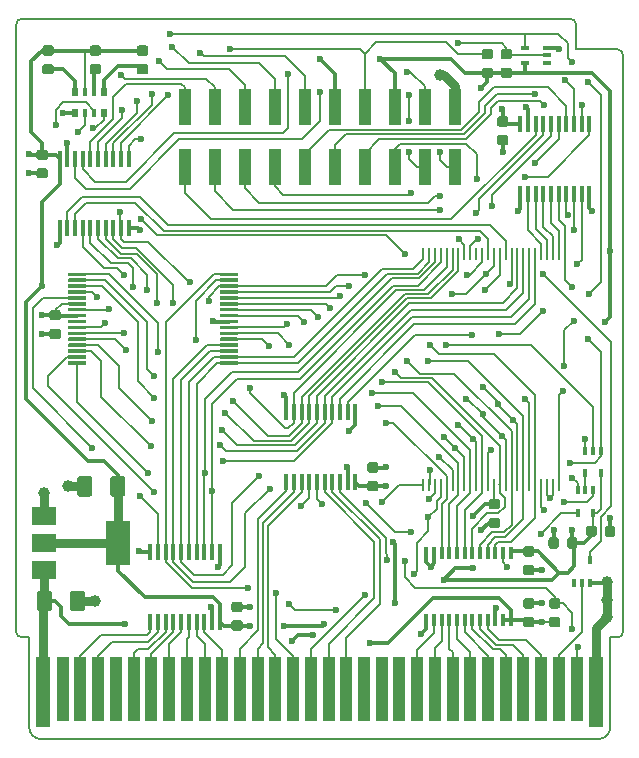
<source format=gbr>
G04 #@! TF.GenerationSoftware,KiCad,Pcbnew,5.1.5-52549c5~84~ubuntu19.10.1*
G04 #@! TF.CreationDate,2020-02-14T21:32:00+02:00*
G04 #@! TF.ProjectId,GB-MBCTEST,47422d4d-4243-4544-9553-542e6b696361,v1.1*
G04 #@! TF.SameCoordinates,Original*
G04 #@! TF.FileFunction,Copper,L1,Top*
G04 #@! TF.FilePolarity,Positive*
%FSLAX46Y46*%
G04 Gerber Fmt 4.6, Leading zero omitted, Abs format (unit mm)*
G04 Created by KiCad (PCBNEW 5.1.5-52549c5~84~ubuntu19.10.1) date 2020-02-14 21:32:00*
%MOMM*%
%LPD*%
G04 APERTURE LIST*
%ADD10C,0.150000*%
%ADD11C,0.100000*%
%ADD12R,0.650000X0.400000*%
%ADD13R,0.450000X1.450000*%
%ADD14R,0.400000X0.650000*%
%ADD15R,0.400000X1.100000*%
%ADD16R,2.000000X1.500000*%
%ADD17R,2.000000X3.800000*%
%ADD18R,0.250000X1.100000*%
%ADD19R,0.500000X0.800000*%
%ADD20R,0.400000X0.800000*%
%ADD21R,1.000000X3.150000*%
%ADD22R,1.000000X5.500000*%
%ADD23R,1.300000X6.000000*%
%ADD24C,0.600000*%
%ADD25C,1.000000*%
%ADD26C,0.300000*%
%ADD27C,0.800000*%
G04 APERTURE END LIST*
D10*
X125700000Y-90900000D02*
G75*
G02X125200000Y-91400000I-500000J0D01*
G01*
X125200000Y-41600000D02*
G75*
G02X125700000Y-42100000I0J-500000D01*
G01*
X125200000Y-41600000D02*
X121700000Y-41600000D01*
X125700000Y-90900000D02*
X125700000Y-42100000D01*
X124600000Y-91400000D02*
X125200000Y-91400000D01*
X74800000Y-91400000D02*
G75*
G02X74300000Y-90900000I0J500000D01*
G01*
X74300000Y-39500000D02*
G75*
G02X74800000Y-39000000I500000J0D01*
G01*
X121200000Y-39000000D02*
G75*
G02X121700000Y-39500000I0J-500000D01*
G01*
X76400000Y-100000000D02*
G75*
G02X75400000Y-99000000I0J1000000D01*
G01*
X124600000Y-99000000D02*
G75*
G02X123600000Y-100000000I-1000000J0D01*
G01*
X121700000Y-39500000D02*
X121700000Y-41600000D01*
X74800000Y-39000000D02*
X121200000Y-39000000D01*
X74300000Y-90900000D02*
X74300000Y-39500000D01*
X75400000Y-91400000D02*
X74800000Y-91400000D01*
X75400000Y-99000000D02*
X75400000Y-91400000D01*
X124600000Y-99000000D02*
X124600000Y-91400000D01*
X76400000Y-100000000D02*
X123600000Y-100000000D01*
G04 #@! TA.AperFunction,SMDPad,CuDef*
D11*
G36*
X116077691Y-41576053D02*
G01*
X116098926Y-41579203D01*
X116119750Y-41584419D01*
X116139962Y-41591651D01*
X116159368Y-41600830D01*
X116177781Y-41611866D01*
X116195024Y-41624654D01*
X116210930Y-41639070D01*
X116225346Y-41654976D01*
X116238134Y-41672219D01*
X116249170Y-41690632D01*
X116258349Y-41710038D01*
X116265581Y-41730250D01*
X116270797Y-41751074D01*
X116273947Y-41772309D01*
X116275000Y-41793750D01*
X116275000Y-42231250D01*
X116273947Y-42252691D01*
X116270797Y-42273926D01*
X116265581Y-42294750D01*
X116258349Y-42314962D01*
X116249170Y-42334368D01*
X116238134Y-42352781D01*
X116225346Y-42370024D01*
X116210930Y-42385930D01*
X116195024Y-42400346D01*
X116177781Y-42413134D01*
X116159368Y-42424170D01*
X116139962Y-42433349D01*
X116119750Y-42440581D01*
X116098926Y-42445797D01*
X116077691Y-42448947D01*
X116056250Y-42450000D01*
X115543750Y-42450000D01*
X115522309Y-42448947D01*
X115501074Y-42445797D01*
X115480250Y-42440581D01*
X115460038Y-42433349D01*
X115440632Y-42424170D01*
X115422219Y-42413134D01*
X115404976Y-42400346D01*
X115389070Y-42385930D01*
X115374654Y-42370024D01*
X115361866Y-42352781D01*
X115350830Y-42334368D01*
X115341651Y-42314962D01*
X115334419Y-42294750D01*
X115329203Y-42273926D01*
X115326053Y-42252691D01*
X115325000Y-42231250D01*
X115325000Y-41793750D01*
X115326053Y-41772309D01*
X115329203Y-41751074D01*
X115334419Y-41730250D01*
X115341651Y-41710038D01*
X115350830Y-41690632D01*
X115361866Y-41672219D01*
X115374654Y-41654976D01*
X115389070Y-41639070D01*
X115404976Y-41624654D01*
X115422219Y-41611866D01*
X115440632Y-41600830D01*
X115460038Y-41591651D01*
X115480250Y-41584419D01*
X115501074Y-41579203D01*
X115522309Y-41576053D01*
X115543750Y-41575000D01*
X116056250Y-41575000D01*
X116077691Y-41576053D01*
G37*
G04 #@! TD.AperFunction*
G04 #@! TA.AperFunction,SMDPad,CuDef*
G36*
X116077691Y-43151053D02*
G01*
X116098926Y-43154203D01*
X116119750Y-43159419D01*
X116139962Y-43166651D01*
X116159368Y-43175830D01*
X116177781Y-43186866D01*
X116195024Y-43199654D01*
X116210930Y-43214070D01*
X116225346Y-43229976D01*
X116238134Y-43247219D01*
X116249170Y-43265632D01*
X116258349Y-43285038D01*
X116265581Y-43305250D01*
X116270797Y-43326074D01*
X116273947Y-43347309D01*
X116275000Y-43368750D01*
X116275000Y-43806250D01*
X116273947Y-43827691D01*
X116270797Y-43848926D01*
X116265581Y-43869750D01*
X116258349Y-43889962D01*
X116249170Y-43909368D01*
X116238134Y-43927781D01*
X116225346Y-43945024D01*
X116210930Y-43960930D01*
X116195024Y-43975346D01*
X116177781Y-43988134D01*
X116159368Y-43999170D01*
X116139962Y-44008349D01*
X116119750Y-44015581D01*
X116098926Y-44020797D01*
X116077691Y-44023947D01*
X116056250Y-44025000D01*
X115543750Y-44025000D01*
X115522309Y-44023947D01*
X115501074Y-44020797D01*
X115480250Y-44015581D01*
X115460038Y-44008349D01*
X115440632Y-43999170D01*
X115422219Y-43988134D01*
X115404976Y-43975346D01*
X115389070Y-43960930D01*
X115374654Y-43945024D01*
X115361866Y-43927781D01*
X115350830Y-43909368D01*
X115341651Y-43889962D01*
X115334419Y-43869750D01*
X115329203Y-43848926D01*
X115326053Y-43827691D01*
X115325000Y-43806250D01*
X115325000Y-43368750D01*
X115326053Y-43347309D01*
X115329203Y-43326074D01*
X115334419Y-43305250D01*
X115341651Y-43285038D01*
X115350830Y-43265632D01*
X115361866Y-43247219D01*
X115374654Y-43229976D01*
X115389070Y-43214070D01*
X115404976Y-43199654D01*
X115422219Y-43186866D01*
X115440632Y-43175830D01*
X115460038Y-43166651D01*
X115480250Y-43159419D01*
X115501074Y-43154203D01*
X115522309Y-43151053D01*
X115543750Y-43150000D01*
X116056250Y-43150000D01*
X116077691Y-43151053D01*
G37*
G04 #@! TD.AperFunction*
G04 #@! TA.AperFunction,SMDPad,CuDef*
G36*
X114477691Y-41576053D02*
G01*
X114498926Y-41579203D01*
X114519750Y-41584419D01*
X114539962Y-41591651D01*
X114559368Y-41600830D01*
X114577781Y-41611866D01*
X114595024Y-41624654D01*
X114610930Y-41639070D01*
X114625346Y-41654976D01*
X114638134Y-41672219D01*
X114649170Y-41690632D01*
X114658349Y-41710038D01*
X114665581Y-41730250D01*
X114670797Y-41751074D01*
X114673947Y-41772309D01*
X114675000Y-41793750D01*
X114675000Y-42231250D01*
X114673947Y-42252691D01*
X114670797Y-42273926D01*
X114665581Y-42294750D01*
X114658349Y-42314962D01*
X114649170Y-42334368D01*
X114638134Y-42352781D01*
X114625346Y-42370024D01*
X114610930Y-42385930D01*
X114595024Y-42400346D01*
X114577781Y-42413134D01*
X114559368Y-42424170D01*
X114539962Y-42433349D01*
X114519750Y-42440581D01*
X114498926Y-42445797D01*
X114477691Y-42448947D01*
X114456250Y-42450000D01*
X113943750Y-42450000D01*
X113922309Y-42448947D01*
X113901074Y-42445797D01*
X113880250Y-42440581D01*
X113860038Y-42433349D01*
X113840632Y-42424170D01*
X113822219Y-42413134D01*
X113804976Y-42400346D01*
X113789070Y-42385930D01*
X113774654Y-42370024D01*
X113761866Y-42352781D01*
X113750830Y-42334368D01*
X113741651Y-42314962D01*
X113734419Y-42294750D01*
X113729203Y-42273926D01*
X113726053Y-42252691D01*
X113725000Y-42231250D01*
X113725000Y-41793750D01*
X113726053Y-41772309D01*
X113729203Y-41751074D01*
X113734419Y-41730250D01*
X113741651Y-41710038D01*
X113750830Y-41690632D01*
X113761866Y-41672219D01*
X113774654Y-41654976D01*
X113789070Y-41639070D01*
X113804976Y-41624654D01*
X113822219Y-41611866D01*
X113840632Y-41600830D01*
X113860038Y-41591651D01*
X113880250Y-41584419D01*
X113901074Y-41579203D01*
X113922309Y-41576053D01*
X113943750Y-41575000D01*
X114456250Y-41575000D01*
X114477691Y-41576053D01*
G37*
G04 #@! TD.AperFunction*
G04 #@! TA.AperFunction,SMDPad,CuDef*
G36*
X114477691Y-43151053D02*
G01*
X114498926Y-43154203D01*
X114519750Y-43159419D01*
X114539962Y-43166651D01*
X114559368Y-43175830D01*
X114577781Y-43186866D01*
X114595024Y-43199654D01*
X114610930Y-43214070D01*
X114625346Y-43229976D01*
X114638134Y-43247219D01*
X114649170Y-43265632D01*
X114658349Y-43285038D01*
X114665581Y-43305250D01*
X114670797Y-43326074D01*
X114673947Y-43347309D01*
X114675000Y-43368750D01*
X114675000Y-43806250D01*
X114673947Y-43827691D01*
X114670797Y-43848926D01*
X114665581Y-43869750D01*
X114658349Y-43889962D01*
X114649170Y-43909368D01*
X114638134Y-43927781D01*
X114625346Y-43945024D01*
X114610930Y-43960930D01*
X114595024Y-43975346D01*
X114577781Y-43988134D01*
X114559368Y-43999170D01*
X114539962Y-44008349D01*
X114519750Y-44015581D01*
X114498926Y-44020797D01*
X114477691Y-44023947D01*
X114456250Y-44025000D01*
X113943750Y-44025000D01*
X113922309Y-44023947D01*
X113901074Y-44020797D01*
X113880250Y-44015581D01*
X113860038Y-44008349D01*
X113840632Y-43999170D01*
X113822219Y-43988134D01*
X113804976Y-43975346D01*
X113789070Y-43960930D01*
X113774654Y-43945024D01*
X113761866Y-43927781D01*
X113750830Y-43909368D01*
X113741651Y-43889962D01*
X113734419Y-43869750D01*
X113729203Y-43848926D01*
X113726053Y-43827691D01*
X113725000Y-43806250D01*
X113725000Y-43368750D01*
X113726053Y-43347309D01*
X113729203Y-43326074D01*
X113734419Y-43305250D01*
X113741651Y-43285038D01*
X113750830Y-43265632D01*
X113761866Y-43247219D01*
X113774654Y-43229976D01*
X113789070Y-43214070D01*
X113804976Y-43199654D01*
X113822219Y-43186866D01*
X113840632Y-43175830D01*
X113860038Y-43166651D01*
X113880250Y-43159419D01*
X113901074Y-43154203D01*
X113922309Y-43151053D01*
X113943750Y-43150000D01*
X114456250Y-43150000D01*
X114477691Y-43151053D01*
G37*
G04 #@! TD.AperFunction*
G04 #@! TA.AperFunction,SMDPad,CuDef*
G36*
X79899504Y-87426204D02*
G01*
X79923773Y-87429804D01*
X79947571Y-87435765D01*
X79970671Y-87444030D01*
X79992849Y-87454520D01*
X80013893Y-87467133D01*
X80033598Y-87481747D01*
X80051777Y-87498223D01*
X80068253Y-87516402D01*
X80082867Y-87536107D01*
X80095480Y-87557151D01*
X80105970Y-87579329D01*
X80114235Y-87602429D01*
X80120196Y-87626227D01*
X80123796Y-87650496D01*
X80125000Y-87675000D01*
X80125000Y-88925000D01*
X80123796Y-88949504D01*
X80120196Y-88973773D01*
X80114235Y-88997571D01*
X80105970Y-89020671D01*
X80095480Y-89042849D01*
X80082867Y-89063893D01*
X80068253Y-89083598D01*
X80051777Y-89101777D01*
X80033598Y-89118253D01*
X80013893Y-89132867D01*
X79992849Y-89145480D01*
X79970671Y-89155970D01*
X79947571Y-89164235D01*
X79923773Y-89170196D01*
X79899504Y-89173796D01*
X79875000Y-89175000D01*
X79125000Y-89175000D01*
X79100496Y-89173796D01*
X79076227Y-89170196D01*
X79052429Y-89164235D01*
X79029329Y-89155970D01*
X79007151Y-89145480D01*
X78986107Y-89132867D01*
X78966402Y-89118253D01*
X78948223Y-89101777D01*
X78931747Y-89083598D01*
X78917133Y-89063893D01*
X78904520Y-89042849D01*
X78894030Y-89020671D01*
X78885765Y-88997571D01*
X78879804Y-88973773D01*
X78876204Y-88949504D01*
X78875000Y-88925000D01*
X78875000Y-87675000D01*
X78876204Y-87650496D01*
X78879804Y-87626227D01*
X78885765Y-87602429D01*
X78894030Y-87579329D01*
X78904520Y-87557151D01*
X78917133Y-87536107D01*
X78931747Y-87516402D01*
X78948223Y-87498223D01*
X78966402Y-87481747D01*
X78986107Y-87467133D01*
X79007151Y-87454520D01*
X79029329Y-87444030D01*
X79052429Y-87435765D01*
X79076227Y-87429804D01*
X79100496Y-87426204D01*
X79125000Y-87425000D01*
X79875000Y-87425000D01*
X79899504Y-87426204D01*
G37*
G04 #@! TD.AperFunction*
G04 #@! TA.AperFunction,SMDPad,CuDef*
G36*
X77099504Y-87426204D02*
G01*
X77123773Y-87429804D01*
X77147571Y-87435765D01*
X77170671Y-87444030D01*
X77192849Y-87454520D01*
X77213893Y-87467133D01*
X77233598Y-87481747D01*
X77251777Y-87498223D01*
X77268253Y-87516402D01*
X77282867Y-87536107D01*
X77295480Y-87557151D01*
X77305970Y-87579329D01*
X77314235Y-87602429D01*
X77320196Y-87626227D01*
X77323796Y-87650496D01*
X77325000Y-87675000D01*
X77325000Y-88925000D01*
X77323796Y-88949504D01*
X77320196Y-88973773D01*
X77314235Y-88997571D01*
X77305970Y-89020671D01*
X77295480Y-89042849D01*
X77282867Y-89063893D01*
X77268253Y-89083598D01*
X77251777Y-89101777D01*
X77233598Y-89118253D01*
X77213893Y-89132867D01*
X77192849Y-89145480D01*
X77170671Y-89155970D01*
X77147571Y-89164235D01*
X77123773Y-89170196D01*
X77099504Y-89173796D01*
X77075000Y-89175000D01*
X76325000Y-89175000D01*
X76300496Y-89173796D01*
X76276227Y-89170196D01*
X76252429Y-89164235D01*
X76229329Y-89155970D01*
X76207151Y-89145480D01*
X76186107Y-89132867D01*
X76166402Y-89118253D01*
X76148223Y-89101777D01*
X76131747Y-89083598D01*
X76117133Y-89063893D01*
X76104520Y-89042849D01*
X76094030Y-89020671D01*
X76085765Y-88997571D01*
X76079804Y-88973773D01*
X76076204Y-88949504D01*
X76075000Y-88925000D01*
X76075000Y-87675000D01*
X76076204Y-87650496D01*
X76079804Y-87626227D01*
X76085765Y-87602429D01*
X76094030Y-87579329D01*
X76104520Y-87557151D01*
X76117133Y-87536107D01*
X76131747Y-87516402D01*
X76148223Y-87498223D01*
X76166402Y-87481747D01*
X76186107Y-87467133D01*
X76207151Y-87454520D01*
X76229329Y-87444030D01*
X76252429Y-87435765D01*
X76276227Y-87429804D01*
X76300496Y-87426204D01*
X76325000Y-87425000D01*
X77075000Y-87425000D01*
X77099504Y-87426204D01*
G37*
G04 #@! TD.AperFunction*
D12*
X117350000Y-42750000D03*
X117350000Y-41450000D03*
X119250000Y-42100000D03*
X119250000Y-41450000D03*
X119250000Y-42750000D03*
D13*
X77975000Y-50850000D03*
X78625000Y-50850000D03*
X79275000Y-50850000D03*
X79925000Y-50850000D03*
X80575000Y-50850000D03*
X81225000Y-50850000D03*
X81875000Y-50850000D03*
X82525000Y-50850000D03*
X83175000Y-50850000D03*
X83825000Y-50850000D03*
X83825000Y-56750000D03*
X83175000Y-56750000D03*
X82525000Y-56750000D03*
X81875000Y-56750000D03*
X81225000Y-56750000D03*
X80575000Y-56750000D03*
X79925000Y-56750000D03*
X79275000Y-56750000D03*
X78625000Y-56750000D03*
X77975000Y-56750000D03*
X116975000Y-47950000D03*
X117625000Y-47950000D03*
X118275000Y-47950000D03*
X118925000Y-47950000D03*
X119575000Y-47950000D03*
X120225000Y-47950000D03*
X120875000Y-47950000D03*
X121525000Y-47950000D03*
X122175000Y-47950000D03*
X122825000Y-47950000D03*
X122825000Y-53850000D03*
X122175000Y-53850000D03*
X121525000Y-53850000D03*
X120875000Y-53850000D03*
X120225000Y-53850000D03*
X119575000Y-53850000D03*
X118925000Y-53850000D03*
X118275000Y-53850000D03*
X117625000Y-53850000D03*
X116975000Y-53850000D03*
D14*
X121550000Y-84850000D03*
X122850000Y-84850000D03*
X122200000Y-86750000D03*
X122850000Y-86750000D03*
X121550000Y-86750000D03*
D15*
X116175000Y-89950000D03*
X115525000Y-89950000D03*
X114875000Y-89950000D03*
X114225000Y-89950000D03*
X113575000Y-89950000D03*
X112925000Y-89950000D03*
X112275000Y-89950000D03*
X111625000Y-89950000D03*
X110975000Y-89950000D03*
X110325000Y-89950000D03*
X109675000Y-89950000D03*
X109025000Y-89950000D03*
X109025000Y-84250000D03*
X109675000Y-84250000D03*
X110325000Y-84250000D03*
X110975000Y-84250000D03*
X111625000Y-84250000D03*
X112275000Y-84250000D03*
X112925000Y-84250000D03*
X113575000Y-84250000D03*
X114225000Y-84250000D03*
X114875000Y-84250000D03*
X115525000Y-84250000D03*
X116175000Y-84250000D03*
D13*
X103025000Y-78250000D03*
X102375000Y-78250000D03*
X101725000Y-78250000D03*
X101075000Y-78250000D03*
X100425000Y-78250000D03*
X99775000Y-78250000D03*
X99125000Y-78250000D03*
X98475000Y-78250000D03*
X97825000Y-78250000D03*
X97175000Y-78250000D03*
X97175000Y-72350000D03*
X97825000Y-72350000D03*
X98475000Y-72350000D03*
X99125000Y-72350000D03*
X99775000Y-72350000D03*
X100425000Y-72350000D03*
X101075000Y-72350000D03*
X101725000Y-72350000D03*
X102375000Y-72350000D03*
X103025000Y-72350000D03*
X91525000Y-90050000D03*
X90875000Y-90050000D03*
X90225000Y-90050000D03*
X89575000Y-90050000D03*
X88925000Y-90050000D03*
X88275000Y-90050000D03*
X87625000Y-90050000D03*
X86975000Y-90050000D03*
X86325000Y-90050000D03*
X85675000Y-90050000D03*
X85675000Y-84150000D03*
X86325000Y-84150000D03*
X86975000Y-84150000D03*
X87625000Y-84150000D03*
X88275000Y-84150000D03*
X88925000Y-84150000D03*
X89575000Y-84150000D03*
X90225000Y-84150000D03*
X90875000Y-84150000D03*
X91525000Y-84150000D03*
D16*
X76650000Y-81100000D03*
X76650000Y-85700000D03*
X76650000Y-83400000D03*
D17*
X82950000Y-83400000D03*
D14*
X123150000Y-80850000D03*
X121850000Y-80850000D03*
X122500000Y-78950000D03*
X121850000Y-78950000D03*
X123150000Y-78950000D03*
D18*
X120250000Y-78450000D03*
X119750000Y-78450000D03*
X119250000Y-78450000D03*
X118750000Y-78450000D03*
X118250000Y-78450000D03*
X117750000Y-78450000D03*
X117250000Y-78450000D03*
X116750000Y-78450000D03*
X116250000Y-78450000D03*
X115750000Y-78450000D03*
X115250000Y-78450000D03*
X114750000Y-78450000D03*
X114250000Y-78450000D03*
X113750000Y-78450000D03*
X113250000Y-78450000D03*
X112750000Y-78450000D03*
X112250000Y-78450000D03*
X111750000Y-78450000D03*
X111250000Y-78450000D03*
X110750000Y-78450000D03*
X110250000Y-78450000D03*
X109750000Y-78450000D03*
X109250000Y-78450000D03*
X108750000Y-58950000D03*
X109250000Y-58950000D03*
X109750000Y-58950000D03*
X110250000Y-58950000D03*
X110750000Y-58950000D03*
X111250000Y-58950000D03*
X111750000Y-58950000D03*
X112250000Y-58950000D03*
X112750000Y-58950000D03*
X113250000Y-58950000D03*
X113750000Y-58950000D03*
X114250000Y-58950000D03*
X114750000Y-58950000D03*
X115250000Y-58950000D03*
X115750000Y-58950000D03*
X116250000Y-58950000D03*
X116750000Y-58950000D03*
X117250000Y-58950000D03*
X117750000Y-58950000D03*
X118250000Y-58950000D03*
X118750000Y-58950000D03*
X119250000Y-58950000D03*
X119750000Y-58950000D03*
X108750000Y-78450000D03*
X120250000Y-58950000D03*
D14*
X123800000Y-77500000D03*
X122500000Y-77500000D03*
X123150000Y-75600000D03*
X122500000Y-75600000D03*
X123800000Y-75600000D03*
G04 #@! TA.AperFunction,SMDPad,CuDef*
D11*
G36*
X93032351Y-60500361D02*
G01*
X93039632Y-60501441D01*
X93046771Y-60503229D01*
X93053701Y-60505709D01*
X93060355Y-60508856D01*
X93066668Y-60512640D01*
X93072579Y-60517024D01*
X93078033Y-60521967D01*
X93082976Y-60527421D01*
X93087360Y-60533332D01*
X93091144Y-60539645D01*
X93094291Y-60546299D01*
X93096771Y-60553229D01*
X93098559Y-60560368D01*
X93099639Y-60567649D01*
X93100000Y-60575000D01*
X93100000Y-60725000D01*
X93099639Y-60732351D01*
X93098559Y-60739632D01*
X93096771Y-60746771D01*
X93094291Y-60753701D01*
X93091144Y-60760355D01*
X93087360Y-60766668D01*
X93082976Y-60772579D01*
X93078033Y-60778033D01*
X93072579Y-60782976D01*
X93066668Y-60787360D01*
X93060355Y-60791144D01*
X93053701Y-60794291D01*
X93046771Y-60796771D01*
X93039632Y-60798559D01*
X93032351Y-60799639D01*
X93025000Y-60800000D01*
X91625000Y-60800000D01*
X91617649Y-60799639D01*
X91610368Y-60798559D01*
X91603229Y-60796771D01*
X91596299Y-60794291D01*
X91589645Y-60791144D01*
X91583332Y-60787360D01*
X91577421Y-60782976D01*
X91571967Y-60778033D01*
X91567024Y-60772579D01*
X91562640Y-60766668D01*
X91558856Y-60760355D01*
X91555709Y-60753701D01*
X91553229Y-60746771D01*
X91551441Y-60739632D01*
X91550361Y-60732351D01*
X91550000Y-60725000D01*
X91550000Y-60575000D01*
X91550361Y-60567649D01*
X91551441Y-60560368D01*
X91553229Y-60553229D01*
X91555709Y-60546299D01*
X91558856Y-60539645D01*
X91562640Y-60533332D01*
X91567024Y-60527421D01*
X91571967Y-60521967D01*
X91577421Y-60517024D01*
X91583332Y-60512640D01*
X91589645Y-60508856D01*
X91596299Y-60505709D01*
X91603229Y-60503229D01*
X91610368Y-60501441D01*
X91617649Y-60500361D01*
X91625000Y-60500000D01*
X93025000Y-60500000D01*
X93032351Y-60500361D01*
G37*
G04 #@! TD.AperFunction*
G04 #@! TA.AperFunction,SMDPad,CuDef*
G36*
X93032351Y-61000361D02*
G01*
X93039632Y-61001441D01*
X93046771Y-61003229D01*
X93053701Y-61005709D01*
X93060355Y-61008856D01*
X93066668Y-61012640D01*
X93072579Y-61017024D01*
X93078033Y-61021967D01*
X93082976Y-61027421D01*
X93087360Y-61033332D01*
X93091144Y-61039645D01*
X93094291Y-61046299D01*
X93096771Y-61053229D01*
X93098559Y-61060368D01*
X93099639Y-61067649D01*
X93100000Y-61075000D01*
X93100000Y-61225000D01*
X93099639Y-61232351D01*
X93098559Y-61239632D01*
X93096771Y-61246771D01*
X93094291Y-61253701D01*
X93091144Y-61260355D01*
X93087360Y-61266668D01*
X93082976Y-61272579D01*
X93078033Y-61278033D01*
X93072579Y-61282976D01*
X93066668Y-61287360D01*
X93060355Y-61291144D01*
X93053701Y-61294291D01*
X93046771Y-61296771D01*
X93039632Y-61298559D01*
X93032351Y-61299639D01*
X93025000Y-61300000D01*
X91625000Y-61300000D01*
X91617649Y-61299639D01*
X91610368Y-61298559D01*
X91603229Y-61296771D01*
X91596299Y-61294291D01*
X91589645Y-61291144D01*
X91583332Y-61287360D01*
X91577421Y-61282976D01*
X91571967Y-61278033D01*
X91567024Y-61272579D01*
X91562640Y-61266668D01*
X91558856Y-61260355D01*
X91555709Y-61253701D01*
X91553229Y-61246771D01*
X91551441Y-61239632D01*
X91550361Y-61232351D01*
X91550000Y-61225000D01*
X91550000Y-61075000D01*
X91550361Y-61067649D01*
X91551441Y-61060368D01*
X91553229Y-61053229D01*
X91555709Y-61046299D01*
X91558856Y-61039645D01*
X91562640Y-61033332D01*
X91567024Y-61027421D01*
X91571967Y-61021967D01*
X91577421Y-61017024D01*
X91583332Y-61012640D01*
X91589645Y-61008856D01*
X91596299Y-61005709D01*
X91603229Y-61003229D01*
X91610368Y-61001441D01*
X91617649Y-61000361D01*
X91625000Y-61000000D01*
X93025000Y-61000000D01*
X93032351Y-61000361D01*
G37*
G04 #@! TD.AperFunction*
G04 #@! TA.AperFunction,SMDPad,CuDef*
G36*
X93032351Y-61500361D02*
G01*
X93039632Y-61501441D01*
X93046771Y-61503229D01*
X93053701Y-61505709D01*
X93060355Y-61508856D01*
X93066668Y-61512640D01*
X93072579Y-61517024D01*
X93078033Y-61521967D01*
X93082976Y-61527421D01*
X93087360Y-61533332D01*
X93091144Y-61539645D01*
X93094291Y-61546299D01*
X93096771Y-61553229D01*
X93098559Y-61560368D01*
X93099639Y-61567649D01*
X93100000Y-61575000D01*
X93100000Y-61725000D01*
X93099639Y-61732351D01*
X93098559Y-61739632D01*
X93096771Y-61746771D01*
X93094291Y-61753701D01*
X93091144Y-61760355D01*
X93087360Y-61766668D01*
X93082976Y-61772579D01*
X93078033Y-61778033D01*
X93072579Y-61782976D01*
X93066668Y-61787360D01*
X93060355Y-61791144D01*
X93053701Y-61794291D01*
X93046771Y-61796771D01*
X93039632Y-61798559D01*
X93032351Y-61799639D01*
X93025000Y-61800000D01*
X91625000Y-61800000D01*
X91617649Y-61799639D01*
X91610368Y-61798559D01*
X91603229Y-61796771D01*
X91596299Y-61794291D01*
X91589645Y-61791144D01*
X91583332Y-61787360D01*
X91577421Y-61782976D01*
X91571967Y-61778033D01*
X91567024Y-61772579D01*
X91562640Y-61766668D01*
X91558856Y-61760355D01*
X91555709Y-61753701D01*
X91553229Y-61746771D01*
X91551441Y-61739632D01*
X91550361Y-61732351D01*
X91550000Y-61725000D01*
X91550000Y-61575000D01*
X91550361Y-61567649D01*
X91551441Y-61560368D01*
X91553229Y-61553229D01*
X91555709Y-61546299D01*
X91558856Y-61539645D01*
X91562640Y-61533332D01*
X91567024Y-61527421D01*
X91571967Y-61521967D01*
X91577421Y-61517024D01*
X91583332Y-61512640D01*
X91589645Y-61508856D01*
X91596299Y-61505709D01*
X91603229Y-61503229D01*
X91610368Y-61501441D01*
X91617649Y-61500361D01*
X91625000Y-61500000D01*
X93025000Y-61500000D01*
X93032351Y-61500361D01*
G37*
G04 #@! TD.AperFunction*
G04 #@! TA.AperFunction,SMDPad,CuDef*
G36*
X93032351Y-62000361D02*
G01*
X93039632Y-62001441D01*
X93046771Y-62003229D01*
X93053701Y-62005709D01*
X93060355Y-62008856D01*
X93066668Y-62012640D01*
X93072579Y-62017024D01*
X93078033Y-62021967D01*
X93082976Y-62027421D01*
X93087360Y-62033332D01*
X93091144Y-62039645D01*
X93094291Y-62046299D01*
X93096771Y-62053229D01*
X93098559Y-62060368D01*
X93099639Y-62067649D01*
X93100000Y-62075000D01*
X93100000Y-62225000D01*
X93099639Y-62232351D01*
X93098559Y-62239632D01*
X93096771Y-62246771D01*
X93094291Y-62253701D01*
X93091144Y-62260355D01*
X93087360Y-62266668D01*
X93082976Y-62272579D01*
X93078033Y-62278033D01*
X93072579Y-62282976D01*
X93066668Y-62287360D01*
X93060355Y-62291144D01*
X93053701Y-62294291D01*
X93046771Y-62296771D01*
X93039632Y-62298559D01*
X93032351Y-62299639D01*
X93025000Y-62300000D01*
X91625000Y-62300000D01*
X91617649Y-62299639D01*
X91610368Y-62298559D01*
X91603229Y-62296771D01*
X91596299Y-62294291D01*
X91589645Y-62291144D01*
X91583332Y-62287360D01*
X91577421Y-62282976D01*
X91571967Y-62278033D01*
X91567024Y-62272579D01*
X91562640Y-62266668D01*
X91558856Y-62260355D01*
X91555709Y-62253701D01*
X91553229Y-62246771D01*
X91551441Y-62239632D01*
X91550361Y-62232351D01*
X91550000Y-62225000D01*
X91550000Y-62075000D01*
X91550361Y-62067649D01*
X91551441Y-62060368D01*
X91553229Y-62053229D01*
X91555709Y-62046299D01*
X91558856Y-62039645D01*
X91562640Y-62033332D01*
X91567024Y-62027421D01*
X91571967Y-62021967D01*
X91577421Y-62017024D01*
X91583332Y-62012640D01*
X91589645Y-62008856D01*
X91596299Y-62005709D01*
X91603229Y-62003229D01*
X91610368Y-62001441D01*
X91617649Y-62000361D01*
X91625000Y-62000000D01*
X93025000Y-62000000D01*
X93032351Y-62000361D01*
G37*
G04 #@! TD.AperFunction*
G04 #@! TA.AperFunction,SMDPad,CuDef*
G36*
X93032351Y-62500361D02*
G01*
X93039632Y-62501441D01*
X93046771Y-62503229D01*
X93053701Y-62505709D01*
X93060355Y-62508856D01*
X93066668Y-62512640D01*
X93072579Y-62517024D01*
X93078033Y-62521967D01*
X93082976Y-62527421D01*
X93087360Y-62533332D01*
X93091144Y-62539645D01*
X93094291Y-62546299D01*
X93096771Y-62553229D01*
X93098559Y-62560368D01*
X93099639Y-62567649D01*
X93100000Y-62575000D01*
X93100000Y-62725000D01*
X93099639Y-62732351D01*
X93098559Y-62739632D01*
X93096771Y-62746771D01*
X93094291Y-62753701D01*
X93091144Y-62760355D01*
X93087360Y-62766668D01*
X93082976Y-62772579D01*
X93078033Y-62778033D01*
X93072579Y-62782976D01*
X93066668Y-62787360D01*
X93060355Y-62791144D01*
X93053701Y-62794291D01*
X93046771Y-62796771D01*
X93039632Y-62798559D01*
X93032351Y-62799639D01*
X93025000Y-62800000D01*
X91625000Y-62800000D01*
X91617649Y-62799639D01*
X91610368Y-62798559D01*
X91603229Y-62796771D01*
X91596299Y-62794291D01*
X91589645Y-62791144D01*
X91583332Y-62787360D01*
X91577421Y-62782976D01*
X91571967Y-62778033D01*
X91567024Y-62772579D01*
X91562640Y-62766668D01*
X91558856Y-62760355D01*
X91555709Y-62753701D01*
X91553229Y-62746771D01*
X91551441Y-62739632D01*
X91550361Y-62732351D01*
X91550000Y-62725000D01*
X91550000Y-62575000D01*
X91550361Y-62567649D01*
X91551441Y-62560368D01*
X91553229Y-62553229D01*
X91555709Y-62546299D01*
X91558856Y-62539645D01*
X91562640Y-62533332D01*
X91567024Y-62527421D01*
X91571967Y-62521967D01*
X91577421Y-62517024D01*
X91583332Y-62512640D01*
X91589645Y-62508856D01*
X91596299Y-62505709D01*
X91603229Y-62503229D01*
X91610368Y-62501441D01*
X91617649Y-62500361D01*
X91625000Y-62500000D01*
X93025000Y-62500000D01*
X93032351Y-62500361D01*
G37*
G04 #@! TD.AperFunction*
G04 #@! TA.AperFunction,SMDPad,CuDef*
G36*
X93032351Y-63000361D02*
G01*
X93039632Y-63001441D01*
X93046771Y-63003229D01*
X93053701Y-63005709D01*
X93060355Y-63008856D01*
X93066668Y-63012640D01*
X93072579Y-63017024D01*
X93078033Y-63021967D01*
X93082976Y-63027421D01*
X93087360Y-63033332D01*
X93091144Y-63039645D01*
X93094291Y-63046299D01*
X93096771Y-63053229D01*
X93098559Y-63060368D01*
X93099639Y-63067649D01*
X93100000Y-63075000D01*
X93100000Y-63225000D01*
X93099639Y-63232351D01*
X93098559Y-63239632D01*
X93096771Y-63246771D01*
X93094291Y-63253701D01*
X93091144Y-63260355D01*
X93087360Y-63266668D01*
X93082976Y-63272579D01*
X93078033Y-63278033D01*
X93072579Y-63282976D01*
X93066668Y-63287360D01*
X93060355Y-63291144D01*
X93053701Y-63294291D01*
X93046771Y-63296771D01*
X93039632Y-63298559D01*
X93032351Y-63299639D01*
X93025000Y-63300000D01*
X91625000Y-63300000D01*
X91617649Y-63299639D01*
X91610368Y-63298559D01*
X91603229Y-63296771D01*
X91596299Y-63294291D01*
X91589645Y-63291144D01*
X91583332Y-63287360D01*
X91577421Y-63282976D01*
X91571967Y-63278033D01*
X91567024Y-63272579D01*
X91562640Y-63266668D01*
X91558856Y-63260355D01*
X91555709Y-63253701D01*
X91553229Y-63246771D01*
X91551441Y-63239632D01*
X91550361Y-63232351D01*
X91550000Y-63225000D01*
X91550000Y-63075000D01*
X91550361Y-63067649D01*
X91551441Y-63060368D01*
X91553229Y-63053229D01*
X91555709Y-63046299D01*
X91558856Y-63039645D01*
X91562640Y-63033332D01*
X91567024Y-63027421D01*
X91571967Y-63021967D01*
X91577421Y-63017024D01*
X91583332Y-63012640D01*
X91589645Y-63008856D01*
X91596299Y-63005709D01*
X91603229Y-63003229D01*
X91610368Y-63001441D01*
X91617649Y-63000361D01*
X91625000Y-63000000D01*
X93025000Y-63000000D01*
X93032351Y-63000361D01*
G37*
G04 #@! TD.AperFunction*
G04 #@! TA.AperFunction,SMDPad,CuDef*
G36*
X93032351Y-63500361D02*
G01*
X93039632Y-63501441D01*
X93046771Y-63503229D01*
X93053701Y-63505709D01*
X93060355Y-63508856D01*
X93066668Y-63512640D01*
X93072579Y-63517024D01*
X93078033Y-63521967D01*
X93082976Y-63527421D01*
X93087360Y-63533332D01*
X93091144Y-63539645D01*
X93094291Y-63546299D01*
X93096771Y-63553229D01*
X93098559Y-63560368D01*
X93099639Y-63567649D01*
X93100000Y-63575000D01*
X93100000Y-63725000D01*
X93099639Y-63732351D01*
X93098559Y-63739632D01*
X93096771Y-63746771D01*
X93094291Y-63753701D01*
X93091144Y-63760355D01*
X93087360Y-63766668D01*
X93082976Y-63772579D01*
X93078033Y-63778033D01*
X93072579Y-63782976D01*
X93066668Y-63787360D01*
X93060355Y-63791144D01*
X93053701Y-63794291D01*
X93046771Y-63796771D01*
X93039632Y-63798559D01*
X93032351Y-63799639D01*
X93025000Y-63800000D01*
X91625000Y-63800000D01*
X91617649Y-63799639D01*
X91610368Y-63798559D01*
X91603229Y-63796771D01*
X91596299Y-63794291D01*
X91589645Y-63791144D01*
X91583332Y-63787360D01*
X91577421Y-63782976D01*
X91571967Y-63778033D01*
X91567024Y-63772579D01*
X91562640Y-63766668D01*
X91558856Y-63760355D01*
X91555709Y-63753701D01*
X91553229Y-63746771D01*
X91551441Y-63739632D01*
X91550361Y-63732351D01*
X91550000Y-63725000D01*
X91550000Y-63575000D01*
X91550361Y-63567649D01*
X91551441Y-63560368D01*
X91553229Y-63553229D01*
X91555709Y-63546299D01*
X91558856Y-63539645D01*
X91562640Y-63533332D01*
X91567024Y-63527421D01*
X91571967Y-63521967D01*
X91577421Y-63517024D01*
X91583332Y-63512640D01*
X91589645Y-63508856D01*
X91596299Y-63505709D01*
X91603229Y-63503229D01*
X91610368Y-63501441D01*
X91617649Y-63500361D01*
X91625000Y-63500000D01*
X93025000Y-63500000D01*
X93032351Y-63500361D01*
G37*
G04 #@! TD.AperFunction*
G04 #@! TA.AperFunction,SMDPad,CuDef*
G36*
X93032351Y-64000361D02*
G01*
X93039632Y-64001441D01*
X93046771Y-64003229D01*
X93053701Y-64005709D01*
X93060355Y-64008856D01*
X93066668Y-64012640D01*
X93072579Y-64017024D01*
X93078033Y-64021967D01*
X93082976Y-64027421D01*
X93087360Y-64033332D01*
X93091144Y-64039645D01*
X93094291Y-64046299D01*
X93096771Y-64053229D01*
X93098559Y-64060368D01*
X93099639Y-64067649D01*
X93100000Y-64075000D01*
X93100000Y-64225000D01*
X93099639Y-64232351D01*
X93098559Y-64239632D01*
X93096771Y-64246771D01*
X93094291Y-64253701D01*
X93091144Y-64260355D01*
X93087360Y-64266668D01*
X93082976Y-64272579D01*
X93078033Y-64278033D01*
X93072579Y-64282976D01*
X93066668Y-64287360D01*
X93060355Y-64291144D01*
X93053701Y-64294291D01*
X93046771Y-64296771D01*
X93039632Y-64298559D01*
X93032351Y-64299639D01*
X93025000Y-64300000D01*
X91625000Y-64300000D01*
X91617649Y-64299639D01*
X91610368Y-64298559D01*
X91603229Y-64296771D01*
X91596299Y-64294291D01*
X91589645Y-64291144D01*
X91583332Y-64287360D01*
X91577421Y-64282976D01*
X91571967Y-64278033D01*
X91567024Y-64272579D01*
X91562640Y-64266668D01*
X91558856Y-64260355D01*
X91555709Y-64253701D01*
X91553229Y-64246771D01*
X91551441Y-64239632D01*
X91550361Y-64232351D01*
X91550000Y-64225000D01*
X91550000Y-64075000D01*
X91550361Y-64067649D01*
X91551441Y-64060368D01*
X91553229Y-64053229D01*
X91555709Y-64046299D01*
X91558856Y-64039645D01*
X91562640Y-64033332D01*
X91567024Y-64027421D01*
X91571967Y-64021967D01*
X91577421Y-64017024D01*
X91583332Y-64012640D01*
X91589645Y-64008856D01*
X91596299Y-64005709D01*
X91603229Y-64003229D01*
X91610368Y-64001441D01*
X91617649Y-64000361D01*
X91625000Y-64000000D01*
X93025000Y-64000000D01*
X93032351Y-64000361D01*
G37*
G04 #@! TD.AperFunction*
G04 #@! TA.AperFunction,SMDPad,CuDef*
G36*
X93032351Y-64500361D02*
G01*
X93039632Y-64501441D01*
X93046771Y-64503229D01*
X93053701Y-64505709D01*
X93060355Y-64508856D01*
X93066668Y-64512640D01*
X93072579Y-64517024D01*
X93078033Y-64521967D01*
X93082976Y-64527421D01*
X93087360Y-64533332D01*
X93091144Y-64539645D01*
X93094291Y-64546299D01*
X93096771Y-64553229D01*
X93098559Y-64560368D01*
X93099639Y-64567649D01*
X93100000Y-64575000D01*
X93100000Y-64725000D01*
X93099639Y-64732351D01*
X93098559Y-64739632D01*
X93096771Y-64746771D01*
X93094291Y-64753701D01*
X93091144Y-64760355D01*
X93087360Y-64766668D01*
X93082976Y-64772579D01*
X93078033Y-64778033D01*
X93072579Y-64782976D01*
X93066668Y-64787360D01*
X93060355Y-64791144D01*
X93053701Y-64794291D01*
X93046771Y-64796771D01*
X93039632Y-64798559D01*
X93032351Y-64799639D01*
X93025000Y-64800000D01*
X91625000Y-64800000D01*
X91617649Y-64799639D01*
X91610368Y-64798559D01*
X91603229Y-64796771D01*
X91596299Y-64794291D01*
X91589645Y-64791144D01*
X91583332Y-64787360D01*
X91577421Y-64782976D01*
X91571967Y-64778033D01*
X91567024Y-64772579D01*
X91562640Y-64766668D01*
X91558856Y-64760355D01*
X91555709Y-64753701D01*
X91553229Y-64746771D01*
X91551441Y-64739632D01*
X91550361Y-64732351D01*
X91550000Y-64725000D01*
X91550000Y-64575000D01*
X91550361Y-64567649D01*
X91551441Y-64560368D01*
X91553229Y-64553229D01*
X91555709Y-64546299D01*
X91558856Y-64539645D01*
X91562640Y-64533332D01*
X91567024Y-64527421D01*
X91571967Y-64521967D01*
X91577421Y-64517024D01*
X91583332Y-64512640D01*
X91589645Y-64508856D01*
X91596299Y-64505709D01*
X91603229Y-64503229D01*
X91610368Y-64501441D01*
X91617649Y-64500361D01*
X91625000Y-64500000D01*
X93025000Y-64500000D01*
X93032351Y-64500361D01*
G37*
G04 #@! TD.AperFunction*
G04 #@! TA.AperFunction,SMDPad,CuDef*
G36*
X93032351Y-65000361D02*
G01*
X93039632Y-65001441D01*
X93046771Y-65003229D01*
X93053701Y-65005709D01*
X93060355Y-65008856D01*
X93066668Y-65012640D01*
X93072579Y-65017024D01*
X93078033Y-65021967D01*
X93082976Y-65027421D01*
X93087360Y-65033332D01*
X93091144Y-65039645D01*
X93094291Y-65046299D01*
X93096771Y-65053229D01*
X93098559Y-65060368D01*
X93099639Y-65067649D01*
X93100000Y-65075000D01*
X93100000Y-65225000D01*
X93099639Y-65232351D01*
X93098559Y-65239632D01*
X93096771Y-65246771D01*
X93094291Y-65253701D01*
X93091144Y-65260355D01*
X93087360Y-65266668D01*
X93082976Y-65272579D01*
X93078033Y-65278033D01*
X93072579Y-65282976D01*
X93066668Y-65287360D01*
X93060355Y-65291144D01*
X93053701Y-65294291D01*
X93046771Y-65296771D01*
X93039632Y-65298559D01*
X93032351Y-65299639D01*
X93025000Y-65300000D01*
X91625000Y-65300000D01*
X91617649Y-65299639D01*
X91610368Y-65298559D01*
X91603229Y-65296771D01*
X91596299Y-65294291D01*
X91589645Y-65291144D01*
X91583332Y-65287360D01*
X91577421Y-65282976D01*
X91571967Y-65278033D01*
X91567024Y-65272579D01*
X91562640Y-65266668D01*
X91558856Y-65260355D01*
X91555709Y-65253701D01*
X91553229Y-65246771D01*
X91551441Y-65239632D01*
X91550361Y-65232351D01*
X91550000Y-65225000D01*
X91550000Y-65075000D01*
X91550361Y-65067649D01*
X91551441Y-65060368D01*
X91553229Y-65053229D01*
X91555709Y-65046299D01*
X91558856Y-65039645D01*
X91562640Y-65033332D01*
X91567024Y-65027421D01*
X91571967Y-65021967D01*
X91577421Y-65017024D01*
X91583332Y-65012640D01*
X91589645Y-65008856D01*
X91596299Y-65005709D01*
X91603229Y-65003229D01*
X91610368Y-65001441D01*
X91617649Y-65000361D01*
X91625000Y-65000000D01*
X93025000Y-65000000D01*
X93032351Y-65000361D01*
G37*
G04 #@! TD.AperFunction*
G04 #@! TA.AperFunction,SMDPad,CuDef*
G36*
X93032351Y-65500361D02*
G01*
X93039632Y-65501441D01*
X93046771Y-65503229D01*
X93053701Y-65505709D01*
X93060355Y-65508856D01*
X93066668Y-65512640D01*
X93072579Y-65517024D01*
X93078033Y-65521967D01*
X93082976Y-65527421D01*
X93087360Y-65533332D01*
X93091144Y-65539645D01*
X93094291Y-65546299D01*
X93096771Y-65553229D01*
X93098559Y-65560368D01*
X93099639Y-65567649D01*
X93100000Y-65575000D01*
X93100000Y-65725000D01*
X93099639Y-65732351D01*
X93098559Y-65739632D01*
X93096771Y-65746771D01*
X93094291Y-65753701D01*
X93091144Y-65760355D01*
X93087360Y-65766668D01*
X93082976Y-65772579D01*
X93078033Y-65778033D01*
X93072579Y-65782976D01*
X93066668Y-65787360D01*
X93060355Y-65791144D01*
X93053701Y-65794291D01*
X93046771Y-65796771D01*
X93039632Y-65798559D01*
X93032351Y-65799639D01*
X93025000Y-65800000D01*
X91625000Y-65800000D01*
X91617649Y-65799639D01*
X91610368Y-65798559D01*
X91603229Y-65796771D01*
X91596299Y-65794291D01*
X91589645Y-65791144D01*
X91583332Y-65787360D01*
X91577421Y-65782976D01*
X91571967Y-65778033D01*
X91567024Y-65772579D01*
X91562640Y-65766668D01*
X91558856Y-65760355D01*
X91555709Y-65753701D01*
X91553229Y-65746771D01*
X91551441Y-65739632D01*
X91550361Y-65732351D01*
X91550000Y-65725000D01*
X91550000Y-65575000D01*
X91550361Y-65567649D01*
X91551441Y-65560368D01*
X91553229Y-65553229D01*
X91555709Y-65546299D01*
X91558856Y-65539645D01*
X91562640Y-65533332D01*
X91567024Y-65527421D01*
X91571967Y-65521967D01*
X91577421Y-65517024D01*
X91583332Y-65512640D01*
X91589645Y-65508856D01*
X91596299Y-65505709D01*
X91603229Y-65503229D01*
X91610368Y-65501441D01*
X91617649Y-65500361D01*
X91625000Y-65500000D01*
X93025000Y-65500000D01*
X93032351Y-65500361D01*
G37*
G04 #@! TD.AperFunction*
G04 #@! TA.AperFunction,SMDPad,CuDef*
G36*
X93032351Y-66000361D02*
G01*
X93039632Y-66001441D01*
X93046771Y-66003229D01*
X93053701Y-66005709D01*
X93060355Y-66008856D01*
X93066668Y-66012640D01*
X93072579Y-66017024D01*
X93078033Y-66021967D01*
X93082976Y-66027421D01*
X93087360Y-66033332D01*
X93091144Y-66039645D01*
X93094291Y-66046299D01*
X93096771Y-66053229D01*
X93098559Y-66060368D01*
X93099639Y-66067649D01*
X93100000Y-66075000D01*
X93100000Y-66225000D01*
X93099639Y-66232351D01*
X93098559Y-66239632D01*
X93096771Y-66246771D01*
X93094291Y-66253701D01*
X93091144Y-66260355D01*
X93087360Y-66266668D01*
X93082976Y-66272579D01*
X93078033Y-66278033D01*
X93072579Y-66282976D01*
X93066668Y-66287360D01*
X93060355Y-66291144D01*
X93053701Y-66294291D01*
X93046771Y-66296771D01*
X93039632Y-66298559D01*
X93032351Y-66299639D01*
X93025000Y-66300000D01*
X91625000Y-66300000D01*
X91617649Y-66299639D01*
X91610368Y-66298559D01*
X91603229Y-66296771D01*
X91596299Y-66294291D01*
X91589645Y-66291144D01*
X91583332Y-66287360D01*
X91577421Y-66282976D01*
X91571967Y-66278033D01*
X91567024Y-66272579D01*
X91562640Y-66266668D01*
X91558856Y-66260355D01*
X91555709Y-66253701D01*
X91553229Y-66246771D01*
X91551441Y-66239632D01*
X91550361Y-66232351D01*
X91550000Y-66225000D01*
X91550000Y-66075000D01*
X91550361Y-66067649D01*
X91551441Y-66060368D01*
X91553229Y-66053229D01*
X91555709Y-66046299D01*
X91558856Y-66039645D01*
X91562640Y-66033332D01*
X91567024Y-66027421D01*
X91571967Y-66021967D01*
X91577421Y-66017024D01*
X91583332Y-66012640D01*
X91589645Y-66008856D01*
X91596299Y-66005709D01*
X91603229Y-66003229D01*
X91610368Y-66001441D01*
X91617649Y-66000361D01*
X91625000Y-66000000D01*
X93025000Y-66000000D01*
X93032351Y-66000361D01*
G37*
G04 #@! TD.AperFunction*
G04 #@! TA.AperFunction,SMDPad,CuDef*
G36*
X93032351Y-66500361D02*
G01*
X93039632Y-66501441D01*
X93046771Y-66503229D01*
X93053701Y-66505709D01*
X93060355Y-66508856D01*
X93066668Y-66512640D01*
X93072579Y-66517024D01*
X93078033Y-66521967D01*
X93082976Y-66527421D01*
X93087360Y-66533332D01*
X93091144Y-66539645D01*
X93094291Y-66546299D01*
X93096771Y-66553229D01*
X93098559Y-66560368D01*
X93099639Y-66567649D01*
X93100000Y-66575000D01*
X93100000Y-66725000D01*
X93099639Y-66732351D01*
X93098559Y-66739632D01*
X93096771Y-66746771D01*
X93094291Y-66753701D01*
X93091144Y-66760355D01*
X93087360Y-66766668D01*
X93082976Y-66772579D01*
X93078033Y-66778033D01*
X93072579Y-66782976D01*
X93066668Y-66787360D01*
X93060355Y-66791144D01*
X93053701Y-66794291D01*
X93046771Y-66796771D01*
X93039632Y-66798559D01*
X93032351Y-66799639D01*
X93025000Y-66800000D01*
X91625000Y-66800000D01*
X91617649Y-66799639D01*
X91610368Y-66798559D01*
X91603229Y-66796771D01*
X91596299Y-66794291D01*
X91589645Y-66791144D01*
X91583332Y-66787360D01*
X91577421Y-66782976D01*
X91571967Y-66778033D01*
X91567024Y-66772579D01*
X91562640Y-66766668D01*
X91558856Y-66760355D01*
X91555709Y-66753701D01*
X91553229Y-66746771D01*
X91551441Y-66739632D01*
X91550361Y-66732351D01*
X91550000Y-66725000D01*
X91550000Y-66575000D01*
X91550361Y-66567649D01*
X91551441Y-66560368D01*
X91553229Y-66553229D01*
X91555709Y-66546299D01*
X91558856Y-66539645D01*
X91562640Y-66533332D01*
X91567024Y-66527421D01*
X91571967Y-66521967D01*
X91577421Y-66517024D01*
X91583332Y-66512640D01*
X91589645Y-66508856D01*
X91596299Y-66505709D01*
X91603229Y-66503229D01*
X91610368Y-66501441D01*
X91617649Y-66500361D01*
X91625000Y-66500000D01*
X93025000Y-66500000D01*
X93032351Y-66500361D01*
G37*
G04 #@! TD.AperFunction*
G04 #@! TA.AperFunction,SMDPad,CuDef*
G36*
X93032351Y-67000361D02*
G01*
X93039632Y-67001441D01*
X93046771Y-67003229D01*
X93053701Y-67005709D01*
X93060355Y-67008856D01*
X93066668Y-67012640D01*
X93072579Y-67017024D01*
X93078033Y-67021967D01*
X93082976Y-67027421D01*
X93087360Y-67033332D01*
X93091144Y-67039645D01*
X93094291Y-67046299D01*
X93096771Y-67053229D01*
X93098559Y-67060368D01*
X93099639Y-67067649D01*
X93100000Y-67075000D01*
X93100000Y-67225000D01*
X93099639Y-67232351D01*
X93098559Y-67239632D01*
X93096771Y-67246771D01*
X93094291Y-67253701D01*
X93091144Y-67260355D01*
X93087360Y-67266668D01*
X93082976Y-67272579D01*
X93078033Y-67278033D01*
X93072579Y-67282976D01*
X93066668Y-67287360D01*
X93060355Y-67291144D01*
X93053701Y-67294291D01*
X93046771Y-67296771D01*
X93039632Y-67298559D01*
X93032351Y-67299639D01*
X93025000Y-67300000D01*
X91625000Y-67300000D01*
X91617649Y-67299639D01*
X91610368Y-67298559D01*
X91603229Y-67296771D01*
X91596299Y-67294291D01*
X91589645Y-67291144D01*
X91583332Y-67287360D01*
X91577421Y-67282976D01*
X91571967Y-67278033D01*
X91567024Y-67272579D01*
X91562640Y-67266668D01*
X91558856Y-67260355D01*
X91555709Y-67253701D01*
X91553229Y-67246771D01*
X91551441Y-67239632D01*
X91550361Y-67232351D01*
X91550000Y-67225000D01*
X91550000Y-67075000D01*
X91550361Y-67067649D01*
X91551441Y-67060368D01*
X91553229Y-67053229D01*
X91555709Y-67046299D01*
X91558856Y-67039645D01*
X91562640Y-67033332D01*
X91567024Y-67027421D01*
X91571967Y-67021967D01*
X91577421Y-67017024D01*
X91583332Y-67012640D01*
X91589645Y-67008856D01*
X91596299Y-67005709D01*
X91603229Y-67003229D01*
X91610368Y-67001441D01*
X91617649Y-67000361D01*
X91625000Y-67000000D01*
X93025000Y-67000000D01*
X93032351Y-67000361D01*
G37*
G04 #@! TD.AperFunction*
G04 #@! TA.AperFunction,SMDPad,CuDef*
G36*
X93032351Y-67500361D02*
G01*
X93039632Y-67501441D01*
X93046771Y-67503229D01*
X93053701Y-67505709D01*
X93060355Y-67508856D01*
X93066668Y-67512640D01*
X93072579Y-67517024D01*
X93078033Y-67521967D01*
X93082976Y-67527421D01*
X93087360Y-67533332D01*
X93091144Y-67539645D01*
X93094291Y-67546299D01*
X93096771Y-67553229D01*
X93098559Y-67560368D01*
X93099639Y-67567649D01*
X93100000Y-67575000D01*
X93100000Y-67725000D01*
X93099639Y-67732351D01*
X93098559Y-67739632D01*
X93096771Y-67746771D01*
X93094291Y-67753701D01*
X93091144Y-67760355D01*
X93087360Y-67766668D01*
X93082976Y-67772579D01*
X93078033Y-67778033D01*
X93072579Y-67782976D01*
X93066668Y-67787360D01*
X93060355Y-67791144D01*
X93053701Y-67794291D01*
X93046771Y-67796771D01*
X93039632Y-67798559D01*
X93032351Y-67799639D01*
X93025000Y-67800000D01*
X91625000Y-67800000D01*
X91617649Y-67799639D01*
X91610368Y-67798559D01*
X91603229Y-67796771D01*
X91596299Y-67794291D01*
X91589645Y-67791144D01*
X91583332Y-67787360D01*
X91577421Y-67782976D01*
X91571967Y-67778033D01*
X91567024Y-67772579D01*
X91562640Y-67766668D01*
X91558856Y-67760355D01*
X91555709Y-67753701D01*
X91553229Y-67746771D01*
X91551441Y-67739632D01*
X91550361Y-67732351D01*
X91550000Y-67725000D01*
X91550000Y-67575000D01*
X91550361Y-67567649D01*
X91551441Y-67560368D01*
X91553229Y-67553229D01*
X91555709Y-67546299D01*
X91558856Y-67539645D01*
X91562640Y-67533332D01*
X91567024Y-67527421D01*
X91571967Y-67521967D01*
X91577421Y-67517024D01*
X91583332Y-67512640D01*
X91589645Y-67508856D01*
X91596299Y-67505709D01*
X91603229Y-67503229D01*
X91610368Y-67501441D01*
X91617649Y-67500361D01*
X91625000Y-67500000D01*
X93025000Y-67500000D01*
X93032351Y-67500361D01*
G37*
G04 #@! TD.AperFunction*
G04 #@! TA.AperFunction,SMDPad,CuDef*
G36*
X93032351Y-68000361D02*
G01*
X93039632Y-68001441D01*
X93046771Y-68003229D01*
X93053701Y-68005709D01*
X93060355Y-68008856D01*
X93066668Y-68012640D01*
X93072579Y-68017024D01*
X93078033Y-68021967D01*
X93082976Y-68027421D01*
X93087360Y-68033332D01*
X93091144Y-68039645D01*
X93094291Y-68046299D01*
X93096771Y-68053229D01*
X93098559Y-68060368D01*
X93099639Y-68067649D01*
X93100000Y-68075000D01*
X93100000Y-68225000D01*
X93099639Y-68232351D01*
X93098559Y-68239632D01*
X93096771Y-68246771D01*
X93094291Y-68253701D01*
X93091144Y-68260355D01*
X93087360Y-68266668D01*
X93082976Y-68272579D01*
X93078033Y-68278033D01*
X93072579Y-68282976D01*
X93066668Y-68287360D01*
X93060355Y-68291144D01*
X93053701Y-68294291D01*
X93046771Y-68296771D01*
X93039632Y-68298559D01*
X93032351Y-68299639D01*
X93025000Y-68300000D01*
X91625000Y-68300000D01*
X91617649Y-68299639D01*
X91610368Y-68298559D01*
X91603229Y-68296771D01*
X91596299Y-68294291D01*
X91589645Y-68291144D01*
X91583332Y-68287360D01*
X91577421Y-68282976D01*
X91571967Y-68278033D01*
X91567024Y-68272579D01*
X91562640Y-68266668D01*
X91558856Y-68260355D01*
X91555709Y-68253701D01*
X91553229Y-68246771D01*
X91551441Y-68239632D01*
X91550361Y-68232351D01*
X91550000Y-68225000D01*
X91550000Y-68075000D01*
X91550361Y-68067649D01*
X91551441Y-68060368D01*
X91553229Y-68053229D01*
X91555709Y-68046299D01*
X91558856Y-68039645D01*
X91562640Y-68033332D01*
X91567024Y-68027421D01*
X91571967Y-68021967D01*
X91577421Y-68017024D01*
X91583332Y-68012640D01*
X91589645Y-68008856D01*
X91596299Y-68005709D01*
X91603229Y-68003229D01*
X91610368Y-68001441D01*
X91617649Y-68000361D01*
X91625000Y-68000000D01*
X93025000Y-68000000D01*
X93032351Y-68000361D01*
G37*
G04 #@! TD.AperFunction*
G04 #@! TA.AperFunction,SMDPad,CuDef*
G36*
X80182351Y-68000361D02*
G01*
X80189632Y-68001441D01*
X80196771Y-68003229D01*
X80203701Y-68005709D01*
X80210355Y-68008856D01*
X80216668Y-68012640D01*
X80222579Y-68017024D01*
X80228033Y-68021967D01*
X80232976Y-68027421D01*
X80237360Y-68033332D01*
X80241144Y-68039645D01*
X80244291Y-68046299D01*
X80246771Y-68053229D01*
X80248559Y-68060368D01*
X80249639Y-68067649D01*
X80250000Y-68075000D01*
X80250000Y-68225000D01*
X80249639Y-68232351D01*
X80248559Y-68239632D01*
X80246771Y-68246771D01*
X80244291Y-68253701D01*
X80241144Y-68260355D01*
X80237360Y-68266668D01*
X80232976Y-68272579D01*
X80228033Y-68278033D01*
X80222579Y-68282976D01*
X80216668Y-68287360D01*
X80210355Y-68291144D01*
X80203701Y-68294291D01*
X80196771Y-68296771D01*
X80189632Y-68298559D01*
X80182351Y-68299639D01*
X80175000Y-68300000D01*
X78775000Y-68300000D01*
X78767649Y-68299639D01*
X78760368Y-68298559D01*
X78753229Y-68296771D01*
X78746299Y-68294291D01*
X78739645Y-68291144D01*
X78733332Y-68287360D01*
X78727421Y-68282976D01*
X78721967Y-68278033D01*
X78717024Y-68272579D01*
X78712640Y-68266668D01*
X78708856Y-68260355D01*
X78705709Y-68253701D01*
X78703229Y-68246771D01*
X78701441Y-68239632D01*
X78700361Y-68232351D01*
X78700000Y-68225000D01*
X78700000Y-68075000D01*
X78700361Y-68067649D01*
X78701441Y-68060368D01*
X78703229Y-68053229D01*
X78705709Y-68046299D01*
X78708856Y-68039645D01*
X78712640Y-68033332D01*
X78717024Y-68027421D01*
X78721967Y-68021967D01*
X78727421Y-68017024D01*
X78733332Y-68012640D01*
X78739645Y-68008856D01*
X78746299Y-68005709D01*
X78753229Y-68003229D01*
X78760368Y-68001441D01*
X78767649Y-68000361D01*
X78775000Y-68000000D01*
X80175000Y-68000000D01*
X80182351Y-68000361D01*
G37*
G04 #@! TD.AperFunction*
G04 #@! TA.AperFunction,SMDPad,CuDef*
G36*
X80182351Y-67500361D02*
G01*
X80189632Y-67501441D01*
X80196771Y-67503229D01*
X80203701Y-67505709D01*
X80210355Y-67508856D01*
X80216668Y-67512640D01*
X80222579Y-67517024D01*
X80228033Y-67521967D01*
X80232976Y-67527421D01*
X80237360Y-67533332D01*
X80241144Y-67539645D01*
X80244291Y-67546299D01*
X80246771Y-67553229D01*
X80248559Y-67560368D01*
X80249639Y-67567649D01*
X80250000Y-67575000D01*
X80250000Y-67725000D01*
X80249639Y-67732351D01*
X80248559Y-67739632D01*
X80246771Y-67746771D01*
X80244291Y-67753701D01*
X80241144Y-67760355D01*
X80237360Y-67766668D01*
X80232976Y-67772579D01*
X80228033Y-67778033D01*
X80222579Y-67782976D01*
X80216668Y-67787360D01*
X80210355Y-67791144D01*
X80203701Y-67794291D01*
X80196771Y-67796771D01*
X80189632Y-67798559D01*
X80182351Y-67799639D01*
X80175000Y-67800000D01*
X78775000Y-67800000D01*
X78767649Y-67799639D01*
X78760368Y-67798559D01*
X78753229Y-67796771D01*
X78746299Y-67794291D01*
X78739645Y-67791144D01*
X78733332Y-67787360D01*
X78727421Y-67782976D01*
X78721967Y-67778033D01*
X78717024Y-67772579D01*
X78712640Y-67766668D01*
X78708856Y-67760355D01*
X78705709Y-67753701D01*
X78703229Y-67746771D01*
X78701441Y-67739632D01*
X78700361Y-67732351D01*
X78700000Y-67725000D01*
X78700000Y-67575000D01*
X78700361Y-67567649D01*
X78701441Y-67560368D01*
X78703229Y-67553229D01*
X78705709Y-67546299D01*
X78708856Y-67539645D01*
X78712640Y-67533332D01*
X78717024Y-67527421D01*
X78721967Y-67521967D01*
X78727421Y-67517024D01*
X78733332Y-67512640D01*
X78739645Y-67508856D01*
X78746299Y-67505709D01*
X78753229Y-67503229D01*
X78760368Y-67501441D01*
X78767649Y-67500361D01*
X78775000Y-67500000D01*
X80175000Y-67500000D01*
X80182351Y-67500361D01*
G37*
G04 #@! TD.AperFunction*
G04 #@! TA.AperFunction,SMDPad,CuDef*
G36*
X80182351Y-67000361D02*
G01*
X80189632Y-67001441D01*
X80196771Y-67003229D01*
X80203701Y-67005709D01*
X80210355Y-67008856D01*
X80216668Y-67012640D01*
X80222579Y-67017024D01*
X80228033Y-67021967D01*
X80232976Y-67027421D01*
X80237360Y-67033332D01*
X80241144Y-67039645D01*
X80244291Y-67046299D01*
X80246771Y-67053229D01*
X80248559Y-67060368D01*
X80249639Y-67067649D01*
X80250000Y-67075000D01*
X80250000Y-67225000D01*
X80249639Y-67232351D01*
X80248559Y-67239632D01*
X80246771Y-67246771D01*
X80244291Y-67253701D01*
X80241144Y-67260355D01*
X80237360Y-67266668D01*
X80232976Y-67272579D01*
X80228033Y-67278033D01*
X80222579Y-67282976D01*
X80216668Y-67287360D01*
X80210355Y-67291144D01*
X80203701Y-67294291D01*
X80196771Y-67296771D01*
X80189632Y-67298559D01*
X80182351Y-67299639D01*
X80175000Y-67300000D01*
X78775000Y-67300000D01*
X78767649Y-67299639D01*
X78760368Y-67298559D01*
X78753229Y-67296771D01*
X78746299Y-67294291D01*
X78739645Y-67291144D01*
X78733332Y-67287360D01*
X78727421Y-67282976D01*
X78721967Y-67278033D01*
X78717024Y-67272579D01*
X78712640Y-67266668D01*
X78708856Y-67260355D01*
X78705709Y-67253701D01*
X78703229Y-67246771D01*
X78701441Y-67239632D01*
X78700361Y-67232351D01*
X78700000Y-67225000D01*
X78700000Y-67075000D01*
X78700361Y-67067649D01*
X78701441Y-67060368D01*
X78703229Y-67053229D01*
X78705709Y-67046299D01*
X78708856Y-67039645D01*
X78712640Y-67033332D01*
X78717024Y-67027421D01*
X78721967Y-67021967D01*
X78727421Y-67017024D01*
X78733332Y-67012640D01*
X78739645Y-67008856D01*
X78746299Y-67005709D01*
X78753229Y-67003229D01*
X78760368Y-67001441D01*
X78767649Y-67000361D01*
X78775000Y-67000000D01*
X80175000Y-67000000D01*
X80182351Y-67000361D01*
G37*
G04 #@! TD.AperFunction*
G04 #@! TA.AperFunction,SMDPad,CuDef*
G36*
X80182351Y-66500361D02*
G01*
X80189632Y-66501441D01*
X80196771Y-66503229D01*
X80203701Y-66505709D01*
X80210355Y-66508856D01*
X80216668Y-66512640D01*
X80222579Y-66517024D01*
X80228033Y-66521967D01*
X80232976Y-66527421D01*
X80237360Y-66533332D01*
X80241144Y-66539645D01*
X80244291Y-66546299D01*
X80246771Y-66553229D01*
X80248559Y-66560368D01*
X80249639Y-66567649D01*
X80250000Y-66575000D01*
X80250000Y-66725000D01*
X80249639Y-66732351D01*
X80248559Y-66739632D01*
X80246771Y-66746771D01*
X80244291Y-66753701D01*
X80241144Y-66760355D01*
X80237360Y-66766668D01*
X80232976Y-66772579D01*
X80228033Y-66778033D01*
X80222579Y-66782976D01*
X80216668Y-66787360D01*
X80210355Y-66791144D01*
X80203701Y-66794291D01*
X80196771Y-66796771D01*
X80189632Y-66798559D01*
X80182351Y-66799639D01*
X80175000Y-66800000D01*
X78775000Y-66800000D01*
X78767649Y-66799639D01*
X78760368Y-66798559D01*
X78753229Y-66796771D01*
X78746299Y-66794291D01*
X78739645Y-66791144D01*
X78733332Y-66787360D01*
X78727421Y-66782976D01*
X78721967Y-66778033D01*
X78717024Y-66772579D01*
X78712640Y-66766668D01*
X78708856Y-66760355D01*
X78705709Y-66753701D01*
X78703229Y-66746771D01*
X78701441Y-66739632D01*
X78700361Y-66732351D01*
X78700000Y-66725000D01*
X78700000Y-66575000D01*
X78700361Y-66567649D01*
X78701441Y-66560368D01*
X78703229Y-66553229D01*
X78705709Y-66546299D01*
X78708856Y-66539645D01*
X78712640Y-66533332D01*
X78717024Y-66527421D01*
X78721967Y-66521967D01*
X78727421Y-66517024D01*
X78733332Y-66512640D01*
X78739645Y-66508856D01*
X78746299Y-66505709D01*
X78753229Y-66503229D01*
X78760368Y-66501441D01*
X78767649Y-66500361D01*
X78775000Y-66500000D01*
X80175000Y-66500000D01*
X80182351Y-66500361D01*
G37*
G04 #@! TD.AperFunction*
G04 #@! TA.AperFunction,SMDPad,CuDef*
G36*
X80182351Y-66000361D02*
G01*
X80189632Y-66001441D01*
X80196771Y-66003229D01*
X80203701Y-66005709D01*
X80210355Y-66008856D01*
X80216668Y-66012640D01*
X80222579Y-66017024D01*
X80228033Y-66021967D01*
X80232976Y-66027421D01*
X80237360Y-66033332D01*
X80241144Y-66039645D01*
X80244291Y-66046299D01*
X80246771Y-66053229D01*
X80248559Y-66060368D01*
X80249639Y-66067649D01*
X80250000Y-66075000D01*
X80250000Y-66225000D01*
X80249639Y-66232351D01*
X80248559Y-66239632D01*
X80246771Y-66246771D01*
X80244291Y-66253701D01*
X80241144Y-66260355D01*
X80237360Y-66266668D01*
X80232976Y-66272579D01*
X80228033Y-66278033D01*
X80222579Y-66282976D01*
X80216668Y-66287360D01*
X80210355Y-66291144D01*
X80203701Y-66294291D01*
X80196771Y-66296771D01*
X80189632Y-66298559D01*
X80182351Y-66299639D01*
X80175000Y-66300000D01*
X78775000Y-66300000D01*
X78767649Y-66299639D01*
X78760368Y-66298559D01*
X78753229Y-66296771D01*
X78746299Y-66294291D01*
X78739645Y-66291144D01*
X78733332Y-66287360D01*
X78727421Y-66282976D01*
X78721967Y-66278033D01*
X78717024Y-66272579D01*
X78712640Y-66266668D01*
X78708856Y-66260355D01*
X78705709Y-66253701D01*
X78703229Y-66246771D01*
X78701441Y-66239632D01*
X78700361Y-66232351D01*
X78700000Y-66225000D01*
X78700000Y-66075000D01*
X78700361Y-66067649D01*
X78701441Y-66060368D01*
X78703229Y-66053229D01*
X78705709Y-66046299D01*
X78708856Y-66039645D01*
X78712640Y-66033332D01*
X78717024Y-66027421D01*
X78721967Y-66021967D01*
X78727421Y-66017024D01*
X78733332Y-66012640D01*
X78739645Y-66008856D01*
X78746299Y-66005709D01*
X78753229Y-66003229D01*
X78760368Y-66001441D01*
X78767649Y-66000361D01*
X78775000Y-66000000D01*
X80175000Y-66000000D01*
X80182351Y-66000361D01*
G37*
G04 #@! TD.AperFunction*
G04 #@! TA.AperFunction,SMDPad,CuDef*
G36*
X80182351Y-65500361D02*
G01*
X80189632Y-65501441D01*
X80196771Y-65503229D01*
X80203701Y-65505709D01*
X80210355Y-65508856D01*
X80216668Y-65512640D01*
X80222579Y-65517024D01*
X80228033Y-65521967D01*
X80232976Y-65527421D01*
X80237360Y-65533332D01*
X80241144Y-65539645D01*
X80244291Y-65546299D01*
X80246771Y-65553229D01*
X80248559Y-65560368D01*
X80249639Y-65567649D01*
X80250000Y-65575000D01*
X80250000Y-65725000D01*
X80249639Y-65732351D01*
X80248559Y-65739632D01*
X80246771Y-65746771D01*
X80244291Y-65753701D01*
X80241144Y-65760355D01*
X80237360Y-65766668D01*
X80232976Y-65772579D01*
X80228033Y-65778033D01*
X80222579Y-65782976D01*
X80216668Y-65787360D01*
X80210355Y-65791144D01*
X80203701Y-65794291D01*
X80196771Y-65796771D01*
X80189632Y-65798559D01*
X80182351Y-65799639D01*
X80175000Y-65800000D01*
X78775000Y-65800000D01*
X78767649Y-65799639D01*
X78760368Y-65798559D01*
X78753229Y-65796771D01*
X78746299Y-65794291D01*
X78739645Y-65791144D01*
X78733332Y-65787360D01*
X78727421Y-65782976D01*
X78721967Y-65778033D01*
X78717024Y-65772579D01*
X78712640Y-65766668D01*
X78708856Y-65760355D01*
X78705709Y-65753701D01*
X78703229Y-65746771D01*
X78701441Y-65739632D01*
X78700361Y-65732351D01*
X78700000Y-65725000D01*
X78700000Y-65575000D01*
X78700361Y-65567649D01*
X78701441Y-65560368D01*
X78703229Y-65553229D01*
X78705709Y-65546299D01*
X78708856Y-65539645D01*
X78712640Y-65533332D01*
X78717024Y-65527421D01*
X78721967Y-65521967D01*
X78727421Y-65517024D01*
X78733332Y-65512640D01*
X78739645Y-65508856D01*
X78746299Y-65505709D01*
X78753229Y-65503229D01*
X78760368Y-65501441D01*
X78767649Y-65500361D01*
X78775000Y-65500000D01*
X80175000Y-65500000D01*
X80182351Y-65500361D01*
G37*
G04 #@! TD.AperFunction*
G04 #@! TA.AperFunction,SMDPad,CuDef*
G36*
X80182351Y-65000361D02*
G01*
X80189632Y-65001441D01*
X80196771Y-65003229D01*
X80203701Y-65005709D01*
X80210355Y-65008856D01*
X80216668Y-65012640D01*
X80222579Y-65017024D01*
X80228033Y-65021967D01*
X80232976Y-65027421D01*
X80237360Y-65033332D01*
X80241144Y-65039645D01*
X80244291Y-65046299D01*
X80246771Y-65053229D01*
X80248559Y-65060368D01*
X80249639Y-65067649D01*
X80250000Y-65075000D01*
X80250000Y-65225000D01*
X80249639Y-65232351D01*
X80248559Y-65239632D01*
X80246771Y-65246771D01*
X80244291Y-65253701D01*
X80241144Y-65260355D01*
X80237360Y-65266668D01*
X80232976Y-65272579D01*
X80228033Y-65278033D01*
X80222579Y-65282976D01*
X80216668Y-65287360D01*
X80210355Y-65291144D01*
X80203701Y-65294291D01*
X80196771Y-65296771D01*
X80189632Y-65298559D01*
X80182351Y-65299639D01*
X80175000Y-65300000D01*
X78775000Y-65300000D01*
X78767649Y-65299639D01*
X78760368Y-65298559D01*
X78753229Y-65296771D01*
X78746299Y-65294291D01*
X78739645Y-65291144D01*
X78733332Y-65287360D01*
X78727421Y-65282976D01*
X78721967Y-65278033D01*
X78717024Y-65272579D01*
X78712640Y-65266668D01*
X78708856Y-65260355D01*
X78705709Y-65253701D01*
X78703229Y-65246771D01*
X78701441Y-65239632D01*
X78700361Y-65232351D01*
X78700000Y-65225000D01*
X78700000Y-65075000D01*
X78700361Y-65067649D01*
X78701441Y-65060368D01*
X78703229Y-65053229D01*
X78705709Y-65046299D01*
X78708856Y-65039645D01*
X78712640Y-65033332D01*
X78717024Y-65027421D01*
X78721967Y-65021967D01*
X78727421Y-65017024D01*
X78733332Y-65012640D01*
X78739645Y-65008856D01*
X78746299Y-65005709D01*
X78753229Y-65003229D01*
X78760368Y-65001441D01*
X78767649Y-65000361D01*
X78775000Y-65000000D01*
X80175000Y-65000000D01*
X80182351Y-65000361D01*
G37*
G04 #@! TD.AperFunction*
G04 #@! TA.AperFunction,SMDPad,CuDef*
G36*
X80182351Y-64500361D02*
G01*
X80189632Y-64501441D01*
X80196771Y-64503229D01*
X80203701Y-64505709D01*
X80210355Y-64508856D01*
X80216668Y-64512640D01*
X80222579Y-64517024D01*
X80228033Y-64521967D01*
X80232976Y-64527421D01*
X80237360Y-64533332D01*
X80241144Y-64539645D01*
X80244291Y-64546299D01*
X80246771Y-64553229D01*
X80248559Y-64560368D01*
X80249639Y-64567649D01*
X80250000Y-64575000D01*
X80250000Y-64725000D01*
X80249639Y-64732351D01*
X80248559Y-64739632D01*
X80246771Y-64746771D01*
X80244291Y-64753701D01*
X80241144Y-64760355D01*
X80237360Y-64766668D01*
X80232976Y-64772579D01*
X80228033Y-64778033D01*
X80222579Y-64782976D01*
X80216668Y-64787360D01*
X80210355Y-64791144D01*
X80203701Y-64794291D01*
X80196771Y-64796771D01*
X80189632Y-64798559D01*
X80182351Y-64799639D01*
X80175000Y-64800000D01*
X78775000Y-64800000D01*
X78767649Y-64799639D01*
X78760368Y-64798559D01*
X78753229Y-64796771D01*
X78746299Y-64794291D01*
X78739645Y-64791144D01*
X78733332Y-64787360D01*
X78727421Y-64782976D01*
X78721967Y-64778033D01*
X78717024Y-64772579D01*
X78712640Y-64766668D01*
X78708856Y-64760355D01*
X78705709Y-64753701D01*
X78703229Y-64746771D01*
X78701441Y-64739632D01*
X78700361Y-64732351D01*
X78700000Y-64725000D01*
X78700000Y-64575000D01*
X78700361Y-64567649D01*
X78701441Y-64560368D01*
X78703229Y-64553229D01*
X78705709Y-64546299D01*
X78708856Y-64539645D01*
X78712640Y-64533332D01*
X78717024Y-64527421D01*
X78721967Y-64521967D01*
X78727421Y-64517024D01*
X78733332Y-64512640D01*
X78739645Y-64508856D01*
X78746299Y-64505709D01*
X78753229Y-64503229D01*
X78760368Y-64501441D01*
X78767649Y-64500361D01*
X78775000Y-64500000D01*
X80175000Y-64500000D01*
X80182351Y-64500361D01*
G37*
G04 #@! TD.AperFunction*
G04 #@! TA.AperFunction,SMDPad,CuDef*
G36*
X80182351Y-64000361D02*
G01*
X80189632Y-64001441D01*
X80196771Y-64003229D01*
X80203701Y-64005709D01*
X80210355Y-64008856D01*
X80216668Y-64012640D01*
X80222579Y-64017024D01*
X80228033Y-64021967D01*
X80232976Y-64027421D01*
X80237360Y-64033332D01*
X80241144Y-64039645D01*
X80244291Y-64046299D01*
X80246771Y-64053229D01*
X80248559Y-64060368D01*
X80249639Y-64067649D01*
X80250000Y-64075000D01*
X80250000Y-64225000D01*
X80249639Y-64232351D01*
X80248559Y-64239632D01*
X80246771Y-64246771D01*
X80244291Y-64253701D01*
X80241144Y-64260355D01*
X80237360Y-64266668D01*
X80232976Y-64272579D01*
X80228033Y-64278033D01*
X80222579Y-64282976D01*
X80216668Y-64287360D01*
X80210355Y-64291144D01*
X80203701Y-64294291D01*
X80196771Y-64296771D01*
X80189632Y-64298559D01*
X80182351Y-64299639D01*
X80175000Y-64300000D01*
X78775000Y-64300000D01*
X78767649Y-64299639D01*
X78760368Y-64298559D01*
X78753229Y-64296771D01*
X78746299Y-64294291D01*
X78739645Y-64291144D01*
X78733332Y-64287360D01*
X78727421Y-64282976D01*
X78721967Y-64278033D01*
X78717024Y-64272579D01*
X78712640Y-64266668D01*
X78708856Y-64260355D01*
X78705709Y-64253701D01*
X78703229Y-64246771D01*
X78701441Y-64239632D01*
X78700361Y-64232351D01*
X78700000Y-64225000D01*
X78700000Y-64075000D01*
X78700361Y-64067649D01*
X78701441Y-64060368D01*
X78703229Y-64053229D01*
X78705709Y-64046299D01*
X78708856Y-64039645D01*
X78712640Y-64033332D01*
X78717024Y-64027421D01*
X78721967Y-64021967D01*
X78727421Y-64017024D01*
X78733332Y-64012640D01*
X78739645Y-64008856D01*
X78746299Y-64005709D01*
X78753229Y-64003229D01*
X78760368Y-64001441D01*
X78767649Y-64000361D01*
X78775000Y-64000000D01*
X80175000Y-64000000D01*
X80182351Y-64000361D01*
G37*
G04 #@! TD.AperFunction*
G04 #@! TA.AperFunction,SMDPad,CuDef*
G36*
X80182351Y-63500361D02*
G01*
X80189632Y-63501441D01*
X80196771Y-63503229D01*
X80203701Y-63505709D01*
X80210355Y-63508856D01*
X80216668Y-63512640D01*
X80222579Y-63517024D01*
X80228033Y-63521967D01*
X80232976Y-63527421D01*
X80237360Y-63533332D01*
X80241144Y-63539645D01*
X80244291Y-63546299D01*
X80246771Y-63553229D01*
X80248559Y-63560368D01*
X80249639Y-63567649D01*
X80250000Y-63575000D01*
X80250000Y-63725000D01*
X80249639Y-63732351D01*
X80248559Y-63739632D01*
X80246771Y-63746771D01*
X80244291Y-63753701D01*
X80241144Y-63760355D01*
X80237360Y-63766668D01*
X80232976Y-63772579D01*
X80228033Y-63778033D01*
X80222579Y-63782976D01*
X80216668Y-63787360D01*
X80210355Y-63791144D01*
X80203701Y-63794291D01*
X80196771Y-63796771D01*
X80189632Y-63798559D01*
X80182351Y-63799639D01*
X80175000Y-63800000D01*
X78775000Y-63800000D01*
X78767649Y-63799639D01*
X78760368Y-63798559D01*
X78753229Y-63796771D01*
X78746299Y-63794291D01*
X78739645Y-63791144D01*
X78733332Y-63787360D01*
X78727421Y-63782976D01*
X78721967Y-63778033D01*
X78717024Y-63772579D01*
X78712640Y-63766668D01*
X78708856Y-63760355D01*
X78705709Y-63753701D01*
X78703229Y-63746771D01*
X78701441Y-63739632D01*
X78700361Y-63732351D01*
X78700000Y-63725000D01*
X78700000Y-63575000D01*
X78700361Y-63567649D01*
X78701441Y-63560368D01*
X78703229Y-63553229D01*
X78705709Y-63546299D01*
X78708856Y-63539645D01*
X78712640Y-63533332D01*
X78717024Y-63527421D01*
X78721967Y-63521967D01*
X78727421Y-63517024D01*
X78733332Y-63512640D01*
X78739645Y-63508856D01*
X78746299Y-63505709D01*
X78753229Y-63503229D01*
X78760368Y-63501441D01*
X78767649Y-63500361D01*
X78775000Y-63500000D01*
X80175000Y-63500000D01*
X80182351Y-63500361D01*
G37*
G04 #@! TD.AperFunction*
G04 #@! TA.AperFunction,SMDPad,CuDef*
G36*
X80182351Y-63000361D02*
G01*
X80189632Y-63001441D01*
X80196771Y-63003229D01*
X80203701Y-63005709D01*
X80210355Y-63008856D01*
X80216668Y-63012640D01*
X80222579Y-63017024D01*
X80228033Y-63021967D01*
X80232976Y-63027421D01*
X80237360Y-63033332D01*
X80241144Y-63039645D01*
X80244291Y-63046299D01*
X80246771Y-63053229D01*
X80248559Y-63060368D01*
X80249639Y-63067649D01*
X80250000Y-63075000D01*
X80250000Y-63225000D01*
X80249639Y-63232351D01*
X80248559Y-63239632D01*
X80246771Y-63246771D01*
X80244291Y-63253701D01*
X80241144Y-63260355D01*
X80237360Y-63266668D01*
X80232976Y-63272579D01*
X80228033Y-63278033D01*
X80222579Y-63282976D01*
X80216668Y-63287360D01*
X80210355Y-63291144D01*
X80203701Y-63294291D01*
X80196771Y-63296771D01*
X80189632Y-63298559D01*
X80182351Y-63299639D01*
X80175000Y-63300000D01*
X78775000Y-63300000D01*
X78767649Y-63299639D01*
X78760368Y-63298559D01*
X78753229Y-63296771D01*
X78746299Y-63294291D01*
X78739645Y-63291144D01*
X78733332Y-63287360D01*
X78727421Y-63282976D01*
X78721967Y-63278033D01*
X78717024Y-63272579D01*
X78712640Y-63266668D01*
X78708856Y-63260355D01*
X78705709Y-63253701D01*
X78703229Y-63246771D01*
X78701441Y-63239632D01*
X78700361Y-63232351D01*
X78700000Y-63225000D01*
X78700000Y-63075000D01*
X78700361Y-63067649D01*
X78701441Y-63060368D01*
X78703229Y-63053229D01*
X78705709Y-63046299D01*
X78708856Y-63039645D01*
X78712640Y-63033332D01*
X78717024Y-63027421D01*
X78721967Y-63021967D01*
X78727421Y-63017024D01*
X78733332Y-63012640D01*
X78739645Y-63008856D01*
X78746299Y-63005709D01*
X78753229Y-63003229D01*
X78760368Y-63001441D01*
X78767649Y-63000361D01*
X78775000Y-63000000D01*
X80175000Y-63000000D01*
X80182351Y-63000361D01*
G37*
G04 #@! TD.AperFunction*
G04 #@! TA.AperFunction,SMDPad,CuDef*
G36*
X80182351Y-62500361D02*
G01*
X80189632Y-62501441D01*
X80196771Y-62503229D01*
X80203701Y-62505709D01*
X80210355Y-62508856D01*
X80216668Y-62512640D01*
X80222579Y-62517024D01*
X80228033Y-62521967D01*
X80232976Y-62527421D01*
X80237360Y-62533332D01*
X80241144Y-62539645D01*
X80244291Y-62546299D01*
X80246771Y-62553229D01*
X80248559Y-62560368D01*
X80249639Y-62567649D01*
X80250000Y-62575000D01*
X80250000Y-62725000D01*
X80249639Y-62732351D01*
X80248559Y-62739632D01*
X80246771Y-62746771D01*
X80244291Y-62753701D01*
X80241144Y-62760355D01*
X80237360Y-62766668D01*
X80232976Y-62772579D01*
X80228033Y-62778033D01*
X80222579Y-62782976D01*
X80216668Y-62787360D01*
X80210355Y-62791144D01*
X80203701Y-62794291D01*
X80196771Y-62796771D01*
X80189632Y-62798559D01*
X80182351Y-62799639D01*
X80175000Y-62800000D01*
X78775000Y-62800000D01*
X78767649Y-62799639D01*
X78760368Y-62798559D01*
X78753229Y-62796771D01*
X78746299Y-62794291D01*
X78739645Y-62791144D01*
X78733332Y-62787360D01*
X78727421Y-62782976D01*
X78721967Y-62778033D01*
X78717024Y-62772579D01*
X78712640Y-62766668D01*
X78708856Y-62760355D01*
X78705709Y-62753701D01*
X78703229Y-62746771D01*
X78701441Y-62739632D01*
X78700361Y-62732351D01*
X78700000Y-62725000D01*
X78700000Y-62575000D01*
X78700361Y-62567649D01*
X78701441Y-62560368D01*
X78703229Y-62553229D01*
X78705709Y-62546299D01*
X78708856Y-62539645D01*
X78712640Y-62533332D01*
X78717024Y-62527421D01*
X78721967Y-62521967D01*
X78727421Y-62517024D01*
X78733332Y-62512640D01*
X78739645Y-62508856D01*
X78746299Y-62505709D01*
X78753229Y-62503229D01*
X78760368Y-62501441D01*
X78767649Y-62500361D01*
X78775000Y-62500000D01*
X80175000Y-62500000D01*
X80182351Y-62500361D01*
G37*
G04 #@! TD.AperFunction*
G04 #@! TA.AperFunction,SMDPad,CuDef*
G36*
X80182351Y-62000361D02*
G01*
X80189632Y-62001441D01*
X80196771Y-62003229D01*
X80203701Y-62005709D01*
X80210355Y-62008856D01*
X80216668Y-62012640D01*
X80222579Y-62017024D01*
X80228033Y-62021967D01*
X80232976Y-62027421D01*
X80237360Y-62033332D01*
X80241144Y-62039645D01*
X80244291Y-62046299D01*
X80246771Y-62053229D01*
X80248559Y-62060368D01*
X80249639Y-62067649D01*
X80250000Y-62075000D01*
X80250000Y-62225000D01*
X80249639Y-62232351D01*
X80248559Y-62239632D01*
X80246771Y-62246771D01*
X80244291Y-62253701D01*
X80241144Y-62260355D01*
X80237360Y-62266668D01*
X80232976Y-62272579D01*
X80228033Y-62278033D01*
X80222579Y-62282976D01*
X80216668Y-62287360D01*
X80210355Y-62291144D01*
X80203701Y-62294291D01*
X80196771Y-62296771D01*
X80189632Y-62298559D01*
X80182351Y-62299639D01*
X80175000Y-62300000D01*
X78775000Y-62300000D01*
X78767649Y-62299639D01*
X78760368Y-62298559D01*
X78753229Y-62296771D01*
X78746299Y-62294291D01*
X78739645Y-62291144D01*
X78733332Y-62287360D01*
X78727421Y-62282976D01*
X78721967Y-62278033D01*
X78717024Y-62272579D01*
X78712640Y-62266668D01*
X78708856Y-62260355D01*
X78705709Y-62253701D01*
X78703229Y-62246771D01*
X78701441Y-62239632D01*
X78700361Y-62232351D01*
X78700000Y-62225000D01*
X78700000Y-62075000D01*
X78700361Y-62067649D01*
X78701441Y-62060368D01*
X78703229Y-62053229D01*
X78705709Y-62046299D01*
X78708856Y-62039645D01*
X78712640Y-62033332D01*
X78717024Y-62027421D01*
X78721967Y-62021967D01*
X78727421Y-62017024D01*
X78733332Y-62012640D01*
X78739645Y-62008856D01*
X78746299Y-62005709D01*
X78753229Y-62003229D01*
X78760368Y-62001441D01*
X78767649Y-62000361D01*
X78775000Y-62000000D01*
X80175000Y-62000000D01*
X80182351Y-62000361D01*
G37*
G04 #@! TD.AperFunction*
G04 #@! TA.AperFunction,SMDPad,CuDef*
G36*
X80182351Y-61500361D02*
G01*
X80189632Y-61501441D01*
X80196771Y-61503229D01*
X80203701Y-61505709D01*
X80210355Y-61508856D01*
X80216668Y-61512640D01*
X80222579Y-61517024D01*
X80228033Y-61521967D01*
X80232976Y-61527421D01*
X80237360Y-61533332D01*
X80241144Y-61539645D01*
X80244291Y-61546299D01*
X80246771Y-61553229D01*
X80248559Y-61560368D01*
X80249639Y-61567649D01*
X80250000Y-61575000D01*
X80250000Y-61725000D01*
X80249639Y-61732351D01*
X80248559Y-61739632D01*
X80246771Y-61746771D01*
X80244291Y-61753701D01*
X80241144Y-61760355D01*
X80237360Y-61766668D01*
X80232976Y-61772579D01*
X80228033Y-61778033D01*
X80222579Y-61782976D01*
X80216668Y-61787360D01*
X80210355Y-61791144D01*
X80203701Y-61794291D01*
X80196771Y-61796771D01*
X80189632Y-61798559D01*
X80182351Y-61799639D01*
X80175000Y-61800000D01*
X78775000Y-61800000D01*
X78767649Y-61799639D01*
X78760368Y-61798559D01*
X78753229Y-61796771D01*
X78746299Y-61794291D01*
X78739645Y-61791144D01*
X78733332Y-61787360D01*
X78727421Y-61782976D01*
X78721967Y-61778033D01*
X78717024Y-61772579D01*
X78712640Y-61766668D01*
X78708856Y-61760355D01*
X78705709Y-61753701D01*
X78703229Y-61746771D01*
X78701441Y-61739632D01*
X78700361Y-61732351D01*
X78700000Y-61725000D01*
X78700000Y-61575000D01*
X78700361Y-61567649D01*
X78701441Y-61560368D01*
X78703229Y-61553229D01*
X78705709Y-61546299D01*
X78708856Y-61539645D01*
X78712640Y-61533332D01*
X78717024Y-61527421D01*
X78721967Y-61521967D01*
X78727421Y-61517024D01*
X78733332Y-61512640D01*
X78739645Y-61508856D01*
X78746299Y-61505709D01*
X78753229Y-61503229D01*
X78760368Y-61501441D01*
X78767649Y-61500361D01*
X78775000Y-61500000D01*
X80175000Y-61500000D01*
X80182351Y-61500361D01*
G37*
G04 #@! TD.AperFunction*
G04 #@! TA.AperFunction,SMDPad,CuDef*
G36*
X80182351Y-61000361D02*
G01*
X80189632Y-61001441D01*
X80196771Y-61003229D01*
X80203701Y-61005709D01*
X80210355Y-61008856D01*
X80216668Y-61012640D01*
X80222579Y-61017024D01*
X80228033Y-61021967D01*
X80232976Y-61027421D01*
X80237360Y-61033332D01*
X80241144Y-61039645D01*
X80244291Y-61046299D01*
X80246771Y-61053229D01*
X80248559Y-61060368D01*
X80249639Y-61067649D01*
X80250000Y-61075000D01*
X80250000Y-61225000D01*
X80249639Y-61232351D01*
X80248559Y-61239632D01*
X80246771Y-61246771D01*
X80244291Y-61253701D01*
X80241144Y-61260355D01*
X80237360Y-61266668D01*
X80232976Y-61272579D01*
X80228033Y-61278033D01*
X80222579Y-61282976D01*
X80216668Y-61287360D01*
X80210355Y-61291144D01*
X80203701Y-61294291D01*
X80196771Y-61296771D01*
X80189632Y-61298559D01*
X80182351Y-61299639D01*
X80175000Y-61300000D01*
X78775000Y-61300000D01*
X78767649Y-61299639D01*
X78760368Y-61298559D01*
X78753229Y-61296771D01*
X78746299Y-61294291D01*
X78739645Y-61291144D01*
X78733332Y-61287360D01*
X78727421Y-61282976D01*
X78721967Y-61278033D01*
X78717024Y-61272579D01*
X78712640Y-61266668D01*
X78708856Y-61260355D01*
X78705709Y-61253701D01*
X78703229Y-61246771D01*
X78701441Y-61239632D01*
X78700361Y-61232351D01*
X78700000Y-61225000D01*
X78700000Y-61075000D01*
X78700361Y-61067649D01*
X78701441Y-61060368D01*
X78703229Y-61053229D01*
X78705709Y-61046299D01*
X78708856Y-61039645D01*
X78712640Y-61033332D01*
X78717024Y-61027421D01*
X78721967Y-61021967D01*
X78727421Y-61017024D01*
X78733332Y-61012640D01*
X78739645Y-61008856D01*
X78746299Y-61005709D01*
X78753229Y-61003229D01*
X78760368Y-61001441D01*
X78767649Y-61000361D01*
X78775000Y-61000000D01*
X80175000Y-61000000D01*
X80182351Y-61000361D01*
G37*
G04 #@! TD.AperFunction*
G04 #@! TA.AperFunction,SMDPad,CuDef*
G36*
X80182351Y-60500361D02*
G01*
X80189632Y-60501441D01*
X80196771Y-60503229D01*
X80203701Y-60505709D01*
X80210355Y-60508856D01*
X80216668Y-60512640D01*
X80222579Y-60517024D01*
X80228033Y-60521967D01*
X80232976Y-60527421D01*
X80237360Y-60533332D01*
X80241144Y-60539645D01*
X80244291Y-60546299D01*
X80246771Y-60553229D01*
X80248559Y-60560368D01*
X80249639Y-60567649D01*
X80250000Y-60575000D01*
X80250000Y-60725000D01*
X80249639Y-60732351D01*
X80248559Y-60739632D01*
X80246771Y-60746771D01*
X80244291Y-60753701D01*
X80241144Y-60760355D01*
X80237360Y-60766668D01*
X80232976Y-60772579D01*
X80228033Y-60778033D01*
X80222579Y-60782976D01*
X80216668Y-60787360D01*
X80210355Y-60791144D01*
X80203701Y-60794291D01*
X80196771Y-60796771D01*
X80189632Y-60798559D01*
X80182351Y-60799639D01*
X80175000Y-60800000D01*
X78775000Y-60800000D01*
X78767649Y-60799639D01*
X78760368Y-60798559D01*
X78753229Y-60796771D01*
X78746299Y-60794291D01*
X78739645Y-60791144D01*
X78733332Y-60787360D01*
X78727421Y-60782976D01*
X78721967Y-60778033D01*
X78717024Y-60772579D01*
X78712640Y-60766668D01*
X78708856Y-60760355D01*
X78705709Y-60753701D01*
X78703229Y-60746771D01*
X78701441Y-60739632D01*
X78700361Y-60732351D01*
X78700000Y-60725000D01*
X78700000Y-60575000D01*
X78700361Y-60567649D01*
X78701441Y-60560368D01*
X78703229Y-60553229D01*
X78705709Y-60546299D01*
X78708856Y-60539645D01*
X78712640Y-60533332D01*
X78717024Y-60527421D01*
X78721967Y-60521967D01*
X78727421Y-60517024D01*
X78733332Y-60512640D01*
X78739645Y-60508856D01*
X78746299Y-60505709D01*
X78753229Y-60503229D01*
X78760368Y-60501441D01*
X78767649Y-60500361D01*
X78775000Y-60500000D01*
X80175000Y-60500000D01*
X80182351Y-60500361D01*
G37*
G04 #@! TD.AperFunction*
D19*
X81700000Y-45200000D03*
D20*
X80900000Y-45200000D03*
D19*
X79300000Y-45200000D03*
D20*
X80100000Y-45200000D03*
D19*
X81700000Y-47000000D03*
D20*
X80100000Y-47000000D03*
X80900000Y-47000000D03*
D19*
X79300000Y-47000000D03*
G04 #@! TA.AperFunction,SMDPad,CuDef*
D11*
G36*
X120177691Y-88076053D02*
G01*
X120198926Y-88079203D01*
X120219750Y-88084419D01*
X120239962Y-88091651D01*
X120259368Y-88100830D01*
X120277781Y-88111866D01*
X120295024Y-88124654D01*
X120310930Y-88139070D01*
X120325346Y-88154976D01*
X120338134Y-88172219D01*
X120349170Y-88190632D01*
X120358349Y-88210038D01*
X120365581Y-88230250D01*
X120370797Y-88251074D01*
X120373947Y-88272309D01*
X120375000Y-88293750D01*
X120375000Y-88731250D01*
X120373947Y-88752691D01*
X120370797Y-88773926D01*
X120365581Y-88794750D01*
X120358349Y-88814962D01*
X120349170Y-88834368D01*
X120338134Y-88852781D01*
X120325346Y-88870024D01*
X120310930Y-88885930D01*
X120295024Y-88900346D01*
X120277781Y-88913134D01*
X120259368Y-88924170D01*
X120239962Y-88933349D01*
X120219750Y-88940581D01*
X120198926Y-88945797D01*
X120177691Y-88948947D01*
X120156250Y-88950000D01*
X119643750Y-88950000D01*
X119622309Y-88948947D01*
X119601074Y-88945797D01*
X119580250Y-88940581D01*
X119560038Y-88933349D01*
X119540632Y-88924170D01*
X119522219Y-88913134D01*
X119504976Y-88900346D01*
X119489070Y-88885930D01*
X119474654Y-88870024D01*
X119461866Y-88852781D01*
X119450830Y-88834368D01*
X119441651Y-88814962D01*
X119434419Y-88794750D01*
X119429203Y-88773926D01*
X119426053Y-88752691D01*
X119425000Y-88731250D01*
X119425000Y-88293750D01*
X119426053Y-88272309D01*
X119429203Y-88251074D01*
X119434419Y-88230250D01*
X119441651Y-88210038D01*
X119450830Y-88190632D01*
X119461866Y-88172219D01*
X119474654Y-88154976D01*
X119489070Y-88139070D01*
X119504976Y-88124654D01*
X119522219Y-88111866D01*
X119540632Y-88100830D01*
X119560038Y-88091651D01*
X119580250Y-88084419D01*
X119601074Y-88079203D01*
X119622309Y-88076053D01*
X119643750Y-88075000D01*
X120156250Y-88075000D01*
X120177691Y-88076053D01*
G37*
G04 #@! TD.AperFunction*
G04 #@! TA.AperFunction,SMDPad,CuDef*
G36*
X120177691Y-89651053D02*
G01*
X120198926Y-89654203D01*
X120219750Y-89659419D01*
X120239962Y-89666651D01*
X120259368Y-89675830D01*
X120277781Y-89686866D01*
X120295024Y-89699654D01*
X120310930Y-89714070D01*
X120325346Y-89729976D01*
X120338134Y-89747219D01*
X120349170Y-89765632D01*
X120358349Y-89785038D01*
X120365581Y-89805250D01*
X120370797Y-89826074D01*
X120373947Y-89847309D01*
X120375000Y-89868750D01*
X120375000Y-90306250D01*
X120373947Y-90327691D01*
X120370797Y-90348926D01*
X120365581Y-90369750D01*
X120358349Y-90389962D01*
X120349170Y-90409368D01*
X120338134Y-90427781D01*
X120325346Y-90445024D01*
X120310930Y-90460930D01*
X120295024Y-90475346D01*
X120277781Y-90488134D01*
X120259368Y-90499170D01*
X120239962Y-90508349D01*
X120219750Y-90515581D01*
X120198926Y-90520797D01*
X120177691Y-90523947D01*
X120156250Y-90525000D01*
X119643750Y-90525000D01*
X119622309Y-90523947D01*
X119601074Y-90520797D01*
X119580250Y-90515581D01*
X119560038Y-90508349D01*
X119540632Y-90499170D01*
X119522219Y-90488134D01*
X119504976Y-90475346D01*
X119489070Y-90460930D01*
X119474654Y-90445024D01*
X119461866Y-90427781D01*
X119450830Y-90409368D01*
X119441651Y-90389962D01*
X119434419Y-90369750D01*
X119429203Y-90348926D01*
X119426053Y-90327691D01*
X119425000Y-90306250D01*
X119425000Y-89868750D01*
X119426053Y-89847309D01*
X119429203Y-89826074D01*
X119434419Y-89805250D01*
X119441651Y-89785038D01*
X119450830Y-89765632D01*
X119461866Y-89747219D01*
X119474654Y-89729976D01*
X119489070Y-89714070D01*
X119504976Y-89699654D01*
X119522219Y-89686866D01*
X119540632Y-89675830D01*
X119560038Y-89666651D01*
X119580250Y-89659419D01*
X119601074Y-89654203D01*
X119622309Y-89651053D01*
X119643750Y-89650000D01*
X120156250Y-89650000D01*
X120177691Y-89651053D01*
G37*
G04 #@! TD.AperFunction*
D21*
X111430000Y-46475000D03*
X111430000Y-51525000D03*
X108890000Y-46475000D03*
X108890000Y-51525000D03*
X106350000Y-46475000D03*
X106350000Y-51525000D03*
X103810000Y-46475000D03*
X103810000Y-51525000D03*
X101270000Y-46475000D03*
X101270000Y-51525000D03*
X98730000Y-46475000D03*
X98730000Y-51525000D03*
X96190000Y-46475000D03*
X96190000Y-51525000D03*
X93650000Y-46475000D03*
X93650000Y-51525000D03*
X91110000Y-46475000D03*
X91110000Y-51525000D03*
X88570000Y-46475000D03*
X88570000Y-51525000D03*
G04 #@! TA.AperFunction,SMDPad,CuDef*
D11*
G36*
X77277691Y-41276053D02*
G01*
X77298926Y-41279203D01*
X77319750Y-41284419D01*
X77339962Y-41291651D01*
X77359368Y-41300830D01*
X77377781Y-41311866D01*
X77395024Y-41324654D01*
X77410930Y-41339070D01*
X77425346Y-41354976D01*
X77438134Y-41372219D01*
X77449170Y-41390632D01*
X77458349Y-41410038D01*
X77465581Y-41430250D01*
X77470797Y-41451074D01*
X77473947Y-41472309D01*
X77475000Y-41493750D01*
X77475000Y-41931250D01*
X77473947Y-41952691D01*
X77470797Y-41973926D01*
X77465581Y-41994750D01*
X77458349Y-42014962D01*
X77449170Y-42034368D01*
X77438134Y-42052781D01*
X77425346Y-42070024D01*
X77410930Y-42085930D01*
X77395024Y-42100346D01*
X77377781Y-42113134D01*
X77359368Y-42124170D01*
X77339962Y-42133349D01*
X77319750Y-42140581D01*
X77298926Y-42145797D01*
X77277691Y-42148947D01*
X77256250Y-42150000D01*
X76743750Y-42150000D01*
X76722309Y-42148947D01*
X76701074Y-42145797D01*
X76680250Y-42140581D01*
X76660038Y-42133349D01*
X76640632Y-42124170D01*
X76622219Y-42113134D01*
X76604976Y-42100346D01*
X76589070Y-42085930D01*
X76574654Y-42070024D01*
X76561866Y-42052781D01*
X76550830Y-42034368D01*
X76541651Y-42014962D01*
X76534419Y-41994750D01*
X76529203Y-41973926D01*
X76526053Y-41952691D01*
X76525000Y-41931250D01*
X76525000Y-41493750D01*
X76526053Y-41472309D01*
X76529203Y-41451074D01*
X76534419Y-41430250D01*
X76541651Y-41410038D01*
X76550830Y-41390632D01*
X76561866Y-41372219D01*
X76574654Y-41354976D01*
X76589070Y-41339070D01*
X76604976Y-41324654D01*
X76622219Y-41311866D01*
X76640632Y-41300830D01*
X76660038Y-41291651D01*
X76680250Y-41284419D01*
X76701074Y-41279203D01*
X76722309Y-41276053D01*
X76743750Y-41275000D01*
X77256250Y-41275000D01*
X77277691Y-41276053D01*
G37*
G04 #@! TD.AperFunction*
G04 #@! TA.AperFunction,SMDPad,CuDef*
G36*
X77277691Y-42851053D02*
G01*
X77298926Y-42854203D01*
X77319750Y-42859419D01*
X77339962Y-42866651D01*
X77359368Y-42875830D01*
X77377781Y-42886866D01*
X77395024Y-42899654D01*
X77410930Y-42914070D01*
X77425346Y-42929976D01*
X77438134Y-42947219D01*
X77449170Y-42965632D01*
X77458349Y-42985038D01*
X77465581Y-43005250D01*
X77470797Y-43026074D01*
X77473947Y-43047309D01*
X77475000Y-43068750D01*
X77475000Y-43506250D01*
X77473947Y-43527691D01*
X77470797Y-43548926D01*
X77465581Y-43569750D01*
X77458349Y-43589962D01*
X77449170Y-43609368D01*
X77438134Y-43627781D01*
X77425346Y-43645024D01*
X77410930Y-43660930D01*
X77395024Y-43675346D01*
X77377781Y-43688134D01*
X77359368Y-43699170D01*
X77339962Y-43708349D01*
X77319750Y-43715581D01*
X77298926Y-43720797D01*
X77277691Y-43723947D01*
X77256250Y-43725000D01*
X76743750Y-43725000D01*
X76722309Y-43723947D01*
X76701074Y-43720797D01*
X76680250Y-43715581D01*
X76660038Y-43708349D01*
X76640632Y-43699170D01*
X76622219Y-43688134D01*
X76604976Y-43675346D01*
X76589070Y-43660930D01*
X76574654Y-43645024D01*
X76561866Y-43627781D01*
X76550830Y-43609368D01*
X76541651Y-43589962D01*
X76534419Y-43569750D01*
X76529203Y-43548926D01*
X76526053Y-43527691D01*
X76525000Y-43506250D01*
X76525000Y-43068750D01*
X76526053Y-43047309D01*
X76529203Y-43026074D01*
X76534419Y-43005250D01*
X76541651Y-42985038D01*
X76550830Y-42965632D01*
X76561866Y-42947219D01*
X76574654Y-42929976D01*
X76589070Y-42914070D01*
X76604976Y-42899654D01*
X76622219Y-42886866D01*
X76640632Y-42875830D01*
X76660038Y-42866651D01*
X76680250Y-42859419D01*
X76701074Y-42854203D01*
X76722309Y-42851053D01*
X76743750Y-42850000D01*
X77256250Y-42850000D01*
X77277691Y-42851053D01*
G37*
G04 #@! TD.AperFunction*
G04 #@! TA.AperFunction,SMDPad,CuDef*
G36*
X81277691Y-41276053D02*
G01*
X81298926Y-41279203D01*
X81319750Y-41284419D01*
X81339962Y-41291651D01*
X81359368Y-41300830D01*
X81377781Y-41311866D01*
X81395024Y-41324654D01*
X81410930Y-41339070D01*
X81425346Y-41354976D01*
X81438134Y-41372219D01*
X81449170Y-41390632D01*
X81458349Y-41410038D01*
X81465581Y-41430250D01*
X81470797Y-41451074D01*
X81473947Y-41472309D01*
X81475000Y-41493750D01*
X81475000Y-41931250D01*
X81473947Y-41952691D01*
X81470797Y-41973926D01*
X81465581Y-41994750D01*
X81458349Y-42014962D01*
X81449170Y-42034368D01*
X81438134Y-42052781D01*
X81425346Y-42070024D01*
X81410930Y-42085930D01*
X81395024Y-42100346D01*
X81377781Y-42113134D01*
X81359368Y-42124170D01*
X81339962Y-42133349D01*
X81319750Y-42140581D01*
X81298926Y-42145797D01*
X81277691Y-42148947D01*
X81256250Y-42150000D01*
X80743750Y-42150000D01*
X80722309Y-42148947D01*
X80701074Y-42145797D01*
X80680250Y-42140581D01*
X80660038Y-42133349D01*
X80640632Y-42124170D01*
X80622219Y-42113134D01*
X80604976Y-42100346D01*
X80589070Y-42085930D01*
X80574654Y-42070024D01*
X80561866Y-42052781D01*
X80550830Y-42034368D01*
X80541651Y-42014962D01*
X80534419Y-41994750D01*
X80529203Y-41973926D01*
X80526053Y-41952691D01*
X80525000Y-41931250D01*
X80525000Y-41493750D01*
X80526053Y-41472309D01*
X80529203Y-41451074D01*
X80534419Y-41430250D01*
X80541651Y-41410038D01*
X80550830Y-41390632D01*
X80561866Y-41372219D01*
X80574654Y-41354976D01*
X80589070Y-41339070D01*
X80604976Y-41324654D01*
X80622219Y-41311866D01*
X80640632Y-41300830D01*
X80660038Y-41291651D01*
X80680250Y-41284419D01*
X80701074Y-41279203D01*
X80722309Y-41276053D01*
X80743750Y-41275000D01*
X81256250Y-41275000D01*
X81277691Y-41276053D01*
G37*
G04 #@! TD.AperFunction*
G04 #@! TA.AperFunction,SMDPad,CuDef*
G36*
X81277691Y-42851053D02*
G01*
X81298926Y-42854203D01*
X81319750Y-42859419D01*
X81339962Y-42866651D01*
X81359368Y-42875830D01*
X81377781Y-42886866D01*
X81395024Y-42899654D01*
X81410930Y-42914070D01*
X81425346Y-42929976D01*
X81438134Y-42947219D01*
X81449170Y-42965632D01*
X81458349Y-42985038D01*
X81465581Y-43005250D01*
X81470797Y-43026074D01*
X81473947Y-43047309D01*
X81475000Y-43068750D01*
X81475000Y-43506250D01*
X81473947Y-43527691D01*
X81470797Y-43548926D01*
X81465581Y-43569750D01*
X81458349Y-43589962D01*
X81449170Y-43609368D01*
X81438134Y-43627781D01*
X81425346Y-43645024D01*
X81410930Y-43660930D01*
X81395024Y-43675346D01*
X81377781Y-43688134D01*
X81359368Y-43699170D01*
X81339962Y-43708349D01*
X81319750Y-43715581D01*
X81298926Y-43720797D01*
X81277691Y-43723947D01*
X81256250Y-43725000D01*
X80743750Y-43725000D01*
X80722309Y-43723947D01*
X80701074Y-43720797D01*
X80680250Y-43715581D01*
X80660038Y-43708349D01*
X80640632Y-43699170D01*
X80622219Y-43688134D01*
X80604976Y-43675346D01*
X80589070Y-43660930D01*
X80574654Y-43645024D01*
X80561866Y-43627781D01*
X80550830Y-43609368D01*
X80541651Y-43589962D01*
X80534419Y-43569750D01*
X80529203Y-43548926D01*
X80526053Y-43527691D01*
X80525000Y-43506250D01*
X80525000Y-43068750D01*
X80526053Y-43047309D01*
X80529203Y-43026074D01*
X80534419Y-43005250D01*
X80541651Y-42985038D01*
X80550830Y-42965632D01*
X80561866Y-42947219D01*
X80574654Y-42929976D01*
X80589070Y-42914070D01*
X80604976Y-42899654D01*
X80622219Y-42886866D01*
X80640632Y-42875830D01*
X80660038Y-42866651D01*
X80680250Y-42859419D01*
X80701074Y-42854203D01*
X80722309Y-42851053D01*
X80743750Y-42850000D01*
X81256250Y-42850000D01*
X81277691Y-42851053D01*
G37*
G04 #@! TD.AperFunction*
G04 #@! TA.AperFunction,SMDPad,CuDef*
G36*
X85277691Y-41276053D02*
G01*
X85298926Y-41279203D01*
X85319750Y-41284419D01*
X85339962Y-41291651D01*
X85359368Y-41300830D01*
X85377781Y-41311866D01*
X85395024Y-41324654D01*
X85410930Y-41339070D01*
X85425346Y-41354976D01*
X85438134Y-41372219D01*
X85449170Y-41390632D01*
X85458349Y-41410038D01*
X85465581Y-41430250D01*
X85470797Y-41451074D01*
X85473947Y-41472309D01*
X85475000Y-41493750D01*
X85475000Y-41931250D01*
X85473947Y-41952691D01*
X85470797Y-41973926D01*
X85465581Y-41994750D01*
X85458349Y-42014962D01*
X85449170Y-42034368D01*
X85438134Y-42052781D01*
X85425346Y-42070024D01*
X85410930Y-42085930D01*
X85395024Y-42100346D01*
X85377781Y-42113134D01*
X85359368Y-42124170D01*
X85339962Y-42133349D01*
X85319750Y-42140581D01*
X85298926Y-42145797D01*
X85277691Y-42148947D01*
X85256250Y-42150000D01*
X84743750Y-42150000D01*
X84722309Y-42148947D01*
X84701074Y-42145797D01*
X84680250Y-42140581D01*
X84660038Y-42133349D01*
X84640632Y-42124170D01*
X84622219Y-42113134D01*
X84604976Y-42100346D01*
X84589070Y-42085930D01*
X84574654Y-42070024D01*
X84561866Y-42052781D01*
X84550830Y-42034368D01*
X84541651Y-42014962D01*
X84534419Y-41994750D01*
X84529203Y-41973926D01*
X84526053Y-41952691D01*
X84525000Y-41931250D01*
X84525000Y-41493750D01*
X84526053Y-41472309D01*
X84529203Y-41451074D01*
X84534419Y-41430250D01*
X84541651Y-41410038D01*
X84550830Y-41390632D01*
X84561866Y-41372219D01*
X84574654Y-41354976D01*
X84589070Y-41339070D01*
X84604976Y-41324654D01*
X84622219Y-41311866D01*
X84640632Y-41300830D01*
X84660038Y-41291651D01*
X84680250Y-41284419D01*
X84701074Y-41279203D01*
X84722309Y-41276053D01*
X84743750Y-41275000D01*
X85256250Y-41275000D01*
X85277691Y-41276053D01*
G37*
G04 #@! TD.AperFunction*
G04 #@! TA.AperFunction,SMDPad,CuDef*
G36*
X85277691Y-42851053D02*
G01*
X85298926Y-42854203D01*
X85319750Y-42859419D01*
X85339962Y-42866651D01*
X85359368Y-42875830D01*
X85377781Y-42886866D01*
X85395024Y-42899654D01*
X85410930Y-42914070D01*
X85425346Y-42929976D01*
X85438134Y-42947219D01*
X85449170Y-42965632D01*
X85458349Y-42985038D01*
X85465581Y-43005250D01*
X85470797Y-43026074D01*
X85473947Y-43047309D01*
X85475000Y-43068750D01*
X85475000Y-43506250D01*
X85473947Y-43527691D01*
X85470797Y-43548926D01*
X85465581Y-43569750D01*
X85458349Y-43589962D01*
X85449170Y-43609368D01*
X85438134Y-43627781D01*
X85425346Y-43645024D01*
X85410930Y-43660930D01*
X85395024Y-43675346D01*
X85377781Y-43688134D01*
X85359368Y-43699170D01*
X85339962Y-43708349D01*
X85319750Y-43715581D01*
X85298926Y-43720797D01*
X85277691Y-43723947D01*
X85256250Y-43725000D01*
X84743750Y-43725000D01*
X84722309Y-43723947D01*
X84701074Y-43720797D01*
X84680250Y-43715581D01*
X84660038Y-43708349D01*
X84640632Y-43699170D01*
X84622219Y-43688134D01*
X84604976Y-43675346D01*
X84589070Y-43660930D01*
X84574654Y-43645024D01*
X84561866Y-43627781D01*
X84550830Y-43609368D01*
X84541651Y-43589962D01*
X84534419Y-43569750D01*
X84529203Y-43548926D01*
X84526053Y-43527691D01*
X84525000Y-43506250D01*
X84525000Y-43068750D01*
X84526053Y-43047309D01*
X84529203Y-43026074D01*
X84534419Y-43005250D01*
X84541651Y-42985038D01*
X84550830Y-42965632D01*
X84561866Y-42947219D01*
X84574654Y-42929976D01*
X84589070Y-42914070D01*
X84604976Y-42899654D01*
X84622219Y-42886866D01*
X84640632Y-42875830D01*
X84660038Y-42866651D01*
X84680250Y-42859419D01*
X84701074Y-42854203D01*
X84722309Y-42851053D01*
X84743750Y-42850000D01*
X85256250Y-42850000D01*
X85277691Y-42851053D01*
G37*
G04 #@! TD.AperFunction*
G04 #@! TA.AperFunction,SMDPad,CuDef*
G36*
X76777691Y-51663553D02*
G01*
X76798926Y-51666703D01*
X76819750Y-51671919D01*
X76839962Y-51679151D01*
X76859368Y-51688330D01*
X76877781Y-51699366D01*
X76895024Y-51712154D01*
X76910930Y-51726570D01*
X76925346Y-51742476D01*
X76938134Y-51759719D01*
X76949170Y-51778132D01*
X76958349Y-51797538D01*
X76965581Y-51817750D01*
X76970797Y-51838574D01*
X76973947Y-51859809D01*
X76975000Y-51881250D01*
X76975000Y-52318750D01*
X76973947Y-52340191D01*
X76970797Y-52361426D01*
X76965581Y-52382250D01*
X76958349Y-52402462D01*
X76949170Y-52421868D01*
X76938134Y-52440281D01*
X76925346Y-52457524D01*
X76910930Y-52473430D01*
X76895024Y-52487846D01*
X76877781Y-52500634D01*
X76859368Y-52511670D01*
X76839962Y-52520849D01*
X76819750Y-52528081D01*
X76798926Y-52533297D01*
X76777691Y-52536447D01*
X76756250Y-52537500D01*
X76243750Y-52537500D01*
X76222309Y-52536447D01*
X76201074Y-52533297D01*
X76180250Y-52528081D01*
X76160038Y-52520849D01*
X76140632Y-52511670D01*
X76122219Y-52500634D01*
X76104976Y-52487846D01*
X76089070Y-52473430D01*
X76074654Y-52457524D01*
X76061866Y-52440281D01*
X76050830Y-52421868D01*
X76041651Y-52402462D01*
X76034419Y-52382250D01*
X76029203Y-52361426D01*
X76026053Y-52340191D01*
X76025000Y-52318750D01*
X76025000Y-51881250D01*
X76026053Y-51859809D01*
X76029203Y-51838574D01*
X76034419Y-51817750D01*
X76041651Y-51797538D01*
X76050830Y-51778132D01*
X76061866Y-51759719D01*
X76074654Y-51742476D01*
X76089070Y-51726570D01*
X76104976Y-51712154D01*
X76122219Y-51699366D01*
X76140632Y-51688330D01*
X76160038Y-51679151D01*
X76180250Y-51671919D01*
X76201074Y-51666703D01*
X76222309Y-51663553D01*
X76243750Y-51662500D01*
X76756250Y-51662500D01*
X76777691Y-51663553D01*
G37*
G04 #@! TD.AperFunction*
G04 #@! TA.AperFunction,SMDPad,CuDef*
G36*
X76777691Y-50088553D02*
G01*
X76798926Y-50091703D01*
X76819750Y-50096919D01*
X76839962Y-50104151D01*
X76859368Y-50113330D01*
X76877781Y-50124366D01*
X76895024Y-50137154D01*
X76910930Y-50151570D01*
X76925346Y-50167476D01*
X76938134Y-50184719D01*
X76949170Y-50203132D01*
X76958349Y-50222538D01*
X76965581Y-50242750D01*
X76970797Y-50263574D01*
X76973947Y-50284809D01*
X76975000Y-50306250D01*
X76975000Y-50743750D01*
X76973947Y-50765191D01*
X76970797Y-50786426D01*
X76965581Y-50807250D01*
X76958349Y-50827462D01*
X76949170Y-50846868D01*
X76938134Y-50865281D01*
X76925346Y-50882524D01*
X76910930Y-50898430D01*
X76895024Y-50912846D01*
X76877781Y-50925634D01*
X76859368Y-50936670D01*
X76839962Y-50945849D01*
X76819750Y-50953081D01*
X76798926Y-50958297D01*
X76777691Y-50961447D01*
X76756250Y-50962500D01*
X76243750Y-50962500D01*
X76222309Y-50961447D01*
X76201074Y-50958297D01*
X76180250Y-50953081D01*
X76160038Y-50945849D01*
X76140632Y-50936670D01*
X76122219Y-50925634D01*
X76104976Y-50912846D01*
X76089070Y-50898430D01*
X76074654Y-50882524D01*
X76061866Y-50865281D01*
X76050830Y-50846868D01*
X76041651Y-50827462D01*
X76034419Y-50807250D01*
X76029203Y-50786426D01*
X76026053Y-50765191D01*
X76025000Y-50743750D01*
X76025000Y-50306250D01*
X76026053Y-50284809D01*
X76029203Y-50263574D01*
X76034419Y-50242750D01*
X76041651Y-50222538D01*
X76050830Y-50203132D01*
X76061866Y-50184719D01*
X76074654Y-50167476D01*
X76089070Y-50151570D01*
X76104976Y-50137154D01*
X76122219Y-50124366D01*
X76140632Y-50113330D01*
X76160038Y-50104151D01*
X76180250Y-50096919D01*
X76201074Y-50091703D01*
X76222309Y-50088553D01*
X76243750Y-50087500D01*
X76756250Y-50087500D01*
X76777691Y-50088553D01*
G37*
G04 #@! TD.AperFunction*
G04 #@! TA.AperFunction,SMDPad,CuDef*
G36*
X115777691Y-48851053D02*
G01*
X115798926Y-48854203D01*
X115819750Y-48859419D01*
X115839962Y-48866651D01*
X115859368Y-48875830D01*
X115877781Y-48886866D01*
X115895024Y-48899654D01*
X115910930Y-48914070D01*
X115925346Y-48929976D01*
X115938134Y-48947219D01*
X115949170Y-48965632D01*
X115958349Y-48985038D01*
X115965581Y-49005250D01*
X115970797Y-49026074D01*
X115973947Y-49047309D01*
X115975000Y-49068750D01*
X115975000Y-49506250D01*
X115973947Y-49527691D01*
X115970797Y-49548926D01*
X115965581Y-49569750D01*
X115958349Y-49589962D01*
X115949170Y-49609368D01*
X115938134Y-49627781D01*
X115925346Y-49645024D01*
X115910930Y-49660930D01*
X115895024Y-49675346D01*
X115877781Y-49688134D01*
X115859368Y-49699170D01*
X115839962Y-49708349D01*
X115819750Y-49715581D01*
X115798926Y-49720797D01*
X115777691Y-49723947D01*
X115756250Y-49725000D01*
X115243750Y-49725000D01*
X115222309Y-49723947D01*
X115201074Y-49720797D01*
X115180250Y-49715581D01*
X115160038Y-49708349D01*
X115140632Y-49699170D01*
X115122219Y-49688134D01*
X115104976Y-49675346D01*
X115089070Y-49660930D01*
X115074654Y-49645024D01*
X115061866Y-49627781D01*
X115050830Y-49609368D01*
X115041651Y-49589962D01*
X115034419Y-49569750D01*
X115029203Y-49548926D01*
X115026053Y-49527691D01*
X115025000Y-49506250D01*
X115025000Y-49068750D01*
X115026053Y-49047309D01*
X115029203Y-49026074D01*
X115034419Y-49005250D01*
X115041651Y-48985038D01*
X115050830Y-48965632D01*
X115061866Y-48947219D01*
X115074654Y-48929976D01*
X115089070Y-48914070D01*
X115104976Y-48899654D01*
X115122219Y-48886866D01*
X115140632Y-48875830D01*
X115160038Y-48866651D01*
X115180250Y-48859419D01*
X115201074Y-48854203D01*
X115222309Y-48851053D01*
X115243750Y-48850000D01*
X115756250Y-48850000D01*
X115777691Y-48851053D01*
G37*
G04 #@! TD.AperFunction*
G04 #@! TA.AperFunction,SMDPad,CuDef*
G36*
X115777691Y-47276053D02*
G01*
X115798926Y-47279203D01*
X115819750Y-47284419D01*
X115839962Y-47291651D01*
X115859368Y-47300830D01*
X115877781Y-47311866D01*
X115895024Y-47324654D01*
X115910930Y-47339070D01*
X115925346Y-47354976D01*
X115938134Y-47372219D01*
X115949170Y-47390632D01*
X115958349Y-47410038D01*
X115965581Y-47430250D01*
X115970797Y-47451074D01*
X115973947Y-47472309D01*
X115975000Y-47493750D01*
X115975000Y-47931250D01*
X115973947Y-47952691D01*
X115970797Y-47973926D01*
X115965581Y-47994750D01*
X115958349Y-48014962D01*
X115949170Y-48034368D01*
X115938134Y-48052781D01*
X115925346Y-48070024D01*
X115910930Y-48085930D01*
X115895024Y-48100346D01*
X115877781Y-48113134D01*
X115859368Y-48124170D01*
X115839962Y-48133349D01*
X115819750Y-48140581D01*
X115798926Y-48145797D01*
X115777691Y-48148947D01*
X115756250Y-48150000D01*
X115243750Y-48150000D01*
X115222309Y-48148947D01*
X115201074Y-48145797D01*
X115180250Y-48140581D01*
X115160038Y-48133349D01*
X115140632Y-48124170D01*
X115122219Y-48113134D01*
X115104976Y-48100346D01*
X115089070Y-48085930D01*
X115074654Y-48070024D01*
X115061866Y-48052781D01*
X115050830Y-48034368D01*
X115041651Y-48014962D01*
X115034419Y-47994750D01*
X115029203Y-47973926D01*
X115026053Y-47952691D01*
X115025000Y-47931250D01*
X115025000Y-47493750D01*
X115026053Y-47472309D01*
X115029203Y-47451074D01*
X115034419Y-47430250D01*
X115041651Y-47410038D01*
X115050830Y-47390632D01*
X115061866Y-47372219D01*
X115074654Y-47354976D01*
X115089070Y-47339070D01*
X115104976Y-47324654D01*
X115122219Y-47311866D01*
X115140632Y-47300830D01*
X115160038Y-47291651D01*
X115180250Y-47284419D01*
X115201074Y-47279203D01*
X115222309Y-47276053D01*
X115243750Y-47275000D01*
X115756250Y-47275000D01*
X115777691Y-47276053D01*
G37*
G04 #@! TD.AperFunction*
G04 #@! TA.AperFunction,SMDPad,CuDef*
G36*
X117977691Y-88076053D02*
G01*
X117998926Y-88079203D01*
X118019750Y-88084419D01*
X118039962Y-88091651D01*
X118059368Y-88100830D01*
X118077781Y-88111866D01*
X118095024Y-88124654D01*
X118110930Y-88139070D01*
X118125346Y-88154976D01*
X118138134Y-88172219D01*
X118149170Y-88190632D01*
X118158349Y-88210038D01*
X118165581Y-88230250D01*
X118170797Y-88251074D01*
X118173947Y-88272309D01*
X118175000Y-88293750D01*
X118175000Y-88731250D01*
X118173947Y-88752691D01*
X118170797Y-88773926D01*
X118165581Y-88794750D01*
X118158349Y-88814962D01*
X118149170Y-88834368D01*
X118138134Y-88852781D01*
X118125346Y-88870024D01*
X118110930Y-88885930D01*
X118095024Y-88900346D01*
X118077781Y-88913134D01*
X118059368Y-88924170D01*
X118039962Y-88933349D01*
X118019750Y-88940581D01*
X117998926Y-88945797D01*
X117977691Y-88948947D01*
X117956250Y-88950000D01*
X117443750Y-88950000D01*
X117422309Y-88948947D01*
X117401074Y-88945797D01*
X117380250Y-88940581D01*
X117360038Y-88933349D01*
X117340632Y-88924170D01*
X117322219Y-88913134D01*
X117304976Y-88900346D01*
X117289070Y-88885930D01*
X117274654Y-88870024D01*
X117261866Y-88852781D01*
X117250830Y-88834368D01*
X117241651Y-88814962D01*
X117234419Y-88794750D01*
X117229203Y-88773926D01*
X117226053Y-88752691D01*
X117225000Y-88731250D01*
X117225000Y-88293750D01*
X117226053Y-88272309D01*
X117229203Y-88251074D01*
X117234419Y-88230250D01*
X117241651Y-88210038D01*
X117250830Y-88190632D01*
X117261866Y-88172219D01*
X117274654Y-88154976D01*
X117289070Y-88139070D01*
X117304976Y-88124654D01*
X117322219Y-88111866D01*
X117340632Y-88100830D01*
X117360038Y-88091651D01*
X117380250Y-88084419D01*
X117401074Y-88079203D01*
X117422309Y-88076053D01*
X117443750Y-88075000D01*
X117956250Y-88075000D01*
X117977691Y-88076053D01*
G37*
G04 #@! TD.AperFunction*
G04 #@! TA.AperFunction,SMDPad,CuDef*
G36*
X117977691Y-89651053D02*
G01*
X117998926Y-89654203D01*
X118019750Y-89659419D01*
X118039962Y-89666651D01*
X118059368Y-89675830D01*
X118077781Y-89686866D01*
X118095024Y-89699654D01*
X118110930Y-89714070D01*
X118125346Y-89729976D01*
X118138134Y-89747219D01*
X118149170Y-89765632D01*
X118158349Y-89785038D01*
X118165581Y-89805250D01*
X118170797Y-89826074D01*
X118173947Y-89847309D01*
X118175000Y-89868750D01*
X118175000Y-90306250D01*
X118173947Y-90327691D01*
X118170797Y-90348926D01*
X118165581Y-90369750D01*
X118158349Y-90389962D01*
X118149170Y-90409368D01*
X118138134Y-90427781D01*
X118125346Y-90445024D01*
X118110930Y-90460930D01*
X118095024Y-90475346D01*
X118077781Y-90488134D01*
X118059368Y-90499170D01*
X118039962Y-90508349D01*
X118019750Y-90515581D01*
X117998926Y-90520797D01*
X117977691Y-90523947D01*
X117956250Y-90525000D01*
X117443750Y-90525000D01*
X117422309Y-90523947D01*
X117401074Y-90520797D01*
X117380250Y-90515581D01*
X117360038Y-90508349D01*
X117340632Y-90499170D01*
X117322219Y-90488134D01*
X117304976Y-90475346D01*
X117289070Y-90460930D01*
X117274654Y-90445024D01*
X117261866Y-90427781D01*
X117250830Y-90409368D01*
X117241651Y-90389962D01*
X117234419Y-90369750D01*
X117229203Y-90348926D01*
X117226053Y-90327691D01*
X117225000Y-90306250D01*
X117225000Y-89868750D01*
X117226053Y-89847309D01*
X117229203Y-89826074D01*
X117234419Y-89805250D01*
X117241651Y-89785038D01*
X117250830Y-89765632D01*
X117261866Y-89747219D01*
X117274654Y-89729976D01*
X117289070Y-89714070D01*
X117304976Y-89699654D01*
X117322219Y-89686866D01*
X117340632Y-89675830D01*
X117360038Y-89666651D01*
X117380250Y-89659419D01*
X117401074Y-89654203D01*
X117422309Y-89651053D01*
X117443750Y-89650000D01*
X117956250Y-89650000D01*
X117977691Y-89651053D01*
G37*
G04 #@! TD.AperFunction*
G04 #@! TA.AperFunction,SMDPad,CuDef*
G36*
X120052691Y-82926053D02*
G01*
X120073926Y-82929203D01*
X120094750Y-82934419D01*
X120114962Y-82941651D01*
X120134368Y-82950830D01*
X120152781Y-82961866D01*
X120170024Y-82974654D01*
X120185930Y-82989070D01*
X120200346Y-83004976D01*
X120213134Y-83022219D01*
X120224170Y-83040632D01*
X120233349Y-83060038D01*
X120240581Y-83080250D01*
X120245797Y-83101074D01*
X120248947Y-83122309D01*
X120250000Y-83143750D01*
X120250000Y-83656250D01*
X120248947Y-83677691D01*
X120245797Y-83698926D01*
X120240581Y-83719750D01*
X120233349Y-83739962D01*
X120224170Y-83759368D01*
X120213134Y-83777781D01*
X120200346Y-83795024D01*
X120185930Y-83810930D01*
X120170024Y-83825346D01*
X120152781Y-83838134D01*
X120134368Y-83849170D01*
X120114962Y-83858349D01*
X120094750Y-83865581D01*
X120073926Y-83870797D01*
X120052691Y-83873947D01*
X120031250Y-83875000D01*
X119593750Y-83875000D01*
X119572309Y-83873947D01*
X119551074Y-83870797D01*
X119530250Y-83865581D01*
X119510038Y-83858349D01*
X119490632Y-83849170D01*
X119472219Y-83838134D01*
X119454976Y-83825346D01*
X119439070Y-83810930D01*
X119424654Y-83795024D01*
X119411866Y-83777781D01*
X119400830Y-83759368D01*
X119391651Y-83739962D01*
X119384419Y-83719750D01*
X119379203Y-83698926D01*
X119376053Y-83677691D01*
X119375000Y-83656250D01*
X119375000Y-83143750D01*
X119376053Y-83122309D01*
X119379203Y-83101074D01*
X119384419Y-83080250D01*
X119391651Y-83060038D01*
X119400830Y-83040632D01*
X119411866Y-83022219D01*
X119424654Y-83004976D01*
X119439070Y-82989070D01*
X119454976Y-82974654D01*
X119472219Y-82961866D01*
X119490632Y-82950830D01*
X119510038Y-82941651D01*
X119530250Y-82934419D01*
X119551074Y-82929203D01*
X119572309Y-82926053D01*
X119593750Y-82925000D01*
X120031250Y-82925000D01*
X120052691Y-82926053D01*
G37*
G04 #@! TD.AperFunction*
G04 #@! TA.AperFunction,SMDPad,CuDef*
G36*
X121627691Y-82926053D02*
G01*
X121648926Y-82929203D01*
X121669750Y-82934419D01*
X121689962Y-82941651D01*
X121709368Y-82950830D01*
X121727781Y-82961866D01*
X121745024Y-82974654D01*
X121760930Y-82989070D01*
X121775346Y-83004976D01*
X121788134Y-83022219D01*
X121799170Y-83040632D01*
X121808349Y-83060038D01*
X121815581Y-83080250D01*
X121820797Y-83101074D01*
X121823947Y-83122309D01*
X121825000Y-83143750D01*
X121825000Y-83656250D01*
X121823947Y-83677691D01*
X121820797Y-83698926D01*
X121815581Y-83719750D01*
X121808349Y-83739962D01*
X121799170Y-83759368D01*
X121788134Y-83777781D01*
X121775346Y-83795024D01*
X121760930Y-83810930D01*
X121745024Y-83825346D01*
X121727781Y-83838134D01*
X121709368Y-83849170D01*
X121689962Y-83858349D01*
X121669750Y-83865581D01*
X121648926Y-83870797D01*
X121627691Y-83873947D01*
X121606250Y-83875000D01*
X121168750Y-83875000D01*
X121147309Y-83873947D01*
X121126074Y-83870797D01*
X121105250Y-83865581D01*
X121085038Y-83858349D01*
X121065632Y-83849170D01*
X121047219Y-83838134D01*
X121029976Y-83825346D01*
X121014070Y-83810930D01*
X120999654Y-83795024D01*
X120986866Y-83777781D01*
X120975830Y-83759368D01*
X120966651Y-83739962D01*
X120959419Y-83719750D01*
X120954203Y-83698926D01*
X120951053Y-83677691D01*
X120950000Y-83656250D01*
X120950000Y-83143750D01*
X120951053Y-83122309D01*
X120954203Y-83101074D01*
X120959419Y-83080250D01*
X120966651Y-83060038D01*
X120975830Y-83040632D01*
X120986866Y-83022219D01*
X120999654Y-83004976D01*
X121014070Y-82989070D01*
X121029976Y-82974654D01*
X121047219Y-82961866D01*
X121065632Y-82950830D01*
X121085038Y-82941651D01*
X121105250Y-82934419D01*
X121126074Y-82929203D01*
X121147309Y-82926053D01*
X121168750Y-82925000D01*
X121606250Y-82925000D01*
X121627691Y-82926053D01*
G37*
G04 #@! TD.AperFunction*
G04 #@! TA.AperFunction,SMDPad,CuDef*
G36*
X117977691Y-85251053D02*
G01*
X117998926Y-85254203D01*
X118019750Y-85259419D01*
X118039962Y-85266651D01*
X118059368Y-85275830D01*
X118077781Y-85286866D01*
X118095024Y-85299654D01*
X118110930Y-85314070D01*
X118125346Y-85329976D01*
X118138134Y-85347219D01*
X118149170Y-85365632D01*
X118158349Y-85385038D01*
X118165581Y-85405250D01*
X118170797Y-85426074D01*
X118173947Y-85447309D01*
X118175000Y-85468750D01*
X118175000Y-85906250D01*
X118173947Y-85927691D01*
X118170797Y-85948926D01*
X118165581Y-85969750D01*
X118158349Y-85989962D01*
X118149170Y-86009368D01*
X118138134Y-86027781D01*
X118125346Y-86045024D01*
X118110930Y-86060930D01*
X118095024Y-86075346D01*
X118077781Y-86088134D01*
X118059368Y-86099170D01*
X118039962Y-86108349D01*
X118019750Y-86115581D01*
X117998926Y-86120797D01*
X117977691Y-86123947D01*
X117956250Y-86125000D01*
X117443750Y-86125000D01*
X117422309Y-86123947D01*
X117401074Y-86120797D01*
X117380250Y-86115581D01*
X117360038Y-86108349D01*
X117340632Y-86099170D01*
X117322219Y-86088134D01*
X117304976Y-86075346D01*
X117289070Y-86060930D01*
X117274654Y-86045024D01*
X117261866Y-86027781D01*
X117250830Y-86009368D01*
X117241651Y-85989962D01*
X117234419Y-85969750D01*
X117229203Y-85948926D01*
X117226053Y-85927691D01*
X117225000Y-85906250D01*
X117225000Y-85468750D01*
X117226053Y-85447309D01*
X117229203Y-85426074D01*
X117234419Y-85405250D01*
X117241651Y-85385038D01*
X117250830Y-85365632D01*
X117261866Y-85347219D01*
X117274654Y-85329976D01*
X117289070Y-85314070D01*
X117304976Y-85299654D01*
X117322219Y-85286866D01*
X117340632Y-85275830D01*
X117360038Y-85266651D01*
X117380250Y-85259419D01*
X117401074Y-85254203D01*
X117422309Y-85251053D01*
X117443750Y-85250000D01*
X117956250Y-85250000D01*
X117977691Y-85251053D01*
G37*
G04 #@! TD.AperFunction*
G04 #@! TA.AperFunction,SMDPad,CuDef*
G36*
X117977691Y-83676053D02*
G01*
X117998926Y-83679203D01*
X118019750Y-83684419D01*
X118039962Y-83691651D01*
X118059368Y-83700830D01*
X118077781Y-83711866D01*
X118095024Y-83724654D01*
X118110930Y-83739070D01*
X118125346Y-83754976D01*
X118138134Y-83772219D01*
X118149170Y-83790632D01*
X118158349Y-83810038D01*
X118165581Y-83830250D01*
X118170797Y-83851074D01*
X118173947Y-83872309D01*
X118175000Y-83893750D01*
X118175000Y-84331250D01*
X118173947Y-84352691D01*
X118170797Y-84373926D01*
X118165581Y-84394750D01*
X118158349Y-84414962D01*
X118149170Y-84434368D01*
X118138134Y-84452781D01*
X118125346Y-84470024D01*
X118110930Y-84485930D01*
X118095024Y-84500346D01*
X118077781Y-84513134D01*
X118059368Y-84524170D01*
X118039962Y-84533349D01*
X118019750Y-84540581D01*
X117998926Y-84545797D01*
X117977691Y-84548947D01*
X117956250Y-84550000D01*
X117443750Y-84550000D01*
X117422309Y-84548947D01*
X117401074Y-84545797D01*
X117380250Y-84540581D01*
X117360038Y-84533349D01*
X117340632Y-84524170D01*
X117322219Y-84513134D01*
X117304976Y-84500346D01*
X117289070Y-84485930D01*
X117274654Y-84470024D01*
X117261866Y-84452781D01*
X117250830Y-84434368D01*
X117241651Y-84414962D01*
X117234419Y-84394750D01*
X117229203Y-84373926D01*
X117226053Y-84352691D01*
X117225000Y-84331250D01*
X117225000Y-83893750D01*
X117226053Y-83872309D01*
X117229203Y-83851074D01*
X117234419Y-83830250D01*
X117241651Y-83810038D01*
X117250830Y-83790632D01*
X117261866Y-83772219D01*
X117274654Y-83754976D01*
X117289070Y-83739070D01*
X117304976Y-83724654D01*
X117322219Y-83711866D01*
X117340632Y-83700830D01*
X117360038Y-83691651D01*
X117380250Y-83684419D01*
X117401074Y-83679203D01*
X117422309Y-83676053D01*
X117443750Y-83675000D01*
X117956250Y-83675000D01*
X117977691Y-83676053D01*
G37*
G04 #@! TD.AperFunction*
G04 #@! TA.AperFunction,SMDPad,CuDef*
G36*
X104777691Y-76576053D02*
G01*
X104798926Y-76579203D01*
X104819750Y-76584419D01*
X104839962Y-76591651D01*
X104859368Y-76600830D01*
X104877781Y-76611866D01*
X104895024Y-76624654D01*
X104910930Y-76639070D01*
X104925346Y-76654976D01*
X104938134Y-76672219D01*
X104949170Y-76690632D01*
X104958349Y-76710038D01*
X104965581Y-76730250D01*
X104970797Y-76751074D01*
X104973947Y-76772309D01*
X104975000Y-76793750D01*
X104975000Y-77231250D01*
X104973947Y-77252691D01*
X104970797Y-77273926D01*
X104965581Y-77294750D01*
X104958349Y-77314962D01*
X104949170Y-77334368D01*
X104938134Y-77352781D01*
X104925346Y-77370024D01*
X104910930Y-77385930D01*
X104895024Y-77400346D01*
X104877781Y-77413134D01*
X104859368Y-77424170D01*
X104839962Y-77433349D01*
X104819750Y-77440581D01*
X104798926Y-77445797D01*
X104777691Y-77448947D01*
X104756250Y-77450000D01*
X104243750Y-77450000D01*
X104222309Y-77448947D01*
X104201074Y-77445797D01*
X104180250Y-77440581D01*
X104160038Y-77433349D01*
X104140632Y-77424170D01*
X104122219Y-77413134D01*
X104104976Y-77400346D01*
X104089070Y-77385930D01*
X104074654Y-77370024D01*
X104061866Y-77352781D01*
X104050830Y-77334368D01*
X104041651Y-77314962D01*
X104034419Y-77294750D01*
X104029203Y-77273926D01*
X104026053Y-77252691D01*
X104025000Y-77231250D01*
X104025000Y-76793750D01*
X104026053Y-76772309D01*
X104029203Y-76751074D01*
X104034419Y-76730250D01*
X104041651Y-76710038D01*
X104050830Y-76690632D01*
X104061866Y-76672219D01*
X104074654Y-76654976D01*
X104089070Y-76639070D01*
X104104976Y-76624654D01*
X104122219Y-76611866D01*
X104140632Y-76600830D01*
X104160038Y-76591651D01*
X104180250Y-76584419D01*
X104201074Y-76579203D01*
X104222309Y-76576053D01*
X104243750Y-76575000D01*
X104756250Y-76575000D01*
X104777691Y-76576053D01*
G37*
G04 #@! TD.AperFunction*
G04 #@! TA.AperFunction,SMDPad,CuDef*
G36*
X104777691Y-78151053D02*
G01*
X104798926Y-78154203D01*
X104819750Y-78159419D01*
X104839962Y-78166651D01*
X104859368Y-78175830D01*
X104877781Y-78186866D01*
X104895024Y-78199654D01*
X104910930Y-78214070D01*
X104925346Y-78229976D01*
X104938134Y-78247219D01*
X104949170Y-78265632D01*
X104958349Y-78285038D01*
X104965581Y-78305250D01*
X104970797Y-78326074D01*
X104973947Y-78347309D01*
X104975000Y-78368750D01*
X104975000Y-78806250D01*
X104973947Y-78827691D01*
X104970797Y-78848926D01*
X104965581Y-78869750D01*
X104958349Y-78889962D01*
X104949170Y-78909368D01*
X104938134Y-78927781D01*
X104925346Y-78945024D01*
X104910930Y-78960930D01*
X104895024Y-78975346D01*
X104877781Y-78988134D01*
X104859368Y-78999170D01*
X104839962Y-79008349D01*
X104819750Y-79015581D01*
X104798926Y-79020797D01*
X104777691Y-79023947D01*
X104756250Y-79025000D01*
X104243750Y-79025000D01*
X104222309Y-79023947D01*
X104201074Y-79020797D01*
X104180250Y-79015581D01*
X104160038Y-79008349D01*
X104140632Y-78999170D01*
X104122219Y-78988134D01*
X104104976Y-78975346D01*
X104089070Y-78960930D01*
X104074654Y-78945024D01*
X104061866Y-78927781D01*
X104050830Y-78909368D01*
X104041651Y-78889962D01*
X104034419Y-78869750D01*
X104029203Y-78848926D01*
X104026053Y-78827691D01*
X104025000Y-78806250D01*
X104025000Y-78368750D01*
X104026053Y-78347309D01*
X104029203Y-78326074D01*
X104034419Y-78305250D01*
X104041651Y-78285038D01*
X104050830Y-78265632D01*
X104061866Y-78247219D01*
X104074654Y-78229976D01*
X104089070Y-78214070D01*
X104104976Y-78199654D01*
X104122219Y-78186866D01*
X104140632Y-78175830D01*
X104160038Y-78166651D01*
X104180250Y-78159419D01*
X104201074Y-78154203D01*
X104222309Y-78151053D01*
X104243750Y-78150000D01*
X104756250Y-78150000D01*
X104777691Y-78151053D01*
G37*
G04 #@! TD.AperFunction*
G04 #@! TA.AperFunction,SMDPad,CuDef*
G36*
X93277691Y-88376053D02*
G01*
X93298926Y-88379203D01*
X93319750Y-88384419D01*
X93339962Y-88391651D01*
X93359368Y-88400830D01*
X93377781Y-88411866D01*
X93395024Y-88424654D01*
X93410930Y-88439070D01*
X93425346Y-88454976D01*
X93438134Y-88472219D01*
X93449170Y-88490632D01*
X93458349Y-88510038D01*
X93465581Y-88530250D01*
X93470797Y-88551074D01*
X93473947Y-88572309D01*
X93475000Y-88593750D01*
X93475000Y-89031250D01*
X93473947Y-89052691D01*
X93470797Y-89073926D01*
X93465581Y-89094750D01*
X93458349Y-89114962D01*
X93449170Y-89134368D01*
X93438134Y-89152781D01*
X93425346Y-89170024D01*
X93410930Y-89185930D01*
X93395024Y-89200346D01*
X93377781Y-89213134D01*
X93359368Y-89224170D01*
X93339962Y-89233349D01*
X93319750Y-89240581D01*
X93298926Y-89245797D01*
X93277691Y-89248947D01*
X93256250Y-89250000D01*
X92743750Y-89250000D01*
X92722309Y-89248947D01*
X92701074Y-89245797D01*
X92680250Y-89240581D01*
X92660038Y-89233349D01*
X92640632Y-89224170D01*
X92622219Y-89213134D01*
X92604976Y-89200346D01*
X92589070Y-89185930D01*
X92574654Y-89170024D01*
X92561866Y-89152781D01*
X92550830Y-89134368D01*
X92541651Y-89114962D01*
X92534419Y-89094750D01*
X92529203Y-89073926D01*
X92526053Y-89052691D01*
X92525000Y-89031250D01*
X92525000Y-88593750D01*
X92526053Y-88572309D01*
X92529203Y-88551074D01*
X92534419Y-88530250D01*
X92541651Y-88510038D01*
X92550830Y-88490632D01*
X92561866Y-88472219D01*
X92574654Y-88454976D01*
X92589070Y-88439070D01*
X92604976Y-88424654D01*
X92622219Y-88411866D01*
X92640632Y-88400830D01*
X92660038Y-88391651D01*
X92680250Y-88384419D01*
X92701074Y-88379203D01*
X92722309Y-88376053D01*
X92743750Y-88375000D01*
X93256250Y-88375000D01*
X93277691Y-88376053D01*
G37*
G04 #@! TD.AperFunction*
G04 #@! TA.AperFunction,SMDPad,CuDef*
G36*
X93277691Y-89951053D02*
G01*
X93298926Y-89954203D01*
X93319750Y-89959419D01*
X93339962Y-89966651D01*
X93359368Y-89975830D01*
X93377781Y-89986866D01*
X93395024Y-89999654D01*
X93410930Y-90014070D01*
X93425346Y-90029976D01*
X93438134Y-90047219D01*
X93449170Y-90065632D01*
X93458349Y-90085038D01*
X93465581Y-90105250D01*
X93470797Y-90126074D01*
X93473947Y-90147309D01*
X93475000Y-90168750D01*
X93475000Y-90606250D01*
X93473947Y-90627691D01*
X93470797Y-90648926D01*
X93465581Y-90669750D01*
X93458349Y-90689962D01*
X93449170Y-90709368D01*
X93438134Y-90727781D01*
X93425346Y-90745024D01*
X93410930Y-90760930D01*
X93395024Y-90775346D01*
X93377781Y-90788134D01*
X93359368Y-90799170D01*
X93339962Y-90808349D01*
X93319750Y-90815581D01*
X93298926Y-90820797D01*
X93277691Y-90823947D01*
X93256250Y-90825000D01*
X92743750Y-90825000D01*
X92722309Y-90823947D01*
X92701074Y-90820797D01*
X92680250Y-90815581D01*
X92660038Y-90808349D01*
X92640632Y-90799170D01*
X92622219Y-90788134D01*
X92604976Y-90775346D01*
X92589070Y-90760930D01*
X92574654Y-90745024D01*
X92561866Y-90727781D01*
X92550830Y-90709368D01*
X92541651Y-90689962D01*
X92534419Y-90669750D01*
X92529203Y-90648926D01*
X92526053Y-90627691D01*
X92525000Y-90606250D01*
X92525000Y-90168750D01*
X92526053Y-90147309D01*
X92529203Y-90126074D01*
X92534419Y-90105250D01*
X92541651Y-90085038D01*
X92550830Y-90065632D01*
X92561866Y-90047219D01*
X92574654Y-90029976D01*
X92589070Y-90014070D01*
X92604976Y-89999654D01*
X92622219Y-89986866D01*
X92640632Y-89975830D01*
X92660038Y-89966651D01*
X92680250Y-89959419D01*
X92701074Y-89954203D01*
X92722309Y-89951053D01*
X92743750Y-89950000D01*
X93256250Y-89950000D01*
X93277691Y-89951053D01*
G37*
G04 #@! TD.AperFunction*
G04 #@! TA.AperFunction,SMDPad,CuDef*
G36*
X124827691Y-81926053D02*
G01*
X124848926Y-81929203D01*
X124869750Y-81934419D01*
X124889962Y-81941651D01*
X124909368Y-81950830D01*
X124927781Y-81961866D01*
X124945024Y-81974654D01*
X124960930Y-81989070D01*
X124975346Y-82004976D01*
X124988134Y-82022219D01*
X124999170Y-82040632D01*
X125008349Y-82060038D01*
X125015581Y-82080250D01*
X125020797Y-82101074D01*
X125023947Y-82122309D01*
X125025000Y-82143750D01*
X125025000Y-82656250D01*
X125023947Y-82677691D01*
X125020797Y-82698926D01*
X125015581Y-82719750D01*
X125008349Y-82739962D01*
X124999170Y-82759368D01*
X124988134Y-82777781D01*
X124975346Y-82795024D01*
X124960930Y-82810930D01*
X124945024Y-82825346D01*
X124927781Y-82838134D01*
X124909368Y-82849170D01*
X124889962Y-82858349D01*
X124869750Y-82865581D01*
X124848926Y-82870797D01*
X124827691Y-82873947D01*
X124806250Y-82875000D01*
X124368750Y-82875000D01*
X124347309Y-82873947D01*
X124326074Y-82870797D01*
X124305250Y-82865581D01*
X124285038Y-82858349D01*
X124265632Y-82849170D01*
X124247219Y-82838134D01*
X124229976Y-82825346D01*
X124214070Y-82810930D01*
X124199654Y-82795024D01*
X124186866Y-82777781D01*
X124175830Y-82759368D01*
X124166651Y-82739962D01*
X124159419Y-82719750D01*
X124154203Y-82698926D01*
X124151053Y-82677691D01*
X124150000Y-82656250D01*
X124150000Y-82143750D01*
X124151053Y-82122309D01*
X124154203Y-82101074D01*
X124159419Y-82080250D01*
X124166651Y-82060038D01*
X124175830Y-82040632D01*
X124186866Y-82022219D01*
X124199654Y-82004976D01*
X124214070Y-81989070D01*
X124229976Y-81974654D01*
X124247219Y-81961866D01*
X124265632Y-81950830D01*
X124285038Y-81941651D01*
X124305250Y-81934419D01*
X124326074Y-81929203D01*
X124347309Y-81926053D01*
X124368750Y-81925000D01*
X124806250Y-81925000D01*
X124827691Y-81926053D01*
G37*
G04 #@! TD.AperFunction*
G04 #@! TA.AperFunction,SMDPad,CuDef*
G36*
X123252691Y-81926053D02*
G01*
X123273926Y-81929203D01*
X123294750Y-81934419D01*
X123314962Y-81941651D01*
X123334368Y-81950830D01*
X123352781Y-81961866D01*
X123370024Y-81974654D01*
X123385930Y-81989070D01*
X123400346Y-82004976D01*
X123413134Y-82022219D01*
X123424170Y-82040632D01*
X123433349Y-82060038D01*
X123440581Y-82080250D01*
X123445797Y-82101074D01*
X123448947Y-82122309D01*
X123450000Y-82143750D01*
X123450000Y-82656250D01*
X123448947Y-82677691D01*
X123445797Y-82698926D01*
X123440581Y-82719750D01*
X123433349Y-82739962D01*
X123424170Y-82759368D01*
X123413134Y-82777781D01*
X123400346Y-82795024D01*
X123385930Y-82810930D01*
X123370024Y-82825346D01*
X123352781Y-82838134D01*
X123334368Y-82849170D01*
X123314962Y-82858349D01*
X123294750Y-82865581D01*
X123273926Y-82870797D01*
X123252691Y-82873947D01*
X123231250Y-82875000D01*
X122793750Y-82875000D01*
X122772309Y-82873947D01*
X122751074Y-82870797D01*
X122730250Y-82865581D01*
X122710038Y-82858349D01*
X122690632Y-82849170D01*
X122672219Y-82838134D01*
X122654976Y-82825346D01*
X122639070Y-82810930D01*
X122624654Y-82795024D01*
X122611866Y-82777781D01*
X122600830Y-82759368D01*
X122591651Y-82739962D01*
X122584419Y-82719750D01*
X122579203Y-82698926D01*
X122576053Y-82677691D01*
X122575000Y-82656250D01*
X122575000Y-82143750D01*
X122576053Y-82122309D01*
X122579203Y-82101074D01*
X122584419Y-82080250D01*
X122591651Y-82060038D01*
X122600830Y-82040632D01*
X122611866Y-82022219D01*
X122624654Y-82004976D01*
X122639070Y-81989070D01*
X122654976Y-81974654D01*
X122672219Y-81961866D01*
X122690632Y-81950830D01*
X122710038Y-81941651D01*
X122730250Y-81934419D01*
X122751074Y-81929203D01*
X122772309Y-81926053D01*
X122793750Y-81925000D01*
X123231250Y-81925000D01*
X123252691Y-81926053D01*
G37*
G04 #@! TD.AperFunction*
G04 #@! TA.AperFunction,SMDPad,CuDef*
G36*
X80499504Y-77726204D02*
G01*
X80523773Y-77729804D01*
X80547571Y-77735765D01*
X80570671Y-77744030D01*
X80592849Y-77754520D01*
X80613893Y-77767133D01*
X80633598Y-77781747D01*
X80651777Y-77798223D01*
X80668253Y-77816402D01*
X80682867Y-77836107D01*
X80695480Y-77857151D01*
X80705970Y-77879329D01*
X80714235Y-77902429D01*
X80720196Y-77926227D01*
X80723796Y-77950496D01*
X80725000Y-77975000D01*
X80725000Y-79225000D01*
X80723796Y-79249504D01*
X80720196Y-79273773D01*
X80714235Y-79297571D01*
X80705970Y-79320671D01*
X80695480Y-79342849D01*
X80682867Y-79363893D01*
X80668253Y-79383598D01*
X80651777Y-79401777D01*
X80633598Y-79418253D01*
X80613893Y-79432867D01*
X80592849Y-79445480D01*
X80570671Y-79455970D01*
X80547571Y-79464235D01*
X80523773Y-79470196D01*
X80499504Y-79473796D01*
X80475000Y-79475000D01*
X79725000Y-79475000D01*
X79700496Y-79473796D01*
X79676227Y-79470196D01*
X79652429Y-79464235D01*
X79629329Y-79455970D01*
X79607151Y-79445480D01*
X79586107Y-79432867D01*
X79566402Y-79418253D01*
X79548223Y-79401777D01*
X79531747Y-79383598D01*
X79517133Y-79363893D01*
X79504520Y-79342849D01*
X79494030Y-79320671D01*
X79485765Y-79297571D01*
X79479804Y-79273773D01*
X79476204Y-79249504D01*
X79475000Y-79225000D01*
X79475000Y-77975000D01*
X79476204Y-77950496D01*
X79479804Y-77926227D01*
X79485765Y-77902429D01*
X79494030Y-77879329D01*
X79504520Y-77857151D01*
X79517133Y-77836107D01*
X79531747Y-77816402D01*
X79548223Y-77798223D01*
X79566402Y-77781747D01*
X79586107Y-77767133D01*
X79607151Y-77754520D01*
X79629329Y-77744030D01*
X79652429Y-77735765D01*
X79676227Y-77729804D01*
X79700496Y-77726204D01*
X79725000Y-77725000D01*
X80475000Y-77725000D01*
X80499504Y-77726204D01*
G37*
G04 #@! TD.AperFunction*
G04 #@! TA.AperFunction,SMDPad,CuDef*
G36*
X83299504Y-77726204D02*
G01*
X83323773Y-77729804D01*
X83347571Y-77735765D01*
X83370671Y-77744030D01*
X83392849Y-77754520D01*
X83413893Y-77767133D01*
X83433598Y-77781747D01*
X83451777Y-77798223D01*
X83468253Y-77816402D01*
X83482867Y-77836107D01*
X83495480Y-77857151D01*
X83505970Y-77879329D01*
X83514235Y-77902429D01*
X83520196Y-77926227D01*
X83523796Y-77950496D01*
X83525000Y-77975000D01*
X83525000Y-79225000D01*
X83523796Y-79249504D01*
X83520196Y-79273773D01*
X83514235Y-79297571D01*
X83505970Y-79320671D01*
X83495480Y-79342849D01*
X83482867Y-79363893D01*
X83468253Y-79383598D01*
X83451777Y-79401777D01*
X83433598Y-79418253D01*
X83413893Y-79432867D01*
X83392849Y-79445480D01*
X83370671Y-79455970D01*
X83347571Y-79464235D01*
X83323773Y-79470196D01*
X83299504Y-79473796D01*
X83275000Y-79475000D01*
X82525000Y-79475000D01*
X82500496Y-79473796D01*
X82476227Y-79470196D01*
X82452429Y-79464235D01*
X82429329Y-79455970D01*
X82407151Y-79445480D01*
X82386107Y-79432867D01*
X82366402Y-79418253D01*
X82348223Y-79401777D01*
X82331747Y-79383598D01*
X82317133Y-79363893D01*
X82304520Y-79342849D01*
X82294030Y-79320671D01*
X82285765Y-79297571D01*
X82279804Y-79273773D01*
X82276204Y-79249504D01*
X82275000Y-79225000D01*
X82275000Y-77975000D01*
X82276204Y-77950496D01*
X82279804Y-77926227D01*
X82285765Y-77902429D01*
X82294030Y-77879329D01*
X82304520Y-77857151D01*
X82317133Y-77836107D01*
X82331747Y-77816402D01*
X82348223Y-77798223D01*
X82366402Y-77781747D01*
X82386107Y-77767133D01*
X82407151Y-77754520D01*
X82429329Y-77744030D01*
X82452429Y-77735765D01*
X82476227Y-77729804D01*
X82500496Y-77726204D01*
X82525000Y-77725000D01*
X83275000Y-77725000D01*
X83299504Y-77726204D01*
G37*
G04 #@! TD.AperFunction*
G04 #@! TA.AperFunction,SMDPad,CuDef*
G36*
X115077691Y-81251053D02*
G01*
X115098926Y-81254203D01*
X115119750Y-81259419D01*
X115139962Y-81266651D01*
X115159368Y-81275830D01*
X115177781Y-81286866D01*
X115195024Y-81299654D01*
X115210930Y-81314070D01*
X115225346Y-81329976D01*
X115238134Y-81347219D01*
X115249170Y-81365632D01*
X115258349Y-81385038D01*
X115265581Y-81405250D01*
X115270797Y-81426074D01*
X115273947Y-81447309D01*
X115275000Y-81468750D01*
X115275000Y-81906250D01*
X115273947Y-81927691D01*
X115270797Y-81948926D01*
X115265581Y-81969750D01*
X115258349Y-81989962D01*
X115249170Y-82009368D01*
X115238134Y-82027781D01*
X115225346Y-82045024D01*
X115210930Y-82060930D01*
X115195024Y-82075346D01*
X115177781Y-82088134D01*
X115159368Y-82099170D01*
X115139962Y-82108349D01*
X115119750Y-82115581D01*
X115098926Y-82120797D01*
X115077691Y-82123947D01*
X115056250Y-82125000D01*
X114543750Y-82125000D01*
X114522309Y-82123947D01*
X114501074Y-82120797D01*
X114480250Y-82115581D01*
X114460038Y-82108349D01*
X114440632Y-82099170D01*
X114422219Y-82088134D01*
X114404976Y-82075346D01*
X114389070Y-82060930D01*
X114374654Y-82045024D01*
X114361866Y-82027781D01*
X114350830Y-82009368D01*
X114341651Y-81989962D01*
X114334419Y-81969750D01*
X114329203Y-81948926D01*
X114326053Y-81927691D01*
X114325000Y-81906250D01*
X114325000Y-81468750D01*
X114326053Y-81447309D01*
X114329203Y-81426074D01*
X114334419Y-81405250D01*
X114341651Y-81385038D01*
X114350830Y-81365632D01*
X114361866Y-81347219D01*
X114374654Y-81329976D01*
X114389070Y-81314070D01*
X114404976Y-81299654D01*
X114422219Y-81286866D01*
X114440632Y-81275830D01*
X114460038Y-81266651D01*
X114480250Y-81259419D01*
X114501074Y-81254203D01*
X114522309Y-81251053D01*
X114543750Y-81250000D01*
X115056250Y-81250000D01*
X115077691Y-81251053D01*
G37*
G04 #@! TD.AperFunction*
G04 #@! TA.AperFunction,SMDPad,CuDef*
G36*
X115077691Y-79676053D02*
G01*
X115098926Y-79679203D01*
X115119750Y-79684419D01*
X115139962Y-79691651D01*
X115159368Y-79700830D01*
X115177781Y-79711866D01*
X115195024Y-79724654D01*
X115210930Y-79739070D01*
X115225346Y-79754976D01*
X115238134Y-79772219D01*
X115249170Y-79790632D01*
X115258349Y-79810038D01*
X115265581Y-79830250D01*
X115270797Y-79851074D01*
X115273947Y-79872309D01*
X115275000Y-79893750D01*
X115275000Y-80331250D01*
X115273947Y-80352691D01*
X115270797Y-80373926D01*
X115265581Y-80394750D01*
X115258349Y-80414962D01*
X115249170Y-80434368D01*
X115238134Y-80452781D01*
X115225346Y-80470024D01*
X115210930Y-80485930D01*
X115195024Y-80500346D01*
X115177781Y-80513134D01*
X115159368Y-80524170D01*
X115139962Y-80533349D01*
X115119750Y-80540581D01*
X115098926Y-80545797D01*
X115077691Y-80548947D01*
X115056250Y-80550000D01*
X114543750Y-80550000D01*
X114522309Y-80548947D01*
X114501074Y-80545797D01*
X114480250Y-80540581D01*
X114460038Y-80533349D01*
X114440632Y-80524170D01*
X114422219Y-80513134D01*
X114404976Y-80500346D01*
X114389070Y-80485930D01*
X114374654Y-80470024D01*
X114361866Y-80452781D01*
X114350830Y-80434368D01*
X114341651Y-80414962D01*
X114334419Y-80394750D01*
X114329203Y-80373926D01*
X114326053Y-80352691D01*
X114325000Y-80331250D01*
X114325000Y-79893750D01*
X114326053Y-79872309D01*
X114329203Y-79851074D01*
X114334419Y-79830250D01*
X114341651Y-79810038D01*
X114350830Y-79790632D01*
X114361866Y-79772219D01*
X114374654Y-79754976D01*
X114389070Y-79739070D01*
X114404976Y-79724654D01*
X114422219Y-79711866D01*
X114440632Y-79700830D01*
X114460038Y-79691651D01*
X114480250Y-79684419D01*
X114501074Y-79679203D01*
X114522309Y-79676053D01*
X114543750Y-79675000D01*
X115056250Y-79675000D01*
X115077691Y-79676053D01*
G37*
G04 #@! TD.AperFunction*
G04 #@! TA.AperFunction,SMDPad,CuDef*
G36*
X77877691Y-65251053D02*
G01*
X77898926Y-65254203D01*
X77919750Y-65259419D01*
X77939962Y-65266651D01*
X77959368Y-65275830D01*
X77977781Y-65286866D01*
X77995024Y-65299654D01*
X78010930Y-65314070D01*
X78025346Y-65329976D01*
X78038134Y-65347219D01*
X78049170Y-65365632D01*
X78058349Y-65385038D01*
X78065581Y-65405250D01*
X78070797Y-65426074D01*
X78073947Y-65447309D01*
X78075000Y-65468750D01*
X78075000Y-65906250D01*
X78073947Y-65927691D01*
X78070797Y-65948926D01*
X78065581Y-65969750D01*
X78058349Y-65989962D01*
X78049170Y-66009368D01*
X78038134Y-66027781D01*
X78025346Y-66045024D01*
X78010930Y-66060930D01*
X77995024Y-66075346D01*
X77977781Y-66088134D01*
X77959368Y-66099170D01*
X77939962Y-66108349D01*
X77919750Y-66115581D01*
X77898926Y-66120797D01*
X77877691Y-66123947D01*
X77856250Y-66125000D01*
X77343750Y-66125000D01*
X77322309Y-66123947D01*
X77301074Y-66120797D01*
X77280250Y-66115581D01*
X77260038Y-66108349D01*
X77240632Y-66099170D01*
X77222219Y-66088134D01*
X77204976Y-66075346D01*
X77189070Y-66060930D01*
X77174654Y-66045024D01*
X77161866Y-66027781D01*
X77150830Y-66009368D01*
X77141651Y-65989962D01*
X77134419Y-65969750D01*
X77129203Y-65948926D01*
X77126053Y-65927691D01*
X77125000Y-65906250D01*
X77125000Y-65468750D01*
X77126053Y-65447309D01*
X77129203Y-65426074D01*
X77134419Y-65405250D01*
X77141651Y-65385038D01*
X77150830Y-65365632D01*
X77161866Y-65347219D01*
X77174654Y-65329976D01*
X77189070Y-65314070D01*
X77204976Y-65299654D01*
X77222219Y-65286866D01*
X77240632Y-65275830D01*
X77260038Y-65266651D01*
X77280250Y-65259419D01*
X77301074Y-65254203D01*
X77322309Y-65251053D01*
X77343750Y-65250000D01*
X77856250Y-65250000D01*
X77877691Y-65251053D01*
G37*
G04 #@! TD.AperFunction*
G04 #@! TA.AperFunction,SMDPad,CuDef*
G36*
X77877691Y-63676053D02*
G01*
X77898926Y-63679203D01*
X77919750Y-63684419D01*
X77939962Y-63691651D01*
X77959368Y-63700830D01*
X77977781Y-63711866D01*
X77995024Y-63724654D01*
X78010930Y-63739070D01*
X78025346Y-63754976D01*
X78038134Y-63772219D01*
X78049170Y-63790632D01*
X78058349Y-63810038D01*
X78065581Y-63830250D01*
X78070797Y-63851074D01*
X78073947Y-63872309D01*
X78075000Y-63893750D01*
X78075000Y-64331250D01*
X78073947Y-64352691D01*
X78070797Y-64373926D01*
X78065581Y-64394750D01*
X78058349Y-64414962D01*
X78049170Y-64434368D01*
X78038134Y-64452781D01*
X78025346Y-64470024D01*
X78010930Y-64485930D01*
X77995024Y-64500346D01*
X77977781Y-64513134D01*
X77959368Y-64524170D01*
X77939962Y-64533349D01*
X77919750Y-64540581D01*
X77898926Y-64545797D01*
X77877691Y-64548947D01*
X77856250Y-64550000D01*
X77343750Y-64550000D01*
X77322309Y-64548947D01*
X77301074Y-64545797D01*
X77280250Y-64540581D01*
X77260038Y-64533349D01*
X77240632Y-64524170D01*
X77222219Y-64513134D01*
X77204976Y-64500346D01*
X77189070Y-64485930D01*
X77174654Y-64470024D01*
X77161866Y-64452781D01*
X77150830Y-64434368D01*
X77141651Y-64414962D01*
X77134419Y-64394750D01*
X77129203Y-64373926D01*
X77126053Y-64352691D01*
X77125000Y-64331250D01*
X77125000Y-63893750D01*
X77126053Y-63872309D01*
X77129203Y-63851074D01*
X77134419Y-63830250D01*
X77141651Y-63810038D01*
X77150830Y-63790632D01*
X77161866Y-63772219D01*
X77174654Y-63754976D01*
X77189070Y-63739070D01*
X77204976Y-63724654D01*
X77222219Y-63711866D01*
X77240632Y-63700830D01*
X77260038Y-63691651D01*
X77280250Y-63684419D01*
X77301074Y-63679203D01*
X77322309Y-63676053D01*
X77343750Y-63675000D01*
X77856250Y-63675000D01*
X77877691Y-63676053D01*
G37*
G04 #@! TD.AperFunction*
D22*
X78250000Y-95750000D03*
D23*
X76600000Y-96000000D03*
D22*
X79750000Y-95750000D03*
X81250000Y-95750000D03*
X82750000Y-95750000D03*
X84250000Y-95750000D03*
X85750000Y-95750000D03*
X87250000Y-95750000D03*
X88750000Y-95750000D03*
X90250000Y-95750000D03*
X91750000Y-95750000D03*
X93250000Y-95750000D03*
X94750000Y-95750000D03*
X96250000Y-95750000D03*
X97750000Y-95750000D03*
X99250000Y-95750000D03*
X100750000Y-95750000D03*
X102250000Y-95750000D03*
X103750000Y-95750000D03*
X105250000Y-95750000D03*
X106750000Y-95750000D03*
X108250000Y-95750000D03*
X109750000Y-95750000D03*
X111250000Y-95750000D03*
X112750000Y-95750000D03*
X114250000Y-95750000D03*
X115750000Y-95750000D03*
X117250000Y-95750000D03*
X118750000Y-95750000D03*
X120250000Y-95750000D03*
X121750000Y-95750000D03*
D23*
X123400000Y-96000000D03*
D24*
X118800000Y-90100000D03*
X83500000Y-90300000D03*
X104300000Y-91900000D03*
X97699996Y-91700000D03*
X99400000Y-91200000D03*
X118800000Y-88500000D03*
D25*
X124300000Y-89700000D03*
X124300000Y-88200000D03*
X124300000Y-86700000D03*
D24*
X94100000Y-88800000D03*
X105600000Y-77000000D03*
X118800000Y-85700000D03*
X119800000Y-82300000D03*
D25*
X81000000Y-88300000D03*
X76700000Y-79200000D03*
D24*
X84700000Y-84100000D03*
X114900000Y-88900000D03*
X90800000Y-88800000D03*
X91400000Y-85400000D03*
X121400000Y-77900000D03*
X122500000Y-74600000D03*
X76500000Y-65700000D03*
D25*
X78700000Y-78600000D03*
D24*
X109400000Y-85400000D03*
X108600000Y-91100000D03*
X124600000Y-81300000D03*
X102300000Y-77000000D03*
X91000000Y-64600000D03*
X109249996Y-79649996D03*
X119500000Y-79600000D03*
X113700000Y-82300000D03*
X102500000Y-73900000D03*
X97000000Y-70900000D03*
X77800000Y-58200000D03*
X84800000Y-56900000D03*
X75400000Y-52100000D03*
X78600000Y-49500000D03*
X78300000Y-47000000D03*
X117500000Y-46500000D03*
X123100000Y-55300000D03*
X116800000Y-55300000D03*
X115500000Y-50300000D03*
D25*
X110200000Y-43800000D03*
D24*
X120300000Y-41600000D03*
X105600000Y-78600000D03*
X121400000Y-82300000D03*
X94100000Y-90400000D03*
X76500000Y-64100000D03*
X97000000Y-90400000D03*
X100400000Y-90300000D03*
X106400000Y-88500000D03*
X106200000Y-83300000D03*
X76500000Y-61600000D03*
X110500000Y-86500000D03*
X113000000Y-81100000D03*
X113000000Y-85500000D03*
X75400000Y-50500000D03*
X115450000Y-46650000D03*
X112500000Y-60700000D03*
X124200000Y-64700000D03*
X124600000Y-58700000D03*
X100000000Y-42400000D03*
X105100000Y-42400000D03*
X113700000Y-44900000D03*
X96300000Y-87600000D03*
X98400000Y-80300000D03*
X103800000Y-87800000D03*
X100200000Y-80100000D03*
X121900000Y-92200000D03*
X121400000Y-90700000D03*
X105700000Y-84799996D03*
X107200000Y-84900000D03*
X110200000Y-50300000D03*
X107600000Y-47700000D03*
X97300000Y-43700000D03*
X107600004Y-45500000D03*
X107600000Y-50300000D03*
X100000000Y-45200000D03*
X107400000Y-43500000D03*
X111700000Y-41100000D03*
X117400000Y-52400000D03*
X113300000Y-52600000D03*
X92399984Y-41600000D03*
X84900000Y-49199994D03*
X119000000Y-46300000D03*
X122200000Y-46300000D03*
X118200000Y-45400000D03*
X120800000Y-44200000D03*
X87200000Y-45500000D03*
X89900000Y-41900000D03*
X87500000Y-41400000D03*
X85800000Y-45400014D03*
X107700000Y-53800000D03*
X118200000Y-51200000D03*
X86400000Y-42600000D03*
X84500000Y-46000000D03*
X114600000Y-54900000D03*
X110200000Y-54000000D03*
X83200000Y-43800000D03*
X83300000Y-46700000D03*
X110200000Y-55200000D03*
X113200000Y-55500000D03*
X113000000Y-74600000D03*
X115400000Y-74300000D03*
X117400000Y-71200000D03*
X111700000Y-73400000D03*
X113800000Y-72500000D03*
X115100000Y-71600000D03*
X110500000Y-74400000D03*
X116400000Y-73000000D03*
X114500000Y-75500000D03*
X110100000Y-76100000D03*
X111500000Y-75400000D03*
X112400000Y-71200000D03*
X113800000Y-70200000D03*
X109300000Y-77200000D03*
X121200002Y-76600000D03*
X122800000Y-62299998D03*
X122700000Y-66100000D03*
X87300022Y-40299982D03*
X80799994Y-48300000D03*
X122700000Y-44400000D03*
X121400000Y-42700000D03*
X103800000Y-60700000D03*
X110700000Y-66600000D03*
X89000000Y-61300000D03*
X90600000Y-62900000D03*
X83100000Y-55400000D03*
X77700000Y-47999998D03*
X93900000Y-87200000D03*
X120700000Y-79900000D03*
X109200000Y-81200000D03*
X101400000Y-89100000D03*
X97400000Y-88600000D03*
X108000000Y-86000000D03*
X91600000Y-75100000D03*
X85800000Y-73100000D03*
X109300000Y-66600000D03*
X102500000Y-61600000D03*
X109200000Y-68000000D03*
X101700000Y-62500000D03*
X107400000Y-68000000D03*
X100900000Y-63500000D03*
X106400000Y-68900000D03*
X99900000Y-64300000D03*
X105300000Y-69800000D03*
X98700000Y-64700002D03*
X97200000Y-64900000D03*
X104400000Y-70700000D03*
X104900000Y-71800000D03*
X97400000Y-66600000D03*
X105600000Y-73200000D03*
X95700000Y-66700006D03*
X119000000Y-80600000D03*
X107700000Y-82500000D03*
X95800000Y-78800000D03*
X103900000Y-80000000D03*
X94899992Y-77700000D03*
X105300000Y-79900000D03*
X90300000Y-77500000D03*
X85500000Y-77500000D03*
X90900000Y-79000000D03*
X86000000Y-79100000D03*
X94100000Y-70299998D03*
X89500000Y-66200006D03*
X86300000Y-67200000D03*
X92700000Y-71400000D03*
X83400000Y-60700000D03*
X81150000Y-62550000D03*
X81800000Y-64800000D03*
X85400000Y-62000000D03*
X83600000Y-67100000D03*
X87600000Y-63100000D03*
X83400000Y-65600000D03*
X86200000Y-63100000D03*
X84800000Y-79400000D03*
X80750000Y-75350000D03*
X84200000Y-61700000D03*
X82200000Y-63600000D03*
X86000000Y-69300000D03*
X92000000Y-72400000D03*
X91700000Y-73800000D03*
X86000000Y-71100000D03*
X85700000Y-75200000D03*
X91800000Y-76500000D03*
X120700000Y-68400000D03*
X120600000Y-70500000D03*
X121500000Y-64600000D03*
X121399999Y-61699999D03*
X121000000Y-55600000D03*
X111800000Y-57700000D03*
X113400000Y-57700000D03*
X121500000Y-56900000D03*
X118900000Y-60600000D03*
X114100000Y-60600000D03*
X111200000Y-62300000D03*
X107200000Y-58900000D03*
X84900000Y-56000000D03*
X79500000Y-48600000D03*
X112900000Y-65800000D03*
X114000000Y-62000000D03*
X121800000Y-59800000D03*
X118900000Y-63800000D03*
X115200000Y-65700000D03*
X116100000Y-61500000D03*
X118700000Y-82600000D03*
X115900000Y-85399990D03*
D26*
X115525000Y-89950000D02*
X116175000Y-89950000D01*
X117562500Y-89950000D02*
X117700000Y-90087500D01*
X116175000Y-89950000D02*
X117562500Y-89950000D01*
X117700000Y-90087500D02*
X118787500Y-90087500D01*
X118787500Y-90087500D02*
X118800000Y-90100000D01*
D10*
X118812500Y-90087500D02*
X118800000Y-90100000D01*
X119900000Y-90087500D02*
X118812500Y-90087500D01*
D27*
X76600000Y-88400000D02*
X76700000Y-88300000D01*
X76600000Y-96000000D02*
X76600000Y-88400000D01*
X76700000Y-85750000D02*
X76650000Y-85700000D01*
X76700000Y-88300000D02*
X76700000Y-85750000D01*
D26*
X77600000Y-88300000D02*
X76700000Y-88300000D01*
X78100000Y-89600000D02*
X78100000Y-88800000D01*
X83500000Y-90300000D02*
X78800000Y-90300000D01*
X78100000Y-88800000D02*
X77600000Y-88300000D01*
X78800000Y-90300000D02*
X78100000Y-89600000D01*
X98199996Y-91200000D02*
X99400000Y-91200000D01*
X97699996Y-91700000D02*
X98199996Y-91200000D01*
X105800000Y-91900000D02*
X104300000Y-91900000D01*
X109600000Y-88100000D02*
X105800000Y-91900000D01*
X115175000Y-88100000D02*
X109600000Y-88100000D01*
X116175000Y-89950000D02*
X116175000Y-89100000D01*
X116175000Y-89100000D02*
X115175000Y-88100000D01*
X117700000Y-88512500D02*
X118787500Y-88512500D01*
X118787500Y-88512500D02*
X118800000Y-88500000D01*
D27*
X123400000Y-96000000D02*
X123400000Y-90600000D01*
X123400000Y-90600000D02*
X124300000Y-89700000D01*
X124300000Y-89700000D02*
X124300000Y-88200000D01*
X124300000Y-88200000D02*
X124300000Y-86700000D01*
D26*
X124250000Y-86750000D02*
X124300000Y-86700000D01*
X122850000Y-86750000D02*
X124250000Y-86750000D01*
X93000000Y-88812500D02*
X94087500Y-88812500D01*
X94087500Y-88812500D02*
X94100000Y-88800000D01*
X104500000Y-77012500D02*
X105587500Y-77012500D01*
X105587500Y-77012500D02*
X105600000Y-77000000D01*
X117700000Y-85687500D02*
X118787500Y-85687500D01*
X118787500Y-85687500D02*
X118800000Y-85700000D01*
X119812500Y-83400000D02*
X119812500Y-82312500D01*
X119812500Y-82312500D02*
X119800000Y-82300000D01*
D27*
X79500000Y-88300000D02*
X81000000Y-88300000D01*
X76650000Y-81100000D02*
X76650000Y-79250000D01*
X76650000Y-79250000D02*
X76700000Y-79200000D01*
D26*
X85675000Y-84150000D02*
X84750000Y-84150000D01*
X84750000Y-84150000D02*
X84700000Y-84100000D01*
X114875000Y-89950000D02*
X114875000Y-88925000D01*
X114875000Y-88925000D02*
X114900000Y-88900000D01*
X90875000Y-90050000D02*
X90875000Y-88875000D01*
X90875000Y-88875000D02*
X90800000Y-88800000D01*
X91525000Y-84150000D02*
X91525000Y-85275000D01*
X91525000Y-85275000D02*
X91400000Y-85400000D01*
D10*
X121850000Y-78950000D02*
X121850000Y-78350000D01*
X121850000Y-78350000D02*
X121400000Y-77900000D01*
X122500000Y-75600000D02*
X122500000Y-74600000D01*
D26*
X77600000Y-65687500D02*
X76512500Y-65687500D01*
X76512500Y-65687500D02*
X76500000Y-65700000D01*
D27*
X80100000Y-78600000D02*
X78700000Y-78600000D01*
D26*
X109025000Y-84250000D02*
X109025000Y-85025000D01*
X109025000Y-85025000D02*
X109400000Y-85400000D01*
X109675000Y-85125000D02*
X109400000Y-85400000D01*
X109675000Y-84250000D02*
X109675000Y-85125000D01*
X109025000Y-89950000D02*
X109025000Y-90675000D01*
X109025000Y-90675000D02*
X108600000Y-91100000D01*
X124587500Y-82400000D02*
X124587500Y-81312500D01*
X124587500Y-81312500D02*
X124600000Y-81300000D01*
X102375000Y-78250000D02*
X102375000Y-77075000D01*
X102375000Y-77075000D02*
X102300000Y-77000000D01*
X92325000Y-64650000D02*
X91050000Y-64650000D01*
X91050000Y-64650000D02*
X91000000Y-64600000D01*
D10*
X109750000Y-78450000D02*
X109750000Y-79150000D01*
X109250004Y-79649996D02*
X109249996Y-79649996D01*
X109750000Y-79150000D02*
X109250004Y-79649996D01*
X119250000Y-78450000D02*
X119250000Y-79350000D01*
X119250000Y-79350000D02*
X119500000Y-79600000D01*
X119750000Y-79350000D02*
X119500000Y-79600000D01*
X119750000Y-78450000D02*
X119750000Y-79350000D01*
D26*
X114800000Y-81687500D02*
X114312500Y-81687500D01*
X114312500Y-81687500D02*
X113700000Y-82300000D01*
X103025000Y-72350000D02*
X103025000Y-73375000D01*
X103025000Y-73375000D02*
X102500000Y-73900000D01*
X97175000Y-72350000D02*
X97175000Y-71075000D01*
X97175000Y-71075000D02*
X97000000Y-70900000D01*
X77975000Y-56750000D02*
X77975000Y-58025000D01*
X77975000Y-58025000D02*
X77800000Y-58200000D01*
X83825000Y-56750000D02*
X84650000Y-56750000D01*
X84650000Y-56750000D02*
X84800000Y-56900000D01*
X76500000Y-52100000D02*
X75400000Y-52100000D01*
X78625000Y-50850000D02*
X78625000Y-49525000D01*
X78625000Y-49525000D02*
X78600000Y-49500000D01*
X79300000Y-47000000D02*
X78300000Y-47000000D01*
X117625000Y-47950000D02*
X117625000Y-46625000D01*
X117625000Y-46625000D02*
X117500000Y-46500000D01*
X122825000Y-53850000D02*
X122825000Y-55025000D01*
X122825000Y-55025000D02*
X123100000Y-55300000D01*
X116975000Y-53850000D02*
X116975000Y-55125000D01*
X116975000Y-55125000D02*
X116800000Y-55300000D01*
X115500000Y-49287500D02*
X115500000Y-50300000D01*
D27*
X110500000Y-43800000D02*
X110200000Y-43800000D01*
X111430000Y-46475000D02*
X111430000Y-44730000D01*
X111430000Y-44730000D02*
X110500000Y-43800000D01*
D26*
X119250000Y-41450000D02*
X120150000Y-41450000D01*
X120150000Y-41450000D02*
X120300000Y-41600000D01*
D27*
X76700000Y-83450000D02*
X76750000Y-83400000D01*
D26*
X121550000Y-83562500D02*
X121387500Y-83400000D01*
X121550000Y-84850000D02*
X121550000Y-83562500D01*
X91862500Y-90387500D02*
X91525000Y-90050000D01*
X93000000Y-90387500D02*
X91862500Y-90387500D01*
X103362500Y-78587500D02*
X103025000Y-78250000D01*
X104500000Y-78587500D02*
X103362500Y-78587500D01*
X104500000Y-78587500D02*
X105587500Y-78587500D01*
X105587500Y-78587500D02*
X105600000Y-78600000D01*
X116312500Y-84112500D02*
X116175000Y-84250000D01*
X117700000Y-84112500D02*
X116312500Y-84112500D01*
X121387500Y-83400000D02*
X121387500Y-82312500D01*
X121387500Y-82312500D02*
X121400000Y-82300000D01*
D27*
X76650000Y-83400000D02*
X82950000Y-83400000D01*
D10*
X114750000Y-80062500D02*
X114800000Y-80112500D01*
X114750000Y-78450000D02*
X114750000Y-80062500D01*
X123150000Y-82262500D02*
X123012500Y-82400000D01*
X123150000Y-80850000D02*
X123150000Y-82262500D01*
X123500000Y-80850000D02*
X123150000Y-80850000D01*
X123800000Y-80550000D02*
X123500000Y-80850000D01*
X123800000Y-77500000D02*
X123800000Y-80550000D01*
D26*
X93000000Y-90387500D02*
X94087500Y-90387500D01*
X94087500Y-90387500D02*
X94100000Y-90400000D01*
X91000000Y-88000000D02*
X91525000Y-88525000D01*
X85200000Y-88000000D02*
X91000000Y-88000000D01*
X82950000Y-83400000D02*
X82950000Y-85750000D01*
X91525000Y-88525000D02*
X91525000Y-90050000D01*
X82950000Y-85750000D02*
X85200000Y-88000000D01*
X77637500Y-64150000D02*
X77600000Y-64112500D01*
X79475000Y-64150000D02*
X77637500Y-64150000D01*
X77600000Y-64112500D02*
X76512500Y-64112500D01*
X76512500Y-64112500D02*
X76500000Y-64100000D01*
D27*
X82900000Y-83350000D02*
X82950000Y-83400000D01*
X82900000Y-78600000D02*
X82900000Y-83350000D01*
D10*
X77600000Y-63700000D02*
X77600000Y-64112500D01*
X79475000Y-63150000D02*
X78150000Y-63150000D01*
X78150000Y-63150000D02*
X77600000Y-63700000D01*
D26*
X97000000Y-90400000D02*
X100300000Y-90400000D01*
X100300000Y-90400000D02*
X100400000Y-90300000D01*
X106400000Y-88500000D02*
X106400000Y-83500000D01*
X106400000Y-83500000D02*
X106200000Y-83300000D01*
X82900000Y-77625000D02*
X81775000Y-76500000D01*
X82900000Y-78600000D02*
X82900000Y-77625000D01*
X81775000Y-76500000D02*
X80400000Y-76500000D01*
X80400000Y-76500000D02*
X75100000Y-71200000D01*
X75100000Y-71200000D02*
X75100000Y-63000000D01*
X75100000Y-63000000D02*
X76500000Y-61600000D01*
X110500000Y-86500000D02*
X119700000Y-86500000D01*
X121550000Y-85350000D02*
X121550000Y-84850000D01*
X121000000Y-85900000D02*
X121550000Y-85350000D01*
X120300000Y-85900000D02*
X121000000Y-85900000D01*
X119700000Y-86500000D02*
X120300000Y-85900000D01*
X123012500Y-82787500D02*
X123012500Y-82400000D01*
X121387500Y-83400000D02*
X122400000Y-83400000D01*
X122400000Y-83400000D02*
X123012500Y-82787500D01*
X118512500Y-84112500D02*
X120300000Y-85900000D01*
X117700000Y-84112500D02*
X118512500Y-84112500D01*
X114800000Y-80112500D02*
X113987500Y-80112500D01*
X113987500Y-80112500D02*
X113000000Y-81100000D01*
X111500000Y-85500000D02*
X110500000Y-86500000D01*
X113000000Y-85500000D02*
X111500000Y-85500000D01*
X76500000Y-50525000D02*
X75425000Y-50525000D01*
X75425000Y-50525000D02*
X75400000Y-50500000D01*
X77650000Y-50525000D02*
X77975000Y-50850000D01*
X76500000Y-50525000D02*
X77650000Y-50525000D01*
X76500000Y-61600000D02*
X76500000Y-54500000D01*
X77975000Y-53025000D02*
X77975000Y-50850000D01*
X76500000Y-54500000D02*
X77975000Y-53025000D01*
X115737500Y-47950000D02*
X115500000Y-47712500D01*
X116975000Y-47950000D02*
X115737500Y-47950000D01*
X115500000Y-47712500D02*
X115500000Y-46700000D01*
X115500000Y-46700000D02*
X115450000Y-46650000D01*
D10*
X113750000Y-58950000D02*
X113750000Y-59650000D01*
X112700000Y-60700000D02*
X112500000Y-60700000D01*
X113750000Y-59650000D02*
X112700000Y-60700000D01*
D26*
X124200000Y-64700000D02*
X124600000Y-64300000D01*
X124600000Y-64300000D02*
X124600000Y-58700000D01*
X76487500Y-41712500D02*
X77000000Y-41712500D01*
X75600000Y-42600000D02*
X76487500Y-41712500D01*
X76500000Y-50525000D02*
X76500000Y-49500000D01*
X75600000Y-48600000D02*
X75600000Y-42600000D01*
X76500000Y-49500000D02*
X75600000Y-48600000D01*
X77000000Y-41712500D02*
X81000000Y-41712500D01*
X81000000Y-41712500D02*
X85000000Y-41712500D01*
D10*
X80100000Y-45200000D02*
X80100000Y-41712500D01*
D26*
X115450000Y-46650000D02*
X115450000Y-46550000D01*
X101270000Y-46475000D02*
X101270000Y-43670000D01*
X101270000Y-43670000D02*
X100000000Y-42400000D01*
X106350000Y-43650000D02*
X105100000Y-42400000D01*
X106350000Y-46475000D02*
X106350000Y-43650000D01*
X115787500Y-43600000D02*
X115800000Y-43587500D01*
X124600000Y-58700000D02*
X124600000Y-45100000D01*
X124600000Y-45100000D02*
X123087500Y-43587500D01*
X117350000Y-43550000D02*
X117300000Y-43600000D01*
X117350000Y-42750000D02*
X117350000Y-43550000D01*
X123087500Y-43587500D02*
X117300000Y-43600000D01*
X117300000Y-43600000D02*
X115800000Y-43587500D01*
X114200000Y-43587500D02*
X115800000Y-43587500D01*
X114200000Y-44400000D02*
X114200000Y-43587500D01*
X113700000Y-44900000D02*
X114200000Y-44400000D01*
X113300000Y-43587500D02*
X114200000Y-43587500D01*
X112287500Y-43587500D02*
X113300000Y-43587500D01*
X105100000Y-42400000D02*
X111100000Y-42400000D01*
X111100000Y-42400000D02*
X112287500Y-43587500D01*
X84712500Y-43000000D02*
X85000000Y-43287500D01*
X82900000Y-43000000D02*
X84712500Y-43000000D01*
X81700000Y-45200000D02*
X81700000Y-44200000D01*
X81700000Y-44200000D02*
X82900000Y-43000000D01*
X80900000Y-43387500D02*
X81000000Y-43287500D01*
X80900000Y-45200000D02*
X80900000Y-43387500D01*
X79300000Y-45200000D02*
X79300000Y-44300000D01*
X78287500Y-43287500D02*
X77000000Y-43287500D01*
X79300000Y-44300000D02*
X78287500Y-43287500D01*
D10*
X81500000Y-91200000D02*
X79750000Y-92950000D01*
X85400000Y-91200000D02*
X81500000Y-91200000D01*
X85675000Y-90050000D02*
X85675000Y-90925000D01*
X79750000Y-92950000D02*
X79750000Y-95750000D01*
X85675000Y-90925000D02*
X85400000Y-91200000D01*
X81250000Y-92950000D02*
X81250000Y-95750000D01*
X82400000Y-91800000D02*
X81250000Y-92950000D01*
X85450000Y-91800000D02*
X82400000Y-91800000D01*
X86325000Y-90050000D02*
X86325000Y-90925000D01*
X86325000Y-90925000D02*
X85450000Y-91800000D01*
X84250000Y-92750000D02*
X84250000Y-95750000D01*
X84600000Y-92400000D02*
X84250000Y-92750000D01*
X85500000Y-92400000D02*
X84600000Y-92400000D01*
X86975000Y-90050000D02*
X86975000Y-90925000D01*
X86975000Y-90925000D02*
X85500000Y-92400000D01*
X85750000Y-92800000D02*
X85750000Y-95750000D01*
X87625000Y-90925000D02*
X85750000Y-92800000D01*
X87625000Y-90050000D02*
X87625000Y-90925000D01*
X87250000Y-91950000D02*
X87250000Y-95750000D01*
X88275000Y-90925000D02*
X87250000Y-91950000D01*
X88275000Y-90050000D02*
X88275000Y-90925000D01*
X88925000Y-90050000D02*
X88925000Y-91375000D01*
X88750000Y-91550000D02*
X88750000Y-95750000D01*
X88925000Y-91375000D02*
X88750000Y-91550000D01*
X89575000Y-90050000D02*
X89575000Y-91275000D01*
X90250000Y-91950000D02*
X90250000Y-95750000D01*
X89575000Y-91275000D02*
X90250000Y-91950000D01*
X91750000Y-92450000D02*
X91750000Y-95750000D01*
X90225000Y-90925000D02*
X91750000Y-92450000D01*
X90225000Y-90050000D02*
X90225000Y-90925000D01*
X94800000Y-81400000D02*
X97175000Y-79025000D01*
X97175000Y-79025000D02*
X97175000Y-78250000D01*
X94800000Y-90800000D02*
X94800000Y-81400000D01*
X93250000Y-95750000D02*
X93250000Y-92350000D01*
X93250000Y-92350000D02*
X94800000Y-90800000D01*
X97825000Y-79125000D02*
X97825000Y-78250000D01*
X94750000Y-95750000D02*
X94750000Y-92350000D01*
X95200000Y-81750000D02*
X97825000Y-79125000D01*
X95200000Y-91900000D02*
X95200000Y-81750000D01*
X94750000Y-92350000D02*
X95200000Y-91900000D01*
X95600000Y-92200000D02*
X95600000Y-82000000D01*
X98475000Y-79125000D02*
X98475000Y-78250000D01*
X95600000Y-82000000D02*
X98475000Y-79125000D01*
X96250000Y-95750000D02*
X96250000Y-92850000D01*
X96250000Y-92850000D02*
X95600000Y-92200000D01*
X99125000Y-79575000D02*
X99125000Y-78250000D01*
X98400000Y-80300000D02*
X99125000Y-79575000D01*
X96300000Y-91500000D02*
X96300000Y-87600000D01*
X97750000Y-95750000D02*
X97750000Y-92950000D01*
X97750000Y-92950000D02*
X96300000Y-91500000D01*
X99250000Y-95750000D02*
X99250000Y-92350000D01*
X99250000Y-92350000D02*
X103800000Y-87800000D01*
X99775000Y-79675000D02*
X99775000Y-78250000D01*
X100200000Y-80100000D02*
X99775000Y-79675000D01*
X100425000Y-79125000D02*
X100425000Y-78250000D01*
X104600000Y-83300000D02*
X100425000Y-79125000D01*
X104600000Y-88100000D02*
X104600000Y-83300000D01*
X100750000Y-95750000D02*
X100750000Y-91950000D01*
X100750000Y-91950000D02*
X104600000Y-88100000D01*
X101075000Y-79075000D02*
X101075000Y-78250000D01*
X105100000Y-88600000D02*
X105100000Y-83100000D01*
X105100000Y-83100000D02*
X101075000Y-79075000D01*
X102250000Y-95750000D02*
X102250000Y-91450000D01*
X102250000Y-91450000D02*
X105100000Y-88600000D01*
X108250000Y-92450000D02*
X108250000Y-95750000D01*
X109675000Y-89950000D02*
X109675000Y-91025000D01*
X109675000Y-91025000D02*
X108250000Y-92450000D01*
X110325000Y-89950000D02*
X110325000Y-91675000D01*
X109750000Y-92250000D02*
X109750000Y-95750000D01*
X110325000Y-91675000D02*
X109750000Y-92250000D01*
X111250000Y-92650000D02*
X111250000Y-95750000D01*
X110975000Y-89950000D02*
X110975000Y-92375000D01*
X110975000Y-92375000D02*
X111250000Y-92650000D01*
X112750000Y-92650000D02*
X112750000Y-95750000D01*
X111625000Y-89950000D02*
X111625000Y-91525000D01*
X111625000Y-91525000D02*
X112750000Y-92650000D01*
X114250000Y-92937500D02*
X114250000Y-95750000D01*
X112275000Y-89950000D02*
X112275000Y-90962500D01*
X112275000Y-90962500D02*
X114250000Y-92937500D01*
X115750000Y-92850000D02*
X115750000Y-95750000D01*
X115300000Y-92400000D02*
X115750000Y-92850000D01*
X112925000Y-89950000D02*
X112925000Y-90650000D01*
X114675000Y-92400000D02*
X115300000Y-92400000D01*
X112925000Y-90650000D02*
X114675000Y-92400000D01*
X114925000Y-92000000D02*
X116400000Y-92000000D01*
X113575000Y-89950000D02*
X113575000Y-90650000D01*
X117250000Y-92850000D02*
X117250000Y-95750000D01*
X116400000Y-92000000D02*
X117250000Y-92850000D01*
X113575000Y-90650000D02*
X114925000Y-92000000D01*
X118750000Y-92850000D02*
X118750000Y-95750000D01*
X114225000Y-89950000D02*
X114225000Y-90650000D01*
X117500000Y-91600000D02*
X118750000Y-92850000D01*
X115175000Y-91600000D02*
X117500000Y-91600000D01*
X114225000Y-90650000D02*
X115175000Y-91600000D01*
X122200000Y-90900000D02*
X122200000Y-86750000D01*
X120250000Y-95750000D02*
X120250000Y-92850000D01*
X120250000Y-92850000D02*
X122200000Y-90900000D01*
X121750000Y-95750000D02*
X121750000Y-92350000D01*
X121750000Y-92350000D02*
X121900000Y-92200000D01*
X120612500Y-88512500D02*
X119900000Y-88512500D01*
X121400000Y-90700000D02*
X121400000Y-89300000D01*
X121400000Y-89300000D02*
X120612500Y-88512500D01*
X119900000Y-87975000D02*
X119125000Y-87200000D01*
X119125000Y-87200000D02*
X117900000Y-87200000D01*
X119900000Y-88512500D02*
X119900000Y-87975000D01*
X117900000Y-87200000D02*
X118277002Y-87200000D01*
X105600000Y-84275732D02*
X105700000Y-84375732D01*
X105600000Y-83000000D02*
X105600000Y-84275732D01*
X105700000Y-84375732D02*
X105700000Y-84799996D01*
X101725000Y-79125000D02*
X105600000Y-83000000D01*
X101725000Y-78250000D02*
X101725000Y-79125000D01*
X107200000Y-86300000D02*
X107200000Y-84900000D01*
X117900000Y-87200000D02*
X108100000Y-87200000D01*
X108100000Y-87200000D02*
X107200000Y-86300000D01*
X110200000Y-50945000D02*
X110200000Y-50300000D01*
X111430000Y-51525000D02*
X110780000Y-51525000D01*
X110780000Y-51525000D02*
X110200000Y-50945000D01*
X79925000Y-51725000D02*
X81000000Y-52800000D01*
X97300000Y-44124264D02*
X97300000Y-43700000D01*
X97300000Y-48300000D02*
X97300000Y-44124264D01*
X79925000Y-50850000D02*
X79925000Y-51725000D01*
X96900000Y-48700000D02*
X97300000Y-48300000D01*
X87700000Y-48700000D02*
X96900000Y-48700000D01*
X81000000Y-52800000D02*
X83600000Y-52800000D01*
X83600000Y-52800000D02*
X87700000Y-48700000D01*
X107600000Y-45500004D02*
X107600004Y-45500000D01*
X107600000Y-47700000D02*
X107600000Y-45500004D01*
X108240000Y-51525000D02*
X107600000Y-50885000D01*
X108890000Y-51525000D02*
X108240000Y-51525000D01*
X107600000Y-50885000D02*
X107600000Y-50300000D01*
X88100000Y-49200000D02*
X98500000Y-49200000D01*
X100000000Y-47700000D02*
X100000000Y-45200000D01*
X79275000Y-50850000D02*
X79275000Y-52475000D01*
X80200000Y-53400000D02*
X83900000Y-53400000D01*
X98500000Y-49200000D02*
X100000000Y-47700000D01*
X79275000Y-52475000D02*
X80200000Y-53400000D01*
X83900000Y-53400000D02*
X88100000Y-49200000D01*
X115887500Y-42100000D02*
X115800000Y-42012500D01*
X119250000Y-42100000D02*
X115887500Y-42100000D01*
X107640000Y-43500000D02*
X107400000Y-43500000D01*
X108890000Y-46475000D02*
X108890000Y-44750000D01*
X108890000Y-44750000D02*
X107640000Y-43500000D01*
X115800000Y-41500000D02*
X115800000Y-42012500D01*
X111700000Y-41100000D02*
X115400000Y-41100000D01*
X115400000Y-41100000D02*
X115800000Y-41500000D01*
X122825000Y-47950000D02*
X122825000Y-48875000D01*
X122825000Y-48875000D02*
X119300000Y-52400000D01*
X119300000Y-52400000D02*
X117400000Y-52400000D01*
X113300000Y-50500000D02*
X113300000Y-52600000D01*
X106350000Y-51525000D02*
X106350000Y-50050000D01*
X106350000Y-50050000D02*
X106800000Y-49600000D01*
X106800000Y-49600000D02*
X112400000Y-49600000D01*
X112400000Y-49600000D02*
X113300000Y-50500000D01*
X83825000Y-50850000D02*
X83825000Y-49775000D01*
X83825000Y-49775000D02*
X84400006Y-49199994D01*
X84400006Y-49199994D02*
X84900000Y-49199994D01*
X103810000Y-46475000D02*
X103810000Y-43510000D01*
X103810000Y-43510000D02*
X103810000Y-41990000D01*
X103400000Y-41600000D02*
X103800000Y-42000000D01*
X92399984Y-41600000D02*
X103400000Y-41600000D01*
X103810000Y-41990000D02*
X103800000Y-42000000D01*
X110700000Y-41000000D02*
X104800000Y-41000000D01*
X104800000Y-41000000D02*
X103800000Y-42000000D01*
X111712500Y-42012500D02*
X110700000Y-41000000D01*
X113300000Y-42012500D02*
X111712500Y-42012500D01*
X113300000Y-42012500D02*
X114200000Y-42012500D01*
X114500000Y-46600000D02*
X115125001Y-45974999D01*
X103810000Y-50450000D02*
X105060000Y-49200000D01*
X114500000Y-47100000D02*
X114500000Y-46600000D01*
X103810000Y-51525000D02*
X103810000Y-50450000D01*
X115125001Y-45974999D02*
X118674999Y-45974999D01*
X105060000Y-49200000D02*
X112400000Y-49200000D01*
X118674999Y-45974999D02*
X119000000Y-46300000D01*
X112400000Y-49200000D02*
X114500000Y-47100000D01*
X122175000Y-46325000D02*
X122200000Y-46300000D01*
X122175000Y-47950000D02*
X122175000Y-46325000D01*
X115000000Y-45400000D02*
X118200000Y-45400000D01*
X114000000Y-46400000D02*
X115000000Y-45400000D01*
X101270000Y-49730000D02*
X102200000Y-48800000D01*
X114000000Y-47000000D02*
X114000000Y-46400000D01*
X101270000Y-51525000D02*
X101270000Y-49730000D01*
X102200000Y-48800000D02*
X112200000Y-48800000D01*
X112200000Y-48800000D02*
X114000000Y-47000000D01*
X121525000Y-47950000D02*
X121525000Y-44925000D01*
X121525000Y-44925000D02*
X120800000Y-44200000D01*
X83175000Y-49525000D02*
X87200000Y-45500000D01*
X83175000Y-50850000D02*
X83175000Y-49525000D01*
X90199999Y-42199999D02*
X89900000Y-41900000D01*
X97099999Y-42199999D02*
X90199999Y-42199999D01*
X98730000Y-46475000D02*
X98730000Y-43830000D01*
X98730000Y-43830000D02*
X97099999Y-42199999D01*
X98730000Y-50450000D02*
X98730000Y-51525000D01*
X111985002Y-48400000D02*
X100780000Y-48400000D01*
X113500000Y-46885002D02*
X111985002Y-48400000D01*
X120875000Y-46375000D02*
X119300000Y-44800000D01*
X120875000Y-47950000D02*
X120875000Y-46375000D01*
X119300000Y-44800000D02*
X114800000Y-44800000D01*
X100780000Y-48400000D02*
X98730000Y-50450000D01*
X113500000Y-46100000D02*
X113500000Y-46885002D01*
X114800000Y-44800000D02*
X113500000Y-46100000D01*
X88900000Y-42800000D02*
X87500000Y-41400000D01*
X94900000Y-42800000D02*
X88900000Y-42800000D01*
X96190000Y-46475000D02*
X96190000Y-44090000D01*
X96190000Y-44090000D02*
X94900000Y-42800000D01*
X82525000Y-49575000D02*
X85800000Y-46300000D01*
X85800000Y-46300000D02*
X85800000Y-45400014D01*
X82525000Y-50850000D02*
X82525000Y-49575000D01*
X96900000Y-53900000D02*
X107600000Y-53900000D01*
X96190000Y-51525000D02*
X96190000Y-53190000D01*
X96190000Y-53190000D02*
X96900000Y-53900000D01*
X107600000Y-53900000D02*
X107700000Y-53800000D01*
X120225000Y-47950000D02*
X120225000Y-49175000D01*
X120225000Y-49175000D02*
X118200000Y-51200000D01*
X81875000Y-49625000D02*
X84500000Y-47000000D01*
X84500000Y-47000000D02*
X84500000Y-46000000D01*
X81875000Y-50850000D02*
X81875000Y-49625000D01*
X87100000Y-43300000D02*
X86400000Y-42600000D01*
X92300000Y-43300000D02*
X87100000Y-43300000D01*
X93650000Y-46475000D02*
X93650000Y-44650000D01*
X93650000Y-44650000D02*
X92300000Y-43300000D01*
X93650000Y-51525000D02*
X93650000Y-53350000D01*
X93650000Y-53350000D02*
X94900000Y-54600000D01*
X109775736Y-54000000D02*
X109175736Y-54600000D01*
X110200000Y-54000000D02*
X109775736Y-54000000D01*
X94900000Y-54600000D02*
X99100000Y-54600000D01*
X109175736Y-54600000D02*
X99100000Y-54600000D01*
X99100000Y-54600000D02*
X101300000Y-54600000D01*
X114600000Y-53900000D02*
X114600000Y-54900000D01*
X119575000Y-47950000D02*
X119575000Y-48925000D01*
X119575000Y-48925000D02*
X114600000Y-53900000D01*
X81225000Y-49475000D02*
X81225000Y-50850000D01*
X83300000Y-46700000D02*
X83300000Y-47400000D01*
X83300000Y-47400000D02*
X81225000Y-49475000D01*
X83500000Y-44100000D02*
X83200000Y-43800000D01*
X90400000Y-44100000D02*
X83500000Y-44100000D01*
X91110000Y-46475000D02*
X91110000Y-44810000D01*
X91110000Y-44810000D02*
X90400000Y-44100000D01*
X92700000Y-55200000D02*
X110200000Y-55200000D01*
X91110000Y-51525000D02*
X91110000Y-53610000D01*
X91110000Y-53610000D02*
X92700000Y-55200000D01*
X113499999Y-54300001D02*
X113499999Y-55200001D01*
X118925000Y-47950000D02*
X118925000Y-48875000D01*
X113499999Y-55200001D02*
X113200000Y-55500000D01*
X118925000Y-48875000D02*
X113499999Y-54300001D01*
X88570000Y-44770000D02*
X88570000Y-46475000D01*
X88300000Y-44500000D02*
X88570000Y-44770000D01*
X80575000Y-49425000D02*
X82500000Y-47500000D01*
X80575000Y-50850000D02*
X80575000Y-49425000D01*
X82500000Y-47500000D02*
X82500000Y-45600000D01*
X82500000Y-45600000D02*
X83600000Y-44500000D01*
X83600000Y-44500000D02*
X88300000Y-44500000D01*
X111100000Y-56000000D02*
X118275000Y-48825000D01*
X90800000Y-56000000D02*
X111100000Y-56000000D01*
X88570000Y-51525000D02*
X88570000Y-53770000D01*
X118275000Y-48825000D02*
X118275000Y-47950000D01*
X88570000Y-53770000D02*
X90800000Y-56000000D01*
X113250000Y-78450000D02*
X113250000Y-74850000D01*
X113250000Y-74850000D02*
X113000000Y-74600000D01*
X115750000Y-78450000D02*
X115750000Y-74650000D01*
X115750000Y-74650000D02*
X115400000Y-74300000D01*
X116750000Y-78450000D02*
X116750000Y-73350000D01*
X116750000Y-73350000D02*
X116400000Y-73000000D01*
X117750000Y-78450000D02*
X117750000Y-71550000D01*
X117750000Y-71550000D02*
X117400000Y-71200000D01*
X113000000Y-74600000D02*
X111800000Y-73400000D01*
X111800000Y-73400000D02*
X111700000Y-73400000D01*
X115400000Y-74300000D02*
X113800000Y-72700000D01*
X113800000Y-72700000D02*
X113800000Y-72500000D01*
X116400000Y-73000000D02*
X115100000Y-71700000D01*
X115100000Y-71700000D02*
X115100000Y-71600000D01*
X114250000Y-75750000D02*
X114500000Y-75500000D01*
X114250000Y-78450000D02*
X114250000Y-75750000D01*
X111250000Y-77250000D02*
X110100000Y-76100000D01*
X111250000Y-78450000D02*
X111250000Y-77250000D01*
X110500000Y-74400000D02*
X111500000Y-75400000D01*
X112250000Y-76150000D02*
X111500000Y-75400000D01*
X112250000Y-78450000D02*
X112250000Y-76150000D01*
X113800000Y-72500000D02*
X112500000Y-71200000D01*
X112500000Y-71200000D02*
X112400000Y-71200000D01*
X115100000Y-71500000D02*
X115100000Y-71600000D01*
X113800000Y-70200000D02*
X115100000Y-71500000D01*
X109300000Y-78400000D02*
X109250000Y-78450000D01*
X109300000Y-77200000D02*
X109300000Y-78400000D01*
X123275000Y-76600000D02*
X121200002Y-76600000D01*
X123800000Y-75600000D02*
X123800000Y-76075000D01*
X123800000Y-76075000D02*
X123275000Y-76600000D01*
X123800000Y-67200000D02*
X122700000Y-66100000D01*
X123800000Y-75600000D02*
X123800000Y-67200000D01*
X81700000Y-47000000D02*
X81700000Y-47550000D01*
X80950000Y-48300000D02*
X80799994Y-48300000D01*
X81700000Y-47550000D02*
X80950000Y-48300000D01*
X116500000Y-40300000D02*
X87300022Y-40299982D01*
X117350000Y-40350000D02*
X117300000Y-40300000D01*
X117350000Y-41450000D02*
X117350000Y-40350000D01*
X117300000Y-40300000D02*
X116500000Y-40300000D01*
X119399982Y-40299982D02*
X117300000Y-40300000D01*
X121400000Y-42700000D02*
X121000000Y-42300000D01*
X120199982Y-40299982D02*
X119399982Y-40299982D01*
X121000000Y-41100000D02*
X120199982Y-40299982D01*
X121000000Y-42300000D02*
X121000000Y-41100000D01*
X122800000Y-62299998D02*
X123800000Y-61299998D01*
X123800000Y-45500000D02*
X122700000Y-44400000D01*
X123800000Y-61299998D02*
X123800000Y-45500000D01*
X110700000Y-66600000D02*
X117900000Y-66600000D01*
X123150000Y-71850000D02*
X123150000Y-75600000D01*
X117900000Y-66600000D02*
X123150000Y-71850000D01*
X83175000Y-57625000D02*
X83450000Y-57900000D01*
X83175000Y-56750000D02*
X83175000Y-57625000D01*
X83450000Y-57900000D02*
X85500000Y-57900000D01*
X85500000Y-57900000D02*
X88900000Y-61300000D01*
X88900000Y-61300000D02*
X89000000Y-61300000D01*
X90600000Y-62550000D02*
X90600000Y-62900000D01*
X92325000Y-61650000D02*
X91500000Y-61650000D01*
X91500000Y-61650000D02*
X90600000Y-62550000D01*
X83100000Y-56675000D02*
X83175000Y-56750000D01*
X83100000Y-55400000D02*
X83100000Y-56675000D01*
X101500000Y-60700000D02*
X103800000Y-60700000D01*
X92325000Y-61650000D02*
X100550000Y-61650000D01*
X100550000Y-61650000D02*
X101500000Y-60700000D01*
X80900000Y-47000000D02*
X80900000Y-46800000D01*
X77700000Y-46711499D02*
X77700000Y-47999998D01*
X78311499Y-46100000D02*
X77700000Y-46711499D01*
X80200000Y-46100000D02*
X78311499Y-46100000D01*
X80900000Y-46800000D02*
X80200000Y-46100000D01*
X109200000Y-81200000D02*
X109200000Y-82400000D01*
X93900000Y-87200000D02*
X89150000Y-87200000D01*
X89150000Y-87200000D02*
X86975000Y-85025000D01*
X86975000Y-85025000D02*
X86975000Y-84150000D01*
X91050000Y-60650000D02*
X92325000Y-60650000D01*
X86975000Y-84150000D02*
X86975000Y-64725000D01*
X86975000Y-64725000D02*
X91050000Y-60650000D01*
X110250000Y-78450000D02*
X110250000Y-79475722D01*
X110250000Y-79475722D02*
X109900000Y-79825722D01*
X122675000Y-79900000D02*
X120700000Y-79900000D01*
X123150000Y-78950000D02*
X123150000Y-79425000D01*
X123150000Y-79425000D02*
X122675000Y-79900000D01*
X109900000Y-80500000D02*
X109200000Y-81200000D01*
X109900000Y-79825722D02*
X109900000Y-80500000D01*
X97900000Y-89100000D02*
X97400000Y-88600000D01*
X101400000Y-89100000D02*
X97900000Y-89100000D01*
X109200000Y-82400000D02*
X108200000Y-83400000D01*
X108200000Y-83400000D02*
X108200000Y-85800000D01*
X108200000Y-85800000D02*
X108000000Y-86000000D01*
X100425000Y-72350000D02*
X100425000Y-73225000D01*
X92099999Y-75599999D02*
X91600000Y-75100000D01*
X100425000Y-73225000D02*
X98050001Y-75599999D01*
X98050001Y-75599999D02*
X92099999Y-75599999D01*
X81250000Y-66650000D02*
X79475000Y-66650000D01*
X83000000Y-68400000D02*
X81250000Y-66650000D01*
X85800000Y-73100000D02*
X83000000Y-70300000D01*
X83000000Y-70300000D02*
X83000000Y-68400000D01*
X115800000Y-63700000D02*
X117250000Y-62250000D01*
X117250000Y-62250000D02*
X117250000Y-58950000D01*
X107700000Y-63700000D02*
X115800000Y-63700000D01*
X100425000Y-72350000D02*
X100425000Y-70975000D01*
X100425000Y-70975000D02*
X107700000Y-63700000D01*
X118250000Y-81250000D02*
X118250000Y-78450000D01*
X116200000Y-83300000D02*
X118250000Y-81250000D01*
X114875000Y-84250000D02*
X114875000Y-83550000D01*
X115125000Y-83300000D02*
X116200000Y-83300000D01*
X114875000Y-83550000D02*
X115125000Y-83300000D01*
X118250000Y-70850000D02*
X114799999Y-67399999D01*
X110099999Y-67399999D02*
X109300000Y-66600000D01*
X118250000Y-78450000D02*
X118250000Y-70850000D01*
X114799999Y-67399999D02*
X110099999Y-67399999D01*
X101400000Y-61600000D02*
X102500000Y-61600000D01*
X92325000Y-62150000D02*
X100850000Y-62150000D01*
X100850000Y-62150000D02*
X101400000Y-61600000D01*
X117250000Y-81350000D02*
X117250000Y-78450000D01*
X114875000Y-82900000D02*
X115700000Y-82900000D01*
X115700000Y-82900000D02*
X117250000Y-81350000D01*
X114225000Y-84250000D02*
X114225000Y-83550000D01*
X114225000Y-83550000D02*
X114875000Y-82900000D01*
X117250000Y-72650000D02*
X112600000Y-68000000D01*
X117250000Y-78450000D02*
X117250000Y-72650000D01*
X112600000Y-68000000D02*
X109200000Y-68000000D01*
X92325000Y-62650000D02*
X101550000Y-62650000D01*
X101550000Y-62650000D02*
X101700000Y-62500000D01*
X116250000Y-81850000D02*
X116250000Y-78450000D01*
X115600000Y-82500000D02*
X116250000Y-81850000D01*
X114625000Y-82500000D02*
X115600000Y-82500000D01*
X113575000Y-84250000D02*
X113575000Y-83550000D01*
X113575000Y-83550000D02*
X114625000Y-82500000D01*
X108499989Y-69099989D02*
X107400000Y-68000000D01*
X111399989Y-69099989D02*
X108499989Y-69099989D01*
X116250000Y-78450000D02*
X116250000Y-73950000D01*
X116250000Y-73950000D02*
X111399989Y-69099989D01*
X92325000Y-63150000D02*
X100550000Y-63150000D01*
X100550000Y-63150000D02*
X100900000Y-63500000D01*
X115200000Y-78400000D02*
X115250000Y-78450000D01*
X115250000Y-77650000D02*
X115250000Y-77250000D01*
X115250000Y-78450000D02*
X115250000Y-77650000D01*
X112925000Y-82175000D02*
X112925000Y-84250000D01*
X114200000Y-80900000D02*
X112925000Y-82175000D01*
X115250000Y-79150000D02*
X115700000Y-79600000D01*
X115250000Y-78450000D02*
X115250000Y-79150000D01*
X115700000Y-79600000D02*
X115700000Y-80315074D01*
X115700000Y-80315074D02*
X115115074Y-80900000D01*
X115115074Y-80900000D02*
X114200000Y-80900000D01*
X106899999Y-69399999D02*
X106400000Y-68900000D01*
X115250000Y-77650000D02*
X115250000Y-75150000D01*
X115250000Y-75150000D02*
X109499999Y-69399999D01*
X109499999Y-69399999D02*
X106899999Y-69399999D01*
X99250000Y-63650000D02*
X99900000Y-64300000D01*
X92325000Y-63650000D02*
X99250000Y-63650000D01*
X113750000Y-78450000D02*
X113750000Y-79150000D01*
X113750000Y-79150000D02*
X112275000Y-80625000D01*
X112275000Y-80625000D02*
X112275000Y-84250000D01*
X113750000Y-74350000D02*
X113750000Y-78450000D01*
X105300000Y-69800000D02*
X109200000Y-69800000D01*
X109200000Y-69800000D02*
X113750000Y-74350000D01*
X98149998Y-64150000D02*
X98700000Y-64700002D01*
X92325000Y-64150000D02*
X98149998Y-64150000D01*
X112750000Y-78450000D02*
X112750000Y-79150000D01*
X112750000Y-79150000D02*
X111625000Y-80275000D01*
X111625000Y-80275000D02*
X111625000Y-84250000D01*
X92325000Y-65150000D02*
X96950000Y-65150000D01*
X96950000Y-65150000D02*
X97200000Y-64900000D01*
X112750000Y-78450000D02*
X112750000Y-75550000D01*
X112750000Y-75550000D02*
X107900000Y-70700000D01*
X107900000Y-70700000D02*
X104400000Y-70700000D01*
X111750000Y-76650000D02*
X111750000Y-78450000D01*
X104900000Y-71800000D02*
X106900000Y-71800000D01*
X106900000Y-71800000D02*
X111750000Y-76650000D01*
X110975000Y-80125000D02*
X110975000Y-84250000D01*
X111750000Y-78450000D02*
X111750000Y-79350000D01*
X111750000Y-79350000D02*
X110975000Y-80125000D01*
X96450000Y-65650000D02*
X97400000Y-66600000D01*
X92325000Y-65650000D02*
X96450000Y-65650000D01*
X106200000Y-73200000D02*
X105600000Y-73200000D01*
X110750000Y-77750000D02*
X106200000Y-73200000D01*
X110750000Y-78450000D02*
X110750000Y-77750000D01*
X110325000Y-80075000D02*
X110325000Y-84250000D01*
X110750000Y-78450000D02*
X110750000Y-79650000D01*
X110750000Y-79650000D02*
X110325000Y-80075000D01*
X95149994Y-66150000D02*
X95700000Y-66700006D01*
X92325000Y-66150000D02*
X95149994Y-66150000D01*
X118750000Y-78450000D02*
X118750000Y-80350000D01*
X118750000Y-80350000D02*
X119000000Y-80600000D01*
X87625000Y-85025000D02*
X89300000Y-86700000D01*
X87625000Y-84150000D02*
X87625000Y-85025000D01*
X89300000Y-86700000D02*
X92400000Y-86700000D01*
X92400000Y-86700000D02*
X93700000Y-85400000D01*
X93700000Y-85400000D02*
X93700000Y-80900000D01*
X93700000Y-80900000D02*
X95800000Y-78800000D01*
X87625000Y-69475000D02*
X87625000Y-84150000D01*
X92325000Y-66650000D02*
X90450000Y-66650000D01*
X90450000Y-66650000D02*
X87625000Y-69475000D01*
X107700000Y-82500000D02*
X106400000Y-82500000D01*
X106400000Y-82500000D02*
X103900000Y-80000000D01*
X92325000Y-67150000D02*
X90750000Y-67150000D01*
X88275000Y-69625000D02*
X88275000Y-84150000D01*
X90750000Y-67150000D02*
X88275000Y-69625000D01*
X88275000Y-85025000D02*
X89350000Y-86100000D01*
X92600000Y-79999992D02*
X94899992Y-77700000D01*
X92600000Y-85300000D02*
X92600000Y-79999992D01*
X89350000Y-86100000D02*
X91800000Y-86100000D01*
X91800000Y-86100000D02*
X92600000Y-85300000D01*
X88275000Y-84150000D02*
X88275000Y-85025000D01*
X108750000Y-78450000D02*
X106750000Y-78450000D01*
X106750000Y-78450000D02*
X105300000Y-79900000D01*
X97850000Y-67650000D02*
X92325000Y-67650000D01*
X108750000Y-58950000D02*
X108750000Y-59375000D01*
X105300000Y-60200000D02*
X97850000Y-67650000D01*
X107925000Y-60200000D02*
X105300000Y-60200000D01*
X108750000Y-59375000D02*
X107925000Y-60200000D01*
X88925000Y-69775000D02*
X88925000Y-84150000D01*
X92325000Y-67650000D02*
X91050000Y-67650000D01*
X91050000Y-67650000D02*
X88925000Y-69775000D01*
X108300000Y-60600000D02*
X105700000Y-60600000D01*
X105700000Y-60600000D02*
X98150000Y-68150000D01*
X109250000Y-58950000D02*
X109250000Y-59650000D01*
X98150000Y-68150000D02*
X92325000Y-68150000D01*
X109250000Y-59650000D02*
X108300000Y-60600000D01*
X89575000Y-69925000D02*
X89575000Y-84150000D01*
X92325000Y-68150000D02*
X91350000Y-68150000D01*
X91350000Y-68150000D02*
X89575000Y-69925000D01*
X90225000Y-77575000D02*
X90300000Y-77500000D01*
X90225000Y-84150000D02*
X90225000Y-77575000D01*
X79475000Y-71475000D02*
X85500000Y-77500000D01*
X79475000Y-68150000D02*
X79475000Y-71475000D01*
X90300000Y-71200000D02*
X90300000Y-77500000D01*
X92600000Y-68900000D02*
X90300000Y-71200000D01*
X98200000Y-68900000D02*
X92600000Y-68900000D01*
X109750000Y-58950000D02*
X109750000Y-59650000D01*
X109750000Y-59650000D02*
X108400000Y-61000000D01*
X106100000Y-61000000D02*
X98200000Y-68900000D01*
X108400000Y-61000000D02*
X106100000Y-61000000D01*
X90900000Y-71600000D02*
X90900000Y-79000000D01*
X106200000Y-61600000D02*
X98300000Y-69500000D01*
X90875000Y-84150000D02*
X90875000Y-79025000D01*
X98300000Y-69500000D02*
X93000000Y-69500000D01*
X110250000Y-59650000D02*
X108300000Y-61600000D01*
X110250000Y-58950000D02*
X110250000Y-59650000D01*
X108300000Y-61600000D02*
X106200000Y-61600000D01*
X90875000Y-79025000D02*
X90900000Y-79000000D01*
X93000000Y-69500000D02*
X90900000Y-71600000D01*
X79475000Y-67650000D02*
X78600000Y-67650000D01*
X77000000Y-70100000D02*
X86000000Y-79100000D01*
X77000000Y-69250000D02*
X77000000Y-70100000D01*
X78600000Y-67650000D02*
X77000000Y-69250000D01*
X92325000Y-61150000D02*
X91750000Y-61150000D01*
X108800000Y-62000000D02*
X110750000Y-60050000D01*
X106500000Y-62000000D02*
X108800000Y-62000000D01*
X110750000Y-60050000D02*
X110750000Y-58950000D01*
X97825000Y-72350000D02*
X97825000Y-70675000D01*
X97825000Y-70675000D02*
X106500000Y-62000000D01*
X97825000Y-73225000D02*
X97349992Y-73700008D01*
X97349992Y-73700008D02*
X97075746Y-73700008D01*
X97825000Y-72350000D02*
X97825000Y-73225000D01*
X94100000Y-70724262D02*
X94100000Y-70299998D01*
X97075746Y-73700008D02*
X94100000Y-70724262D01*
X89500000Y-62900000D02*
X89500000Y-66200006D01*
X92325000Y-61150000D02*
X91250000Y-61150000D01*
X91250000Y-61150000D02*
X89500000Y-62900000D01*
X107200000Y-62300000D02*
X109200000Y-62300000D01*
X111250000Y-60250000D02*
X111250000Y-58950000D01*
X109200000Y-62300000D02*
X111250000Y-60250000D01*
X98475000Y-72350000D02*
X98475000Y-71025000D01*
X98475000Y-71025000D02*
X107200000Y-62300000D01*
X98475000Y-72350000D02*
X98475000Y-73225000D01*
X95599999Y-74299999D02*
X92700000Y-71400000D01*
X98475000Y-73225000D02*
X97400001Y-74299999D01*
X97400001Y-74299999D02*
X95599999Y-74299999D01*
X82150000Y-60650000D02*
X79475000Y-60650000D01*
X86300000Y-67200000D02*
X86300000Y-64800000D01*
X86300000Y-64800000D02*
X82150000Y-60650000D01*
X80750000Y-62150000D02*
X81150000Y-62550000D01*
X79475000Y-62150000D02*
X80750000Y-62150000D01*
X82800000Y-60100000D02*
X83400000Y-60700000D01*
X81700000Y-60100000D02*
X82800000Y-60100000D01*
X79925000Y-56750000D02*
X79925000Y-58325000D01*
X79925000Y-58325000D02*
X81700000Y-60100000D01*
X79475000Y-65150000D02*
X81450000Y-65150000D01*
X81450000Y-65150000D02*
X81800000Y-64800000D01*
X85400000Y-60700000D02*
X85400000Y-62000000D01*
X84000000Y-59300000D02*
X85400000Y-60700000D01*
X81225000Y-57625000D02*
X82900000Y-59300000D01*
X82900000Y-59300000D02*
X84000000Y-59300000D01*
X81225000Y-56750000D02*
X81225000Y-57625000D01*
X82650000Y-66150000D02*
X83600000Y-67100000D01*
X79475000Y-66150000D02*
X82650000Y-66150000D01*
X82525000Y-56750000D02*
X82525000Y-57625000D01*
X87600000Y-61575722D02*
X87600000Y-63100000D01*
X84424278Y-58400000D02*
X87600000Y-61575722D01*
X83300000Y-58400000D02*
X84424278Y-58400000D01*
X82525000Y-57625000D02*
X83300000Y-58400000D01*
X83350000Y-65650000D02*
X83400000Y-65600000D01*
X79475000Y-65650000D02*
X83350000Y-65650000D01*
X84500000Y-58900000D02*
X86200000Y-60600000D01*
X81875000Y-56750000D02*
X81875000Y-57625000D01*
X83150000Y-58900000D02*
X84500000Y-58900000D01*
X81875000Y-57625000D02*
X83150000Y-58900000D01*
X86200000Y-60600000D02*
X86200000Y-63100000D01*
X86325000Y-80925000D02*
X86325000Y-84150000D01*
X84800000Y-79400000D02*
X86325000Y-80925000D01*
X79475000Y-62650000D02*
X76550000Y-62650000D01*
X76550000Y-62650000D02*
X75700000Y-63500000D01*
X75700000Y-70300000D02*
X80750000Y-75350000D01*
X75700000Y-63500000D02*
X75700000Y-70300000D01*
X82150000Y-63650000D02*
X82200000Y-63600000D01*
X79475000Y-63650000D02*
X82150000Y-63650000D01*
X84200000Y-60100000D02*
X84200000Y-61700000D01*
X83800000Y-59700000D02*
X84200000Y-60100000D01*
X82300000Y-59700000D02*
X83800000Y-59700000D01*
X80575000Y-56750000D02*
X80575000Y-57975000D01*
X80575000Y-57975000D02*
X82300000Y-59700000D01*
X109400000Y-62700000D02*
X111750000Y-60350000D01*
X107400000Y-62700000D02*
X109400000Y-62700000D01*
X99125000Y-72350000D02*
X99125000Y-70975000D01*
X111750000Y-60350000D02*
X111750000Y-58950000D01*
X99125000Y-70975000D02*
X107400000Y-62700000D01*
X94399999Y-74799999D02*
X92000000Y-72400000D01*
X99125000Y-73225000D02*
X97550001Y-74799999D01*
X97550001Y-74799999D02*
X94399999Y-74799999D01*
X99125000Y-72350000D02*
X99125000Y-73225000D01*
X85400000Y-64700000D02*
X81850000Y-61150000D01*
X86000000Y-69300000D02*
X85400000Y-68700000D01*
X81850000Y-61150000D02*
X79475000Y-61150000D01*
X85400000Y-68700000D02*
X85400000Y-64700000D01*
X93000000Y-75100000D02*
X91700000Y-73800000D01*
X99775000Y-72350000D02*
X99775000Y-73225000D01*
X99775000Y-73225000D02*
X97900000Y-75100000D01*
X97900000Y-75100000D02*
X93000000Y-75100000D01*
X84600000Y-64700000D02*
X81550000Y-61650000D01*
X81550000Y-61650000D02*
X79475000Y-61650000D01*
X86000000Y-71100000D02*
X84600000Y-69700000D01*
X84600000Y-69700000D02*
X84600000Y-64700000D01*
X116750000Y-61850000D02*
X116750000Y-58950000D01*
X115500000Y-63100000D02*
X116750000Y-61850000D01*
X107600000Y-63100000D02*
X115500000Y-63100000D01*
X99775000Y-72350000D02*
X99775000Y-70925000D01*
X99775000Y-70925000D02*
X107600000Y-63100000D01*
X80650000Y-67150000D02*
X81500000Y-68000000D01*
X79475000Y-67150000D02*
X80650000Y-67150000D01*
X81500000Y-71000000D02*
X81500000Y-68000000D01*
X85700000Y-75200000D02*
X81500000Y-71000000D01*
X101075000Y-72350000D02*
X101075000Y-73225000D01*
X101075000Y-73225000D02*
X97800000Y-76500000D01*
X97800000Y-76500000D02*
X91800000Y-76500000D01*
X117750000Y-62750000D02*
X117750000Y-58950000D01*
X116200000Y-64300000D02*
X117750000Y-62750000D01*
X101075000Y-72350000D02*
X101075000Y-71025000D01*
X107800000Y-64300000D02*
X116200000Y-64300000D01*
X101075000Y-71025000D02*
X107800000Y-64300000D01*
X122500000Y-77500000D02*
X122500000Y-78950000D01*
X120250000Y-70850000D02*
X120250000Y-78450000D01*
X120600000Y-70500000D02*
X120250000Y-70850000D01*
X120700000Y-65400000D02*
X121500000Y-64600000D01*
X120700000Y-68400000D02*
X120700000Y-65400000D01*
X120225000Y-56025000D02*
X120800000Y-56600000D01*
X120800000Y-61100000D02*
X121399999Y-61699999D01*
X120800000Y-56600000D02*
X120800000Y-61100000D01*
X120225000Y-53850000D02*
X120225000Y-56025000D01*
X120875000Y-53850000D02*
X120875000Y-55475000D01*
X120875000Y-55475000D02*
X121000000Y-55600000D01*
X112250000Y-58150000D02*
X112250000Y-58950000D01*
X111800000Y-57700000D02*
X112250000Y-58150000D01*
X113300000Y-57700000D02*
X113400000Y-57700000D01*
X112750000Y-58950000D02*
X112750000Y-58250000D01*
X112750000Y-58250000D02*
X113300000Y-57700000D01*
X121525000Y-53850000D02*
X121525000Y-56875000D01*
X121525000Y-56875000D02*
X121500000Y-56900000D01*
X114250000Y-57650000D02*
X114250000Y-58950000D01*
X113600000Y-57000000D02*
X114250000Y-57650000D01*
X79275000Y-55525000D02*
X80200000Y-54600000D01*
X79275000Y-56750000D02*
X79275000Y-55525000D01*
X80200000Y-54600000D02*
X84400000Y-54600000D01*
X84400000Y-54600000D02*
X86800000Y-57000000D01*
X86800000Y-57000000D02*
X113600000Y-57000000D01*
X122850000Y-84150000D02*
X122850000Y-84850000D01*
X124700000Y-66400000D02*
X124700000Y-80300000D01*
X124700000Y-80300000D02*
X123800000Y-81200000D01*
X118900000Y-60600000D02*
X124700000Y-66400000D01*
X123800000Y-83200000D02*
X122850000Y-84150000D01*
X123800000Y-81200000D02*
X123800000Y-83200000D01*
X114750000Y-58950000D02*
X114750000Y-59950000D01*
X114750000Y-59950000D02*
X114100000Y-60600000D01*
X114100000Y-60600000D02*
X112400000Y-62300000D01*
X112400000Y-62300000D02*
X111200000Y-62300000D01*
X86200010Y-57300010D02*
X84900000Y-56000000D01*
X107200000Y-58900000D02*
X105600010Y-57300010D01*
X105600010Y-57300010D02*
X86200010Y-57300010D01*
X80100000Y-48000000D02*
X79500000Y-48600000D01*
X80100000Y-47000000D02*
X80100000Y-48000000D01*
X102375000Y-72350000D02*
X102375000Y-71475000D01*
X108050000Y-65800000D02*
X112900000Y-65800000D01*
X102375000Y-71475000D02*
X108050000Y-65800000D01*
X115250000Y-60750000D02*
X114000000Y-62000000D01*
X115250000Y-58950000D02*
X115250000Y-60750000D01*
X115750000Y-57850000D02*
X115750000Y-58950000D01*
X114400000Y-56500000D02*
X115750000Y-57850000D01*
X78625000Y-55375000D02*
X79900000Y-54100000D01*
X84800000Y-54100000D02*
X87200000Y-56500000D01*
X78625000Y-56750000D02*
X78625000Y-55375000D01*
X87200000Y-56500000D02*
X114400000Y-56500000D01*
X79900000Y-54100000D02*
X84800000Y-54100000D01*
X122175000Y-53850000D02*
X122175000Y-59425000D01*
X122175000Y-59425000D02*
X121800000Y-59800000D01*
X118900000Y-63800000D02*
X117000000Y-65700000D01*
X117000000Y-65700000D02*
X115200000Y-65700000D01*
X116250000Y-61350000D02*
X116100000Y-61500000D01*
X116250000Y-58950000D02*
X116250000Y-61350000D01*
X118250000Y-63150000D02*
X118250000Y-58950000D01*
X116500000Y-64900000D02*
X118250000Y-63150000D01*
X108000000Y-64900000D02*
X116500000Y-64900000D01*
X101725000Y-72350000D02*
X101725000Y-71175000D01*
X101725000Y-71175000D02*
X108000000Y-64900000D01*
X118750000Y-58050000D02*
X118750000Y-58950000D01*
X117625000Y-53850000D02*
X117625000Y-56925000D01*
X117625000Y-56925000D02*
X118750000Y-58050000D01*
X119250000Y-57750000D02*
X119250000Y-58950000D01*
X118275000Y-53850000D02*
X118275000Y-56775000D01*
X118275000Y-56775000D02*
X119250000Y-57750000D01*
X119750000Y-57450000D02*
X119750000Y-58950000D01*
X118925000Y-53850000D02*
X118925000Y-56625000D01*
X118925000Y-56625000D02*
X119750000Y-57450000D01*
X119575000Y-53850000D02*
X119575000Y-56275000D01*
X120250000Y-56950000D02*
X120250000Y-58950000D01*
X119575000Y-56275000D02*
X120250000Y-56950000D01*
X121850000Y-80850000D02*
X120450000Y-80850000D01*
X120450000Y-80850000D02*
X118700000Y-82600000D01*
X115525000Y-85024990D02*
X115900000Y-85399990D01*
X115525000Y-84250000D02*
X115525000Y-85024990D01*
M02*

</source>
